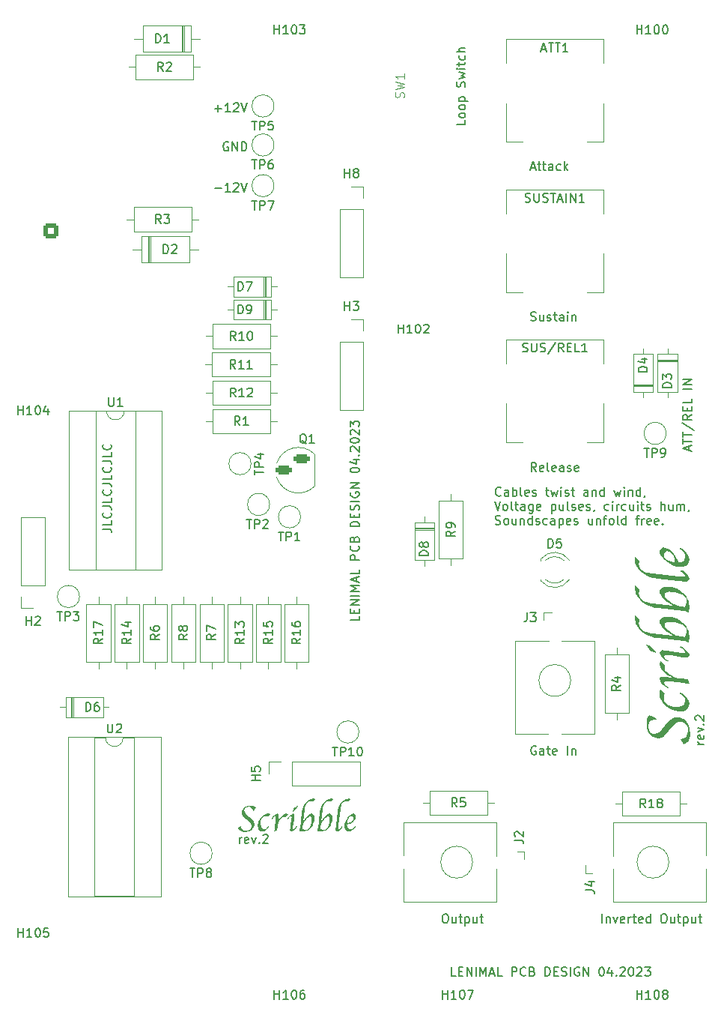
<source format=gto>
G04 #@! TF.GenerationSoftware,KiCad,Pcbnew,8.0.2-1*
G04 #@! TF.CreationDate,2024-05-10T10:14:59+02:00*
G04 #@! TF.ProjectId,scribble,73637269-6262-46c6-952e-6b696361645f,rev?*
G04 #@! TF.SameCoordinates,Original*
G04 #@! TF.FileFunction,Legend,Top*
G04 #@! TF.FilePolarity,Positive*
%FSLAX46Y46*%
G04 Gerber Fmt 4.6, Leading zero omitted, Abs format (unit mm)*
G04 Created by KiCad (PCBNEW 8.0.2-1) date 2024-05-10 10:14:59*
%MOMM*%
%LPD*%
G01*
G04 APERTURE LIST*
G04 Aperture macros list*
%AMRoundRect*
0 Rectangle with rounded corners*
0 $1 Rounding radius*
0 $2 $3 $4 $5 $6 $7 $8 $9 X,Y pos of 4 corners*
0 Add a 4 corners polygon primitive as box body*
4,1,4,$2,$3,$4,$5,$6,$7,$8,$9,$2,$3,0*
0 Add four circle primitives for the rounded corners*
1,1,$1+$1,$2,$3*
1,1,$1+$1,$4,$5*
1,1,$1+$1,$6,$7*
1,1,$1+$1,$8,$9*
0 Add four rect primitives between the rounded corners*
20,1,$1+$1,$2,$3,$4,$5,0*
20,1,$1+$1,$4,$5,$6,$7,0*
20,1,$1+$1,$6,$7,$8,$9,0*
20,1,$1+$1,$8,$9,$2,$3,0*%
G04 Aperture macros list end*
%ADD10C,0.150000*%
%ADD11C,0.100000*%
%ADD12C,0.120000*%
%ADD13O,1.700000X1.700000*%
%ADD14R,1.700000X1.700000*%
%ADD15C,1.600000*%
%ADD16O,1.600000X1.600000*%
%ADD17R,1.800000X1.100000*%
%ADD18RoundRect,0.275000X0.625000X-0.275000X0.625000X0.275000X-0.625000X0.275000X-0.625000X-0.275000X0*%
%ADD19O,4.000000X4.000000*%
%ADD20R,1.800000X1.800000*%
%ADD21C,1.800000*%
%ADD22R,1.600000X1.600000*%
%ADD23R,2.200000X2.200000*%
%ADD24O,2.200000X2.200000*%
%ADD25C,2.000000*%
%ADD26C,3.200000*%
%ADD27R,2.400000X1.600000*%
%ADD28O,2.400000X1.600000*%
%ADD29R,1.930000X1.830000*%
%ADD30C,2.130000*%
%ADD31R,1.830000X1.930000*%
%ADD32C,2.850000*%
%ADD33R,1.200000X1.200000*%
%ADD34C,1.200000*%
%ADD35RoundRect,0.250000X-0.600000X-0.600000X0.600000X-0.600000X0.600000X0.600000X-0.600000X0.600000X0*%
%ADD36C,1.700000*%
G04 APERTURE END LIST*
D10*
X108860588Y-131917438D02*
X108765350Y-131869819D01*
X108765350Y-131869819D02*
X108622493Y-131869819D01*
X108622493Y-131869819D02*
X108479636Y-131917438D01*
X108479636Y-131917438D02*
X108384398Y-132012676D01*
X108384398Y-132012676D02*
X108336779Y-132107914D01*
X108336779Y-132107914D02*
X108289160Y-132298390D01*
X108289160Y-132298390D02*
X108289160Y-132441247D01*
X108289160Y-132441247D02*
X108336779Y-132631723D01*
X108336779Y-132631723D02*
X108384398Y-132726961D01*
X108384398Y-132726961D02*
X108479636Y-132822200D01*
X108479636Y-132822200D02*
X108622493Y-132869819D01*
X108622493Y-132869819D02*
X108717731Y-132869819D01*
X108717731Y-132869819D02*
X108860588Y-132822200D01*
X108860588Y-132822200D02*
X108908207Y-132774580D01*
X108908207Y-132774580D02*
X108908207Y-132441247D01*
X108908207Y-132441247D02*
X108717731Y-132441247D01*
X109765350Y-132869819D02*
X109765350Y-132346009D01*
X109765350Y-132346009D02*
X109717731Y-132250771D01*
X109717731Y-132250771D02*
X109622493Y-132203152D01*
X109622493Y-132203152D02*
X109432017Y-132203152D01*
X109432017Y-132203152D02*
X109336779Y-132250771D01*
X109765350Y-132822200D02*
X109670112Y-132869819D01*
X109670112Y-132869819D02*
X109432017Y-132869819D01*
X109432017Y-132869819D02*
X109336779Y-132822200D01*
X109336779Y-132822200D02*
X109289160Y-132726961D01*
X109289160Y-132726961D02*
X109289160Y-132631723D01*
X109289160Y-132631723D02*
X109336779Y-132536485D01*
X109336779Y-132536485D02*
X109432017Y-132488866D01*
X109432017Y-132488866D02*
X109670112Y-132488866D01*
X109670112Y-132488866D02*
X109765350Y-132441247D01*
X110098684Y-132203152D02*
X110479636Y-132203152D01*
X110241541Y-131869819D02*
X110241541Y-132726961D01*
X110241541Y-132726961D02*
X110289160Y-132822200D01*
X110289160Y-132822200D02*
X110384398Y-132869819D01*
X110384398Y-132869819D02*
X110479636Y-132869819D01*
X111193922Y-132822200D02*
X111098684Y-132869819D01*
X111098684Y-132869819D02*
X110908208Y-132869819D01*
X110908208Y-132869819D02*
X110812970Y-132822200D01*
X110812970Y-132822200D02*
X110765351Y-132726961D01*
X110765351Y-132726961D02*
X110765351Y-132346009D01*
X110765351Y-132346009D02*
X110812970Y-132250771D01*
X110812970Y-132250771D02*
X110908208Y-132203152D01*
X110908208Y-132203152D02*
X111098684Y-132203152D01*
X111098684Y-132203152D02*
X111193922Y-132250771D01*
X111193922Y-132250771D02*
X111241541Y-132346009D01*
X111241541Y-132346009D02*
X111241541Y-132441247D01*
X111241541Y-132441247D02*
X110765351Y-132536485D01*
X112432018Y-132869819D02*
X112432018Y-131869819D01*
X112908208Y-132203152D02*
X112908208Y-132869819D01*
X112908208Y-132298390D02*
X112955827Y-132250771D01*
X112955827Y-132250771D02*
X113051065Y-132203152D01*
X113051065Y-132203152D02*
X113193922Y-132203152D01*
X113193922Y-132203152D02*
X113289160Y-132250771D01*
X113289160Y-132250771D02*
X113336779Y-132346009D01*
X113336779Y-132346009D02*
X113336779Y-132869819D01*
X104908207Y-103554692D02*
X104860588Y-103602312D01*
X104860588Y-103602312D02*
X104717731Y-103649931D01*
X104717731Y-103649931D02*
X104622493Y-103649931D01*
X104622493Y-103649931D02*
X104479636Y-103602312D01*
X104479636Y-103602312D02*
X104384398Y-103507073D01*
X104384398Y-103507073D02*
X104336779Y-103411835D01*
X104336779Y-103411835D02*
X104289160Y-103221359D01*
X104289160Y-103221359D02*
X104289160Y-103078502D01*
X104289160Y-103078502D02*
X104336779Y-102888026D01*
X104336779Y-102888026D02*
X104384398Y-102792788D01*
X104384398Y-102792788D02*
X104479636Y-102697550D01*
X104479636Y-102697550D02*
X104622493Y-102649931D01*
X104622493Y-102649931D02*
X104717731Y-102649931D01*
X104717731Y-102649931D02*
X104860588Y-102697550D01*
X104860588Y-102697550D02*
X104908207Y-102745169D01*
X105765350Y-103649931D02*
X105765350Y-103126121D01*
X105765350Y-103126121D02*
X105717731Y-103030883D01*
X105717731Y-103030883D02*
X105622493Y-102983264D01*
X105622493Y-102983264D02*
X105432017Y-102983264D01*
X105432017Y-102983264D02*
X105336779Y-103030883D01*
X105765350Y-103602312D02*
X105670112Y-103649931D01*
X105670112Y-103649931D02*
X105432017Y-103649931D01*
X105432017Y-103649931D02*
X105336779Y-103602312D01*
X105336779Y-103602312D02*
X105289160Y-103507073D01*
X105289160Y-103507073D02*
X105289160Y-103411835D01*
X105289160Y-103411835D02*
X105336779Y-103316597D01*
X105336779Y-103316597D02*
X105432017Y-103268978D01*
X105432017Y-103268978D02*
X105670112Y-103268978D01*
X105670112Y-103268978D02*
X105765350Y-103221359D01*
X106241541Y-103649931D02*
X106241541Y-102649931D01*
X106241541Y-103030883D02*
X106336779Y-102983264D01*
X106336779Y-102983264D02*
X106527255Y-102983264D01*
X106527255Y-102983264D02*
X106622493Y-103030883D01*
X106622493Y-103030883D02*
X106670112Y-103078502D01*
X106670112Y-103078502D02*
X106717731Y-103173740D01*
X106717731Y-103173740D02*
X106717731Y-103459454D01*
X106717731Y-103459454D02*
X106670112Y-103554692D01*
X106670112Y-103554692D02*
X106622493Y-103602312D01*
X106622493Y-103602312D02*
X106527255Y-103649931D01*
X106527255Y-103649931D02*
X106336779Y-103649931D01*
X106336779Y-103649931D02*
X106241541Y-103602312D01*
X107289160Y-103649931D02*
X107193922Y-103602312D01*
X107193922Y-103602312D02*
X107146303Y-103507073D01*
X107146303Y-103507073D02*
X107146303Y-102649931D01*
X108051065Y-103602312D02*
X107955827Y-103649931D01*
X107955827Y-103649931D02*
X107765351Y-103649931D01*
X107765351Y-103649931D02*
X107670113Y-103602312D01*
X107670113Y-103602312D02*
X107622494Y-103507073D01*
X107622494Y-103507073D02*
X107622494Y-103126121D01*
X107622494Y-103126121D02*
X107670113Y-103030883D01*
X107670113Y-103030883D02*
X107765351Y-102983264D01*
X107765351Y-102983264D02*
X107955827Y-102983264D01*
X107955827Y-102983264D02*
X108051065Y-103030883D01*
X108051065Y-103030883D02*
X108098684Y-103126121D01*
X108098684Y-103126121D02*
X108098684Y-103221359D01*
X108098684Y-103221359D02*
X107622494Y-103316597D01*
X108479637Y-103602312D02*
X108574875Y-103649931D01*
X108574875Y-103649931D02*
X108765351Y-103649931D01*
X108765351Y-103649931D02*
X108860589Y-103602312D01*
X108860589Y-103602312D02*
X108908208Y-103507073D01*
X108908208Y-103507073D02*
X108908208Y-103459454D01*
X108908208Y-103459454D02*
X108860589Y-103364216D01*
X108860589Y-103364216D02*
X108765351Y-103316597D01*
X108765351Y-103316597D02*
X108622494Y-103316597D01*
X108622494Y-103316597D02*
X108527256Y-103268978D01*
X108527256Y-103268978D02*
X108479637Y-103173740D01*
X108479637Y-103173740D02*
X108479637Y-103126121D01*
X108479637Y-103126121D02*
X108527256Y-103030883D01*
X108527256Y-103030883D02*
X108622494Y-102983264D01*
X108622494Y-102983264D02*
X108765351Y-102983264D01*
X108765351Y-102983264D02*
X108860589Y-103030883D01*
X109955828Y-102983264D02*
X110336780Y-102983264D01*
X110098685Y-102649931D02*
X110098685Y-103507073D01*
X110098685Y-103507073D02*
X110146304Y-103602312D01*
X110146304Y-103602312D02*
X110241542Y-103649931D01*
X110241542Y-103649931D02*
X110336780Y-103649931D01*
X110574876Y-102983264D02*
X110765352Y-103649931D01*
X110765352Y-103649931D02*
X110955828Y-103173740D01*
X110955828Y-103173740D02*
X111146304Y-103649931D01*
X111146304Y-103649931D02*
X111336780Y-102983264D01*
X111717733Y-103649931D02*
X111717733Y-102983264D01*
X111717733Y-102649931D02*
X111670114Y-102697550D01*
X111670114Y-102697550D02*
X111717733Y-102745169D01*
X111717733Y-102745169D02*
X111765352Y-102697550D01*
X111765352Y-102697550D02*
X111717733Y-102649931D01*
X111717733Y-102649931D02*
X111717733Y-102745169D01*
X112146304Y-103602312D02*
X112241542Y-103649931D01*
X112241542Y-103649931D02*
X112432018Y-103649931D01*
X112432018Y-103649931D02*
X112527256Y-103602312D01*
X112527256Y-103602312D02*
X112574875Y-103507073D01*
X112574875Y-103507073D02*
X112574875Y-103459454D01*
X112574875Y-103459454D02*
X112527256Y-103364216D01*
X112527256Y-103364216D02*
X112432018Y-103316597D01*
X112432018Y-103316597D02*
X112289161Y-103316597D01*
X112289161Y-103316597D02*
X112193923Y-103268978D01*
X112193923Y-103268978D02*
X112146304Y-103173740D01*
X112146304Y-103173740D02*
X112146304Y-103126121D01*
X112146304Y-103126121D02*
X112193923Y-103030883D01*
X112193923Y-103030883D02*
X112289161Y-102983264D01*
X112289161Y-102983264D02*
X112432018Y-102983264D01*
X112432018Y-102983264D02*
X112527256Y-103030883D01*
X112860590Y-102983264D02*
X113241542Y-102983264D01*
X113003447Y-102649931D02*
X113003447Y-103507073D01*
X113003447Y-103507073D02*
X113051066Y-103602312D01*
X113051066Y-103602312D02*
X113146304Y-103649931D01*
X113146304Y-103649931D02*
X113241542Y-103649931D01*
X114765352Y-103649931D02*
X114765352Y-103126121D01*
X114765352Y-103126121D02*
X114717733Y-103030883D01*
X114717733Y-103030883D02*
X114622495Y-102983264D01*
X114622495Y-102983264D02*
X114432019Y-102983264D01*
X114432019Y-102983264D02*
X114336781Y-103030883D01*
X114765352Y-103602312D02*
X114670114Y-103649931D01*
X114670114Y-103649931D02*
X114432019Y-103649931D01*
X114432019Y-103649931D02*
X114336781Y-103602312D01*
X114336781Y-103602312D02*
X114289162Y-103507073D01*
X114289162Y-103507073D02*
X114289162Y-103411835D01*
X114289162Y-103411835D02*
X114336781Y-103316597D01*
X114336781Y-103316597D02*
X114432019Y-103268978D01*
X114432019Y-103268978D02*
X114670114Y-103268978D01*
X114670114Y-103268978D02*
X114765352Y-103221359D01*
X115241543Y-102983264D02*
X115241543Y-103649931D01*
X115241543Y-103078502D02*
X115289162Y-103030883D01*
X115289162Y-103030883D02*
X115384400Y-102983264D01*
X115384400Y-102983264D02*
X115527257Y-102983264D01*
X115527257Y-102983264D02*
X115622495Y-103030883D01*
X115622495Y-103030883D02*
X115670114Y-103126121D01*
X115670114Y-103126121D02*
X115670114Y-103649931D01*
X116574876Y-103649931D02*
X116574876Y-102649931D01*
X116574876Y-103602312D02*
X116479638Y-103649931D01*
X116479638Y-103649931D02*
X116289162Y-103649931D01*
X116289162Y-103649931D02*
X116193924Y-103602312D01*
X116193924Y-103602312D02*
X116146305Y-103554692D01*
X116146305Y-103554692D02*
X116098686Y-103459454D01*
X116098686Y-103459454D02*
X116098686Y-103173740D01*
X116098686Y-103173740D02*
X116146305Y-103078502D01*
X116146305Y-103078502D02*
X116193924Y-103030883D01*
X116193924Y-103030883D02*
X116289162Y-102983264D01*
X116289162Y-102983264D02*
X116479638Y-102983264D01*
X116479638Y-102983264D02*
X116574876Y-103030883D01*
X117717734Y-102983264D02*
X117908210Y-103649931D01*
X117908210Y-103649931D02*
X118098686Y-103173740D01*
X118098686Y-103173740D02*
X118289162Y-103649931D01*
X118289162Y-103649931D02*
X118479638Y-102983264D01*
X118860591Y-103649931D02*
X118860591Y-102983264D01*
X118860591Y-102649931D02*
X118812972Y-102697550D01*
X118812972Y-102697550D02*
X118860591Y-102745169D01*
X118860591Y-102745169D02*
X118908210Y-102697550D01*
X118908210Y-102697550D02*
X118860591Y-102649931D01*
X118860591Y-102649931D02*
X118860591Y-102745169D01*
X119336781Y-102983264D02*
X119336781Y-103649931D01*
X119336781Y-103078502D02*
X119384400Y-103030883D01*
X119384400Y-103030883D02*
X119479638Y-102983264D01*
X119479638Y-102983264D02*
X119622495Y-102983264D01*
X119622495Y-102983264D02*
X119717733Y-103030883D01*
X119717733Y-103030883D02*
X119765352Y-103126121D01*
X119765352Y-103126121D02*
X119765352Y-103649931D01*
X120670114Y-103649931D02*
X120670114Y-102649931D01*
X120670114Y-103602312D02*
X120574876Y-103649931D01*
X120574876Y-103649931D02*
X120384400Y-103649931D01*
X120384400Y-103649931D02*
X120289162Y-103602312D01*
X120289162Y-103602312D02*
X120241543Y-103554692D01*
X120241543Y-103554692D02*
X120193924Y-103459454D01*
X120193924Y-103459454D02*
X120193924Y-103173740D01*
X120193924Y-103173740D02*
X120241543Y-103078502D01*
X120241543Y-103078502D02*
X120289162Y-103030883D01*
X120289162Y-103030883D02*
X120384400Y-102983264D01*
X120384400Y-102983264D02*
X120574876Y-102983264D01*
X120574876Y-102983264D02*
X120670114Y-103030883D01*
X121193924Y-103602312D02*
X121193924Y-103649931D01*
X121193924Y-103649931D02*
X121146305Y-103745169D01*
X121146305Y-103745169D02*
X121098686Y-103792788D01*
X104193922Y-104259875D02*
X104527255Y-105259875D01*
X104527255Y-105259875D02*
X104860588Y-104259875D01*
X105336779Y-105259875D02*
X105241541Y-105212256D01*
X105241541Y-105212256D02*
X105193922Y-105164636D01*
X105193922Y-105164636D02*
X105146303Y-105069398D01*
X105146303Y-105069398D02*
X105146303Y-104783684D01*
X105146303Y-104783684D02*
X105193922Y-104688446D01*
X105193922Y-104688446D02*
X105241541Y-104640827D01*
X105241541Y-104640827D02*
X105336779Y-104593208D01*
X105336779Y-104593208D02*
X105479636Y-104593208D01*
X105479636Y-104593208D02*
X105574874Y-104640827D01*
X105574874Y-104640827D02*
X105622493Y-104688446D01*
X105622493Y-104688446D02*
X105670112Y-104783684D01*
X105670112Y-104783684D02*
X105670112Y-105069398D01*
X105670112Y-105069398D02*
X105622493Y-105164636D01*
X105622493Y-105164636D02*
X105574874Y-105212256D01*
X105574874Y-105212256D02*
X105479636Y-105259875D01*
X105479636Y-105259875D02*
X105336779Y-105259875D01*
X106241541Y-105259875D02*
X106146303Y-105212256D01*
X106146303Y-105212256D02*
X106098684Y-105117017D01*
X106098684Y-105117017D02*
X106098684Y-104259875D01*
X106479637Y-104593208D02*
X106860589Y-104593208D01*
X106622494Y-104259875D02*
X106622494Y-105117017D01*
X106622494Y-105117017D02*
X106670113Y-105212256D01*
X106670113Y-105212256D02*
X106765351Y-105259875D01*
X106765351Y-105259875D02*
X106860589Y-105259875D01*
X107622494Y-105259875D02*
X107622494Y-104736065D01*
X107622494Y-104736065D02*
X107574875Y-104640827D01*
X107574875Y-104640827D02*
X107479637Y-104593208D01*
X107479637Y-104593208D02*
X107289161Y-104593208D01*
X107289161Y-104593208D02*
X107193923Y-104640827D01*
X107622494Y-105212256D02*
X107527256Y-105259875D01*
X107527256Y-105259875D02*
X107289161Y-105259875D01*
X107289161Y-105259875D02*
X107193923Y-105212256D01*
X107193923Y-105212256D02*
X107146304Y-105117017D01*
X107146304Y-105117017D02*
X107146304Y-105021779D01*
X107146304Y-105021779D02*
X107193923Y-104926541D01*
X107193923Y-104926541D02*
X107289161Y-104878922D01*
X107289161Y-104878922D02*
X107527256Y-104878922D01*
X107527256Y-104878922D02*
X107622494Y-104831303D01*
X108527256Y-104593208D02*
X108527256Y-105402732D01*
X108527256Y-105402732D02*
X108479637Y-105497970D01*
X108479637Y-105497970D02*
X108432018Y-105545589D01*
X108432018Y-105545589D02*
X108336780Y-105593208D01*
X108336780Y-105593208D02*
X108193923Y-105593208D01*
X108193923Y-105593208D02*
X108098685Y-105545589D01*
X108527256Y-105212256D02*
X108432018Y-105259875D01*
X108432018Y-105259875D02*
X108241542Y-105259875D01*
X108241542Y-105259875D02*
X108146304Y-105212256D01*
X108146304Y-105212256D02*
X108098685Y-105164636D01*
X108098685Y-105164636D02*
X108051066Y-105069398D01*
X108051066Y-105069398D02*
X108051066Y-104783684D01*
X108051066Y-104783684D02*
X108098685Y-104688446D01*
X108098685Y-104688446D02*
X108146304Y-104640827D01*
X108146304Y-104640827D02*
X108241542Y-104593208D01*
X108241542Y-104593208D02*
X108432018Y-104593208D01*
X108432018Y-104593208D02*
X108527256Y-104640827D01*
X109384399Y-105212256D02*
X109289161Y-105259875D01*
X109289161Y-105259875D02*
X109098685Y-105259875D01*
X109098685Y-105259875D02*
X109003447Y-105212256D01*
X109003447Y-105212256D02*
X108955828Y-105117017D01*
X108955828Y-105117017D02*
X108955828Y-104736065D01*
X108955828Y-104736065D02*
X109003447Y-104640827D01*
X109003447Y-104640827D02*
X109098685Y-104593208D01*
X109098685Y-104593208D02*
X109289161Y-104593208D01*
X109289161Y-104593208D02*
X109384399Y-104640827D01*
X109384399Y-104640827D02*
X109432018Y-104736065D01*
X109432018Y-104736065D02*
X109432018Y-104831303D01*
X109432018Y-104831303D02*
X108955828Y-104926541D01*
X110622495Y-104593208D02*
X110622495Y-105593208D01*
X110622495Y-104640827D02*
X110717733Y-104593208D01*
X110717733Y-104593208D02*
X110908209Y-104593208D01*
X110908209Y-104593208D02*
X111003447Y-104640827D01*
X111003447Y-104640827D02*
X111051066Y-104688446D01*
X111051066Y-104688446D02*
X111098685Y-104783684D01*
X111098685Y-104783684D02*
X111098685Y-105069398D01*
X111098685Y-105069398D02*
X111051066Y-105164636D01*
X111051066Y-105164636D02*
X111003447Y-105212256D01*
X111003447Y-105212256D02*
X110908209Y-105259875D01*
X110908209Y-105259875D02*
X110717733Y-105259875D01*
X110717733Y-105259875D02*
X110622495Y-105212256D01*
X111955828Y-104593208D02*
X111955828Y-105259875D01*
X111527257Y-104593208D02*
X111527257Y-105117017D01*
X111527257Y-105117017D02*
X111574876Y-105212256D01*
X111574876Y-105212256D02*
X111670114Y-105259875D01*
X111670114Y-105259875D02*
X111812971Y-105259875D01*
X111812971Y-105259875D02*
X111908209Y-105212256D01*
X111908209Y-105212256D02*
X111955828Y-105164636D01*
X112574876Y-105259875D02*
X112479638Y-105212256D01*
X112479638Y-105212256D02*
X112432019Y-105117017D01*
X112432019Y-105117017D02*
X112432019Y-104259875D01*
X112908210Y-105212256D02*
X113003448Y-105259875D01*
X113003448Y-105259875D02*
X113193924Y-105259875D01*
X113193924Y-105259875D02*
X113289162Y-105212256D01*
X113289162Y-105212256D02*
X113336781Y-105117017D01*
X113336781Y-105117017D02*
X113336781Y-105069398D01*
X113336781Y-105069398D02*
X113289162Y-104974160D01*
X113289162Y-104974160D02*
X113193924Y-104926541D01*
X113193924Y-104926541D02*
X113051067Y-104926541D01*
X113051067Y-104926541D02*
X112955829Y-104878922D01*
X112955829Y-104878922D02*
X112908210Y-104783684D01*
X112908210Y-104783684D02*
X112908210Y-104736065D01*
X112908210Y-104736065D02*
X112955829Y-104640827D01*
X112955829Y-104640827D02*
X113051067Y-104593208D01*
X113051067Y-104593208D02*
X113193924Y-104593208D01*
X113193924Y-104593208D02*
X113289162Y-104640827D01*
X114146305Y-105212256D02*
X114051067Y-105259875D01*
X114051067Y-105259875D02*
X113860591Y-105259875D01*
X113860591Y-105259875D02*
X113765353Y-105212256D01*
X113765353Y-105212256D02*
X113717734Y-105117017D01*
X113717734Y-105117017D02*
X113717734Y-104736065D01*
X113717734Y-104736065D02*
X113765353Y-104640827D01*
X113765353Y-104640827D02*
X113860591Y-104593208D01*
X113860591Y-104593208D02*
X114051067Y-104593208D01*
X114051067Y-104593208D02*
X114146305Y-104640827D01*
X114146305Y-104640827D02*
X114193924Y-104736065D01*
X114193924Y-104736065D02*
X114193924Y-104831303D01*
X114193924Y-104831303D02*
X113717734Y-104926541D01*
X114574877Y-105212256D02*
X114670115Y-105259875D01*
X114670115Y-105259875D02*
X114860591Y-105259875D01*
X114860591Y-105259875D02*
X114955829Y-105212256D01*
X114955829Y-105212256D02*
X115003448Y-105117017D01*
X115003448Y-105117017D02*
X115003448Y-105069398D01*
X115003448Y-105069398D02*
X114955829Y-104974160D01*
X114955829Y-104974160D02*
X114860591Y-104926541D01*
X114860591Y-104926541D02*
X114717734Y-104926541D01*
X114717734Y-104926541D02*
X114622496Y-104878922D01*
X114622496Y-104878922D02*
X114574877Y-104783684D01*
X114574877Y-104783684D02*
X114574877Y-104736065D01*
X114574877Y-104736065D02*
X114622496Y-104640827D01*
X114622496Y-104640827D02*
X114717734Y-104593208D01*
X114717734Y-104593208D02*
X114860591Y-104593208D01*
X114860591Y-104593208D02*
X114955829Y-104640827D01*
X115479639Y-105212256D02*
X115479639Y-105259875D01*
X115479639Y-105259875D02*
X115432020Y-105355113D01*
X115432020Y-105355113D02*
X115384401Y-105402732D01*
X117098686Y-105212256D02*
X117003448Y-105259875D01*
X117003448Y-105259875D02*
X116812972Y-105259875D01*
X116812972Y-105259875D02*
X116717734Y-105212256D01*
X116717734Y-105212256D02*
X116670115Y-105164636D01*
X116670115Y-105164636D02*
X116622496Y-105069398D01*
X116622496Y-105069398D02*
X116622496Y-104783684D01*
X116622496Y-104783684D02*
X116670115Y-104688446D01*
X116670115Y-104688446D02*
X116717734Y-104640827D01*
X116717734Y-104640827D02*
X116812972Y-104593208D01*
X116812972Y-104593208D02*
X117003448Y-104593208D01*
X117003448Y-104593208D02*
X117098686Y-104640827D01*
X117527258Y-105259875D02*
X117527258Y-104593208D01*
X117527258Y-104259875D02*
X117479639Y-104307494D01*
X117479639Y-104307494D02*
X117527258Y-104355113D01*
X117527258Y-104355113D02*
X117574877Y-104307494D01*
X117574877Y-104307494D02*
X117527258Y-104259875D01*
X117527258Y-104259875D02*
X117527258Y-104355113D01*
X118003448Y-105259875D02*
X118003448Y-104593208D01*
X118003448Y-104783684D02*
X118051067Y-104688446D01*
X118051067Y-104688446D02*
X118098686Y-104640827D01*
X118098686Y-104640827D02*
X118193924Y-104593208D01*
X118193924Y-104593208D02*
X118289162Y-104593208D01*
X119051067Y-105212256D02*
X118955829Y-105259875D01*
X118955829Y-105259875D02*
X118765353Y-105259875D01*
X118765353Y-105259875D02*
X118670115Y-105212256D01*
X118670115Y-105212256D02*
X118622496Y-105164636D01*
X118622496Y-105164636D02*
X118574877Y-105069398D01*
X118574877Y-105069398D02*
X118574877Y-104783684D01*
X118574877Y-104783684D02*
X118622496Y-104688446D01*
X118622496Y-104688446D02*
X118670115Y-104640827D01*
X118670115Y-104640827D02*
X118765353Y-104593208D01*
X118765353Y-104593208D02*
X118955829Y-104593208D01*
X118955829Y-104593208D02*
X119051067Y-104640827D01*
X119908210Y-104593208D02*
X119908210Y-105259875D01*
X119479639Y-104593208D02*
X119479639Y-105117017D01*
X119479639Y-105117017D02*
X119527258Y-105212256D01*
X119527258Y-105212256D02*
X119622496Y-105259875D01*
X119622496Y-105259875D02*
X119765353Y-105259875D01*
X119765353Y-105259875D02*
X119860591Y-105212256D01*
X119860591Y-105212256D02*
X119908210Y-105164636D01*
X120384401Y-105259875D02*
X120384401Y-104593208D01*
X120384401Y-104259875D02*
X120336782Y-104307494D01*
X120336782Y-104307494D02*
X120384401Y-104355113D01*
X120384401Y-104355113D02*
X120432020Y-104307494D01*
X120432020Y-104307494D02*
X120384401Y-104259875D01*
X120384401Y-104259875D02*
X120384401Y-104355113D01*
X120717734Y-104593208D02*
X121098686Y-104593208D01*
X120860591Y-104259875D02*
X120860591Y-105117017D01*
X120860591Y-105117017D02*
X120908210Y-105212256D01*
X120908210Y-105212256D02*
X121003448Y-105259875D01*
X121003448Y-105259875D02*
X121098686Y-105259875D01*
X121384401Y-105212256D02*
X121479639Y-105259875D01*
X121479639Y-105259875D02*
X121670115Y-105259875D01*
X121670115Y-105259875D02*
X121765353Y-105212256D01*
X121765353Y-105212256D02*
X121812972Y-105117017D01*
X121812972Y-105117017D02*
X121812972Y-105069398D01*
X121812972Y-105069398D02*
X121765353Y-104974160D01*
X121765353Y-104974160D02*
X121670115Y-104926541D01*
X121670115Y-104926541D02*
X121527258Y-104926541D01*
X121527258Y-104926541D02*
X121432020Y-104878922D01*
X121432020Y-104878922D02*
X121384401Y-104783684D01*
X121384401Y-104783684D02*
X121384401Y-104736065D01*
X121384401Y-104736065D02*
X121432020Y-104640827D01*
X121432020Y-104640827D02*
X121527258Y-104593208D01*
X121527258Y-104593208D02*
X121670115Y-104593208D01*
X121670115Y-104593208D02*
X121765353Y-104640827D01*
X123003449Y-105259875D02*
X123003449Y-104259875D01*
X123432020Y-105259875D02*
X123432020Y-104736065D01*
X123432020Y-104736065D02*
X123384401Y-104640827D01*
X123384401Y-104640827D02*
X123289163Y-104593208D01*
X123289163Y-104593208D02*
X123146306Y-104593208D01*
X123146306Y-104593208D02*
X123051068Y-104640827D01*
X123051068Y-104640827D02*
X123003449Y-104688446D01*
X124336782Y-104593208D02*
X124336782Y-105259875D01*
X123908211Y-104593208D02*
X123908211Y-105117017D01*
X123908211Y-105117017D02*
X123955830Y-105212256D01*
X123955830Y-105212256D02*
X124051068Y-105259875D01*
X124051068Y-105259875D02*
X124193925Y-105259875D01*
X124193925Y-105259875D02*
X124289163Y-105212256D01*
X124289163Y-105212256D02*
X124336782Y-105164636D01*
X124812973Y-105259875D02*
X124812973Y-104593208D01*
X124812973Y-104688446D02*
X124860592Y-104640827D01*
X124860592Y-104640827D02*
X124955830Y-104593208D01*
X124955830Y-104593208D02*
X125098687Y-104593208D01*
X125098687Y-104593208D02*
X125193925Y-104640827D01*
X125193925Y-104640827D02*
X125241544Y-104736065D01*
X125241544Y-104736065D02*
X125241544Y-105259875D01*
X125241544Y-104736065D02*
X125289163Y-104640827D01*
X125289163Y-104640827D02*
X125384401Y-104593208D01*
X125384401Y-104593208D02*
X125527258Y-104593208D01*
X125527258Y-104593208D02*
X125622497Y-104640827D01*
X125622497Y-104640827D02*
X125670116Y-104736065D01*
X125670116Y-104736065D02*
X125670116Y-105259875D01*
X126193925Y-105212256D02*
X126193925Y-105259875D01*
X126193925Y-105259875D02*
X126146306Y-105355113D01*
X126146306Y-105355113D02*
X126098687Y-105402732D01*
X104289160Y-106822200D02*
X104432017Y-106869819D01*
X104432017Y-106869819D02*
X104670112Y-106869819D01*
X104670112Y-106869819D02*
X104765350Y-106822200D01*
X104765350Y-106822200D02*
X104812969Y-106774580D01*
X104812969Y-106774580D02*
X104860588Y-106679342D01*
X104860588Y-106679342D02*
X104860588Y-106584104D01*
X104860588Y-106584104D02*
X104812969Y-106488866D01*
X104812969Y-106488866D02*
X104765350Y-106441247D01*
X104765350Y-106441247D02*
X104670112Y-106393628D01*
X104670112Y-106393628D02*
X104479636Y-106346009D01*
X104479636Y-106346009D02*
X104384398Y-106298390D01*
X104384398Y-106298390D02*
X104336779Y-106250771D01*
X104336779Y-106250771D02*
X104289160Y-106155533D01*
X104289160Y-106155533D02*
X104289160Y-106060295D01*
X104289160Y-106060295D02*
X104336779Y-105965057D01*
X104336779Y-105965057D02*
X104384398Y-105917438D01*
X104384398Y-105917438D02*
X104479636Y-105869819D01*
X104479636Y-105869819D02*
X104717731Y-105869819D01*
X104717731Y-105869819D02*
X104860588Y-105917438D01*
X105432017Y-106869819D02*
X105336779Y-106822200D01*
X105336779Y-106822200D02*
X105289160Y-106774580D01*
X105289160Y-106774580D02*
X105241541Y-106679342D01*
X105241541Y-106679342D02*
X105241541Y-106393628D01*
X105241541Y-106393628D02*
X105289160Y-106298390D01*
X105289160Y-106298390D02*
X105336779Y-106250771D01*
X105336779Y-106250771D02*
X105432017Y-106203152D01*
X105432017Y-106203152D02*
X105574874Y-106203152D01*
X105574874Y-106203152D02*
X105670112Y-106250771D01*
X105670112Y-106250771D02*
X105717731Y-106298390D01*
X105717731Y-106298390D02*
X105765350Y-106393628D01*
X105765350Y-106393628D02*
X105765350Y-106679342D01*
X105765350Y-106679342D02*
X105717731Y-106774580D01*
X105717731Y-106774580D02*
X105670112Y-106822200D01*
X105670112Y-106822200D02*
X105574874Y-106869819D01*
X105574874Y-106869819D02*
X105432017Y-106869819D01*
X106622493Y-106203152D02*
X106622493Y-106869819D01*
X106193922Y-106203152D02*
X106193922Y-106726961D01*
X106193922Y-106726961D02*
X106241541Y-106822200D01*
X106241541Y-106822200D02*
X106336779Y-106869819D01*
X106336779Y-106869819D02*
X106479636Y-106869819D01*
X106479636Y-106869819D02*
X106574874Y-106822200D01*
X106574874Y-106822200D02*
X106622493Y-106774580D01*
X107098684Y-106203152D02*
X107098684Y-106869819D01*
X107098684Y-106298390D02*
X107146303Y-106250771D01*
X107146303Y-106250771D02*
X107241541Y-106203152D01*
X107241541Y-106203152D02*
X107384398Y-106203152D01*
X107384398Y-106203152D02*
X107479636Y-106250771D01*
X107479636Y-106250771D02*
X107527255Y-106346009D01*
X107527255Y-106346009D02*
X107527255Y-106869819D01*
X108432017Y-106869819D02*
X108432017Y-105869819D01*
X108432017Y-106822200D02*
X108336779Y-106869819D01*
X108336779Y-106869819D02*
X108146303Y-106869819D01*
X108146303Y-106869819D02*
X108051065Y-106822200D01*
X108051065Y-106822200D02*
X108003446Y-106774580D01*
X108003446Y-106774580D02*
X107955827Y-106679342D01*
X107955827Y-106679342D02*
X107955827Y-106393628D01*
X107955827Y-106393628D02*
X108003446Y-106298390D01*
X108003446Y-106298390D02*
X108051065Y-106250771D01*
X108051065Y-106250771D02*
X108146303Y-106203152D01*
X108146303Y-106203152D02*
X108336779Y-106203152D01*
X108336779Y-106203152D02*
X108432017Y-106250771D01*
X108860589Y-106822200D02*
X108955827Y-106869819D01*
X108955827Y-106869819D02*
X109146303Y-106869819D01*
X109146303Y-106869819D02*
X109241541Y-106822200D01*
X109241541Y-106822200D02*
X109289160Y-106726961D01*
X109289160Y-106726961D02*
X109289160Y-106679342D01*
X109289160Y-106679342D02*
X109241541Y-106584104D01*
X109241541Y-106584104D02*
X109146303Y-106536485D01*
X109146303Y-106536485D02*
X109003446Y-106536485D01*
X109003446Y-106536485D02*
X108908208Y-106488866D01*
X108908208Y-106488866D02*
X108860589Y-106393628D01*
X108860589Y-106393628D02*
X108860589Y-106346009D01*
X108860589Y-106346009D02*
X108908208Y-106250771D01*
X108908208Y-106250771D02*
X109003446Y-106203152D01*
X109003446Y-106203152D02*
X109146303Y-106203152D01*
X109146303Y-106203152D02*
X109241541Y-106250771D01*
X110146303Y-106822200D02*
X110051065Y-106869819D01*
X110051065Y-106869819D02*
X109860589Y-106869819D01*
X109860589Y-106869819D02*
X109765351Y-106822200D01*
X109765351Y-106822200D02*
X109717732Y-106774580D01*
X109717732Y-106774580D02*
X109670113Y-106679342D01*
X109670113Y-106679342D02*
X109670113Y-106393628D01*
X109670113Y-106393628D02*
X109717732Y-106298390D01*
X109717732Y-106298390D02*
X109765351Y-106250771D01*
X109765351Y-106250771D02*
X109860589Y-106203152D01*
X109860589Y-106203152D02*
X110051065Y-106203152D01*
X110051065Y-106203152D02*
X110146303Y-106250771D01*
X111003446Y-106869819D02*
X111003446Y-106346009D01*
X111003446Y-106346009D02*
X110955827Y-106250771D01*
X110955827Y-106250771D02*
X110860589Y-106203152D01*
X110860589Y-106203152D02*
X110670113Y-106203152D01*
X110670113Y-106203152D02*
X110574875Y-106250771D01*
X111003446Y-106822200D02*
X110908208Y-106869819D01*
X110908208Y-106869819D02*
X110670113Y-106869819D01*
X110670113Y-106869819D02*
X110574875Y-106822200D01*
X110574875Y-106822200D02*
X110527256Y-106726961D01*
X110527256Y-106726961D02*
X110527256Y-106631723D01*
X110527256Y-106631723D02*
X110574875Y-106536485D01*
X110574875Y-106536485D02*
X110670113Y-106488866D01*
X110670113Y-106488866D02*
X110908208Y-106488866D01*
X110908208Y-106488866D02*
X111003446Y-106441247D01*
X111479637Y-106203152D02*
X111479637Y-107203152D01*
X111479637Y-106250771D02*
X111574875Y-106203152D01*
X111574875Y-106203152D02*
X111765351Y-106203152D01*
X111765351Y-106203152D02*
X111860589Y-106250771D01*
X111860589Y-106250771D02*
X111908208Y-106298390D01*
X111908208Y-106298390D02*
X111955827Y-106393628D01*
X111955827Y-106393628D02*
X111955827Y-106679342D01*
X111955827Y-106679342D02*
X111908208Y-106774580D01*
X111908208Y-106774580D02*
X111860589Y-106822200D01*
X111860589Y-106822200D02*
X111765351Y-106869819D01*
X111765351Y-106869819D02*
X111574875Y-106869819D01*
X111574875Y-106869819D02*
X111479637Y-106822200D01*
X112765351Y-106822200D02*
X112670113Y-106869819D01*
X112670113Y-106869819D02*
X112479637Y-106869819D01*
X112479637Y-106869819D02*
X112384399Y-106822200D01*
X112384399Y-106822200D02*
X112336780Y-106726961D01*
X112336780Y-106726961D02*
X112336780Y-106346009D01*
X112336780Y-106346009D02*
X112384399Y-106250771D01*
X112384399Y-106250771D02*
X112479637Y-106203152D01*
X112479637Y-106203152D02*
X112670113Y-106203152D01*
X112670113Y-106203152D02*
X112765351Y-106250771D01*
X112765351Y-106250771D02*
X112812970Y-106346009D01*
X112812970Y-106346009D02*
X112812970Y-106441247D01*
X112812970Y-106441247D02*
X112336780Y-106536485D01*
X113193923Y-106822200D02*
X113289161Y-106869819D01*
X113289161Y-106869819D02*
X113479637Y-106869819D01*
X113479637Y-106869819D02*
X113574875Y-106822200D01*
X113574875Y-106822200D02*
X113622494Y-106726961D01*
X113622494Y-106726961D02*
X113622494Y-106679342D01*
X113622494Y-106679342D02*
X113574875Y-106584104D01*
X113574875Y-106584104D02*
X113479637Y-106536485D01*
X113479637Y-106536485D02*
X113336780Y-106536485D01*
X113336780Y-106536485D02*
X113241542Y-106488866D01*
X113241542Y-106488866D02*
X113193923Y-106393628D01*
X113193923Y-106393628D02*
X113193923Y-106346009D01*
X113193923Y-106346009D02*
X113241542Y-106250771D01*
X113241542Y-106250771D02*
X113336780Y-106203152D01*
X113336780Y-106203152D02*
X113479637Y-106203152D01*
X113479637Y-106203152D02*
X113574875Y-106250771D01*
X115241542Y-106203152D02*
X115241542Y-106869819D01*
X114812971Y-106203152D02*
X114812971Y-106726961D01*
X114812971Y-106726961D02*
X114860590Y-106822200D01*
X114860590Y-106822200D02*
X114955828Y-106869819D01*
X114955828Y-106869819D02*
X115098685Y-106869819D01*
X115098685Y-106869819D02*
X115193923Y-106822200D01*
X115193923Y-106822200D02*
X115241542Y-106774580D01*
X115717733Y-106203152D02*
X115717733Y-106869819D01*
X115717733Y-106298390D02*
X115765352Y-106250771D01*
X115765352Y-106250771D02*
X115860590Y-106203152D01*
X115860590Y-106203152D02*
X116003447Y-106203152D01*
X116003447Y-106203152D02*
X116098685Y-106250771D01*
X116098685Y-106250771D02*
X116146304Y-106346009D01*
X116146304Y-106346009D02*
X116146304Y-106869819D01*
X116479638Y-106203152D02*
X116860590Y-106203152D01*
X116622495Y-106869819D02*
X116622495Y-106012676D01*
X116622495Y-106012676D02*
X116670114Y-105917438D01*
X116670114Y-105917438D02*
X116765352Y-105869819D01*
X116765352Y-105869819D02*
X116860590Y-105869819D01*
X117336781Y-106869819D02*
X117241543Y-106822200D01*
X117241543Y-106822200D02*
X117193924Y-106774580D01*
X117193924Y-106774580D02*
X117146305Y-106679342D01*
X117146305Y-106679342D02*
X117146305Y-106393628D01*
X117146305Y-106393628D02*
X117193924Y-106298390D01*
X117193924Y-106298390D02*
X117241543Y-106250771D01*
X117241543Y-106250771D02*
X117336781Y-106203152D01*
X117336781Y-106203152D02*
X117479638Y-106203152D01*
X117479638Y-106203152D02*
X117574876Y-106250771D01*
X117574876Y-106250771D02*
X117622495Y-106298390D01*
X117622495Y-106298390D02*
X117670114Y-106393628D01*
X117670114Y-106393628D02*
X117670114Y-106679342D01*
X117670114Y-106679342D02*
X117622495Y-106774580D01*
X117622495Y-106774580D02*
X117574876Y-106822200D01*
X117574876Y-106822200D02*
X117479638Y-106869819D01*
X117479638Y-106869819D02*
X117336781Y-106869819D01*
X118241543Y-106869819D02*
X118146305Y-106822200D01*
X118146305Y-106822200D02*
X118098686Y-106726961D01*
X118098686Y-106726961D02*
X118098686Y-105869819D01*
X119051067Y-106869819D02*
X119051067Y-105869819D01*
X119051067Y-106822200D02*
X118955829Y-106869819D01*
X118955829Y-106869819D02*
X118765353Y-106869819D01*
X118765353Y-106869819D02*
X118670115Y-106822200D01*
X118670115Y-106822200D02*
X118622496Y-106774580D01*
X118622496Y-106774580D02*
X118574877Y-106679342D01*
X118574877Y-106679342D02*
X118574877Y-106393628D01*
X118574877Y-106393628D02*
X118622496Y-106298390D01*
X118622496Y-106298390D02*
X118670115Y-106250771D01*
X118670115Y-106250771D02*
X118765353Y-106203152D01*
X118765353Y-106203152D02*
X118955829Y-106203152D01*
X118955829Y-106203152D02*
X119051067Y-106250771D01*
X120146306Y-106203152D02*
X120527258Y-106203152D01*
X120289163Y-106869819D02*
X120289163Y-106012676D01*
X120289163Y-106012676D02*
X120336782Y-105917438D01*
X120336782Y-105917438D02*
X120432020Y-105869819D01*
X120432020Y-105869819D02*
X120527258Y-105869819D01*
X120860592Y-106869819D02*
X120860592Y-106203152D01*
X120860592Y-106393628D02*
X120908211Y-106298390D01*
X120908211Y-106298390D02*
X120955830Y-106250771D01*
X120955830Y-106250771D02*
X121051068Y-106203152D01*
X121051068Y-106203152D02*
X121146306Y-106203152D01*
X121860592Y-106822200D02*
X121765354Y-106869819D01*
X121765354Y-106869819D02*
X121574878Y-106869819D01*
X121574878Y-106869819D02*
X121479640Y-106822200D01*
X121479640Y-106822200D02*
X121432021Y-106726961D01*
X121432021Y-106726961D02*
X121432021Y-106346009D01*
X121432021Y-106346009D02*
X121479640Y-106250771D01*
X121479640Y-106250771D02*
X121574878Y-106203152D01*
X121574878Y-106203152D02*
X121765354Y-106203152D01*
X121765354Y-106203152D02*
X121860592Y-106250771D01*
X121860592Y-106250771D02*
X121908211Y-106346009D01*
X121908211Y-106346009D02*
X121908211Y-106441247D01*
X121908211Y-106441247D02*
X121432021Y-106536485D01*
X122717735Y-106822200D02*
X122622497Y-106869819D01*
X122622497Y-106869819D02*
X122432021Y-106869819D01*
X122432021Y-106869819D02*
X122336783Y-106822200D01*
X122336783Y-106822200D02*
X122289164Y-106726961D01*
X122289164Y-106726961D02*
X122289164Y-106346009D01*
X122289164Y-106346009D02*
X122336783Y-106250771D01*
X122336783Y-106250771D02*
X122432021Y-106203152D01*
X122432021Y-106203152D02*
X122622497Y-106203152D01*
X122622497Y-106203152D02*
X122717735Y-106250771D01*
X122717735Y-106250771D02*
X122765354Y-106346009D01*
X122765354Y-106346009D02*
X122765354Y-106441247D01*
X122765354Y-106441247D02*
X122289164Y-106536485D01*
X123193926Y-106774580D02*
X123241545Y-106822200D01*
X123241545Y-106822200D02*
X123193926Y-106869819D01*
X123193926Y-106869819D02*
X123146307Y-106822200D01*
X123146307Y-106822200D02*
X123193926Y-106774580D01*
X123193926Y-106774580D02*
X123193926Y-106869819D01*
X75336779Y-142869819D02*
X75336779Y-142203152D01*
X75336779Y-142393628D02*
X75384398Y-142298390D01*
X75384398Y-142298390D02*
X75432017Y-142250771D01*
X75432017Y-142250771D02*
X75527255Y-142203152D01*
X75527255Y-142203152D02*
X75622493Y-142203152D01*
X76336779Y-142822200D02*
X76241541Y-142869819D01*
X76241541Y-142869819D02*
X76051065Y-142869819D01*
X76051065Y-142869819D02*
X75955827Y-142822200D01*
X75955827Y-142822200D02*
X75908208Y-142726961D01*
X75908208Y-142726961D02*
X75908208Y-142346009D01*
X75908208Y-142346009D02*
X75955827Y-142250771D01*
X75955827Y-142250771D02*
X76051065Y-142203152D01*
X76051065Y-142203152D02*
X76241541Y-142203152D01*
X76241541Y-142203152D02*
X76336779Y-142250771D01*
X76336779Y-142250771D02*
X76384398Y-142346009D01*
X76384398Y-142346009D02*
X76384398Y-142441247D01*
X76384398Y-142441247D02*
X75908208Y-142536485D01*
X76717732Y-142203152D02*
X76955827Y-142869819D01*
X76955827Y-142869819D02*
X77193922Y-142203152D01*
X77574875Y-142774580D02*
X77622494Y-142822200D01*
X77622494Y-142822200D02*
X77574875Y-142869819D01*
X77574875Y-142869819D02*
X77527256Y-142822200D01*
X77527256Y-142822200D02*
X77574875Y-142774580D01*
X77574875Y-142774580D02*
X77574875Y-142869819D01*
X78003446Y-141965057D02*
X78051065Y-141917438D01*
X78051065Y-141917438D02*
X78146303Y-141869819D01*
X78146303Y-141869819D02*
X78384398Y-141869819D01*
X78384398Y-141869819D02*
X78479636Y-141917438D01*
X78479636Y-141917438D02*
X78527255Y-141965057D01*
X78527255Y-141965057D02*
X78574874Y-142060295D01*
X78574874Y-142060295D02*
X78574874Y-142155533D01*
X78574874Y-142155533D02*
X78527255Y-142298390D01*
X78527255Y-142298390D02*
X77955827Y-142869819D01*
X77955827Y-142869819D02*
X78574874Y-142869819D01*
G36*
X75177320Y-141138290D02*
G01*
X75527564Y-140927264D01*
X75564243Y-141075870D01*
X75636784Y-141220951D01*
X75740442Y-141329761D01*
X75875218Y-141402301D01*
X76041112Y-141438571D01*
X76135729Y-141443105D01*
X76286468Y-141429366D01*
X76431288Y-141382517D01*
X76554117Y-141302421D01*
X76653241Y-141185677D01*
X76706616Y-141046470D01*
X76716782Y-140941186D01*
X76694251Y-140790473D01*
X76626657Y-140640218D01*
X76530546Y-140509120D01*
X76420706Y-140397030D01*
X76356280Y-140341081D01*
X76106420Y-140137383D01*
X75984523Y-140033118D01*
X75868569Y-139926322D01*
X75758660Y-139811376D01*
X75704884Y-139743175D01*
X75635762Y-139609217D01*
X75605348Y-139461234D01*
X75603768Y-139416378D01*
X75620621Y-139253071D01*
X75671179Y-139104602D01*
X75755443Y-138970970D01*
X75873412Y-138852177D01*
X75998469Y-138765383D01*
X76137060Y-138699907D01*
X76289185Y-138655748D01*
X76454843Y-138632908D01*
X76555582Y-138629427D01*
X76717469Y-138639182D01*
X76874869Y-138668445D01*
X77027780Y-138717217D01*
X77176203Y-138785498D01*
X77056769Y-139058073D01*
X77003279Y-139178974D01*
X76900132Y-139285848D01*
X76896301Y-139285952D01*
X76840614Y-139264703D01*
X76873404Y-139119553D01*
X76875052Y-139088848D01*
X76823905Y-138943022D01*
X76729972Y-138861702D01*
X76589703Y-138799091D01*
X76435593Y-138772347D01*
X76370202Y-138770111D01*
X76205106Y-138784408D01*
X76055666Y-138837227D01*
X75941807Y-138945247D01*
X75888673Y-139104100D01*
X75884403Y-139176775D01*
X75914802Y-139329172D01*
X75992114Y-139458143D01*
X76094289Y-139567819D01*
X76203294Y-139669554D01*
X76322640Y-139773749D01*
X76442742Y-139874333D01*
X76642777Y-140041395D01*
X76752543Y-140139938D01*
X76859705Y-140260220D01*
X76950866Y-140403349D01*
X77005563Y-140549493D01*
X77023796Y-140698653D01*
X77008649Y-140858927D01*
X76963208Y-141007000D01*
X76887474Y-141142871D01*
X76781446Y-141266540D01*
X76707257Y-141331730D01*
X76583266Y-141417391D01*
X76448146Y-141485328D01*
X76301898Y-141535543D01*
X76144521Y-141568035D01*
X75976017Y-141582804D01*
X75917376Y-141583789D01*
X75747066Y-141572912D01*
X75597007Y-141540283D01*
X75443667Y-141472414D01*
X75319486Y-141373221D01*
X75224466Y-141242704D01*
X75177320Y-141138290D01*
G37*
G36*
X78861479Y-139576845D02*
G01*
X78626273Y-139869937D01*
X78484822Y-139823354D01*
X78339493Y-139802392D01*
X78311200Y-139801793D01*
X78153763Y-139823760D01*
X78018509Y-139889663D01*
X77905437Y-139999501D01*
X77885484Y-140026741D01*
X77810394Y-140166431D01*
X77764278Y-140312690D01*
X77739855Y-140457722D01*
X77730298Y-140618673D01*
X77730146Y-140642965D01*
X77739014Y-140789829D01*
X77773938Y-140946189D01*
X77842254Y-141087732D01*
X77945183Y-141196372D01*
X78081184Y-141251430D01*
X78136078Y-141255526D01*
X78281341Y-141229148D01*
X78410118Y-141150013D01*
X78509274Y-141037494D01*
X78584218Y-140908900D01*
X78618213Y-140833475D01*
X78663642Y-140929462D01*
X78619624Y-141078995D01*
X78525858Y-141203073D01*
X78413338Y-141308002D01*
X78396929Y-141321472D01*
X78266320Y-141415719D01*
X78125954Y-141489560D01*
X77978149Y-141531635D01*
X77907466Y-141536894D01*
X77757818Y-141512783D01*
X77629808Y-141440449D01*
X77556489Y-141365436D01*
X77478479Y-141235610D01*
X77432850Y-141081887D01*
X77419469Y-140921402D01*
X77428324Y-140757755D01*
X77454889Y-140598830D01*
X77499164Y-140444628D01*
X77561149Y-140295148D01*
X77640844Y-140150391D01*
X77738249Y-140010357D01*
X77782170Y-139955666D01*
X77897464Y-139830279D01*
X78016657Y-139726144D01*
X78139751Y-139643262D01*
X78292610Y-139571855D01*
X78451086Y-139531051D01*
X78587438Y-139520425D01*
X78736182Y-139534530D01*
X78861479Y-139576845D01*
G37*
G36*
X79705582Y-140390907D02*
G01*
X79791189Y-140235342D01*
X79876551Y-140095079D01*
X79961669Y-139970117D01*
X80074778Y-139827304D01*
X80187452Y-139711693D01*
X80327683Y-139605433D01*
X80467234Y-139541677D01*
X80606106Y-139520425D01*
X80757740Y-139543145D01*
X80836915Y-139573182D01*
X80546022Y-139886057D01*
X80402567Y-139849271D01*
X80377494Y-139848688D01*
X80227125Y-139890160D01*
X80099973Y-139985788D01*
X79998513Y-140098553D01*
X79924668Y-140199665D01*
X79842296Y-140332011D01*
X79773783Y-140466366D01*
X79719129Y-140602731D01*
X79672882Y-140764363D01*
X79645498Y-140928729D01*
X79589811Y-141433579D01*
X79284996Y-141536894D01*
X79291591Y-141475345D01*
X79305512Y-141341988D01*
X79322365Y-141197641D01*
X79429344Y-140231172D01*
X79441800Y-140124193D01*
X79455295Y-139973490D01*
X79456454Y-139927090D01*
X79386113Y-139801793D01*
X79242277Y-139864624D01*
X79140053Y-139986441D01*
X79058583Y-140130055D01*
X79008757Y-140050921D01*
X79069024Y-139907672D01*
X79173576Y-139785812D01*
X79238101Y-139724124D01*
X79356745Y-139625656D01*
X79491676Y-139544495D01*
X79592009Y-139520425D01*
X79728652Y-139585773D01*
X79766960Y-139737722D01*
X79767131Y-139751967D01*
X79756873Y-139902909D01*
X79742219Y-140047990D01*
X79723900Y-140221646D01*
X79705582Y-140390907D01*
G37*
G36*
X81777739Y-140880369D02*
G01*
X81833426Y-140944849D01*
X81770139Y-141084136D01*
X81675646Y-141211766D01*
X81653907Y-141238674D01*
X81550123Y-141354875D01*
X81435634Y-141452728D01*
X81298706Y-141522624D01*
X81206943Y-141536894D01*
X81077857Y-141459900D01*
X81056734Y-141339790D01*
X81070258Y-141185649D01*
X81091355Y-141020366D01*
X81114496Y-140854066D01*
X81118283Y-140827613D01*
X81198883Y-140275136D01*
X81219399Y-140135184D01*
X81236252Y-140023077D01*
X81246510Y-139903642D01*
X81188625Y-139801793D01*
X81043307Y-139864624D01*
X80933498Y-139986441D01*
X80853651Y-140109859D01*
X80842044Y-140130055D01*
X80803210Y-140061179D01*
X80861095Y-139916282D01*
X80956064Y-139804326D01*
X81034752Y-139729253D01*
X81157930Y-139628306D01*
X81288173Y-139549792D01*
X81404780Y-139520425D01*
X81533869Y-139594820D01*
X81559385Y-139731451D01*
X81544573Y-139883091D01*
X81542533Y-139898513D01*
X81524214Y-140034801D01*
X81503993Y-140180946D01*
X81501500Y-140198932D01*
X81417236Y-140779986D01*
X81396720Y-140910411D01*
X81377260Y-141063061D01*
X81369609Y-141168332D01*
X81420900Y-141255526D01*
X81563568Y-141193611D01*
X81664180Y-141078206D01*
X81743476Y-140947414D01*
X81777739Y-140880369D01*
G37*
G36*
X81363747Y-139285952D02*
G01*
X81536671Y-138849979D01*
X81672913Y-138782301D01*
X81804266Y-138691162D01*
X81916224Y-138582533D01*
X81936741Y-138643349D01*
X81900928Y-138789574D01*
X81810839Y-138925410D01*
X81689973Y-139047701D01*
X81558475Y-139153743D01*
X81433133Y-139241281D01*
X81363747Y-139285952D01*
G37*
G36*
X83892210Y-137844996D02*
G01*
X83940020Y-137854933D01*
X83637404Y-138148757D01*
X83489196Y-138117742D01*
X83416852Y-138113586D01*
X83237191Y-138137146D01*
X83082430Y-138207825D01*
X82952571Y-138325623D01*
X82866613Y-138453788D01*
X82796592Y-138612109D01*
X82742507Y-138800586D01*
X82712402Y-138961734D01*
X82697313Y-139078590D01*
X82550767Y-140401898D01*
X82635947Y-140260544D01*
X82724424Y-140129391D01*
X82816198Y-140008440D01*
X82927435Y-139880222D01*
X83043161Y-139765889D01*
X83158365Y-139670245D01*
X83282471Y-139589702D01*
X83426269Y-139532171D01*
X83519434Y-139520425D01*
X83662885Y-139560707D01*
X83759389Y-139681554D01*
X83801989Y-139831244D01*
X83815900Y-139998341D01*
X83816189Y-140029672D01*
X83810053Y-140182720D01*
X83791643Y-140330090D01*
X83751371Y-140506317D01*
X83691923Y-140673671D01*
X83613298Y-140832152D01*
X83515496Y-140981761D01*
X83423447Y-141095059D01*
X83296761Y-141222345D01*
X83162169Y-141328058D01*
X83019670Y-141412196D01*
X82869264Y-141474761D01*
X82710951Y-141515752D01*
X82544731Y-141535168D01*
X82476029Y-141536894D01*
X82352930Y-141530300D01*
X82185868Y-141514180D01*
X82107466Y-141509783D01*
X82142028Y-141365768D01*
X82161234Y-141243803D01*
X82459909Y-141243803D01*
X82603787Y-141308100D01*
X82747459Y-141342721D01*
X82843126Y-141349316D01*
X82994582Y-141323176D01*
X83129113Y-141244756D01*
X83234489Y-141131160D01*
X83304745Y-141018855D01*
X83373837Y-140864672D01*
X83419553Y-140717221D01*
X83452800Y-140555655D01*
X83470983Y-140410232D01*
X83480507Y-140255007D01*
X83482065Y-140157166D01*
X83468850Y-140008048D01*
X83395761Y-139873089D01*
X83315003Y-139848688D01*
X83167003Y-139888049D01*
X83044238Y-139969231D01*
X82926646Y-140078568D01*
X82880495Y-140128590D01*
X82781770Y-140250420D01*
X82696712Y-140378691D01*
X82625321Y-140513401D01*
X82567597Y-140654552D01*
X82523540Y-140802142D01*
X82493151Y-140956172D01*
X82484822Y-141019588D01*
X82459909Y-141243803D01*
X82161234Y-141243803D01*
X82164827Y-141220988D01*
X82171214Y-141162470D01*
X82369050Y-139387801D01*
X82392166Y-139229234D01*
X82425608Y-139076666D01*
X82469377Y-138930098D01*
X82523473Y-138789528D01*
X82587896Y-138654958D01*
X82662646Y-138526387D01*
X82747722Y-138403816D01*
X82843126Y-138287243D01*
X82945170Y-138180597D01*
X83076878Y-138067285D01*
X83213202Y-137976191D01*
X83354142Y-137907315D01*
X83499696Y-137860658D01*
X83649866Y-137836218D01*
X83742184Y-137832219D01*
X83892210Y-137844996D01*
G37*
G36*
X85926264Y-137844996D02*
G01*
X85974075Y-137854933D01*
X85671458Y-138148757D01*
X85523250Y-138117742D01*
X85450907Y-138113586D01*
X85271245Y-138137146D01*
X85116485Y-138207825D01*
X84986626Y-138325623D01*
X84900668Y-138453788D01*
X84830646Y-138612109D01*
X84776562Y-138800586D01*
X84746457Y-138961734D01*
X84731367Y-139078590D01*
X84584822Y-140401898D01*
X84670001Y-140260544D01*
X84758478Y-140129391D01*
X84850252Y-140008440D01*
X84961490Y-139880222D01*
X85077215Y-139765889D01*
X85192420Y-139670245D01*
X85316525Y-139589702D01*
X85460323Y-139532171D01*
X85553489Y-139520425D01*
X85696940Y-139560707D01*
X85793443Y-139681554D01*
X85836044Y-139831244D01*
X85849954Y-139998341D01*
X85850244Y-140029672D01*
X85844107Y-140182720D01*
X85825697Y-140330090D01*
X85785426Y-140506317D01*
X85725978Y-140673671D01*
X85647352Y-140832152D01*
X85549550Y-140981761D01*
X85457501Y-141095059D01*
X85330816Y-141222345D01*
X85196223Y-141328058D01*
X85053724Y-141412196D01*
X84903318Y-141474761D01*
X84745005Y-141515752D01*
X84578785Y-141535168D01*
X84510083Y-141536894D01*
X84386985Y-141530300D01*
X84219923Y-141514180D01*
X84141521Y-141509783D01*
X84176082Y-141365768D01*
X84195289Y-141243803D01*
X84493963Y-141243803D01*
X84637841Y-141308100D01*
X84781513Y-141342721D01*
X84877180Y-141349316D01*
X85028636Y-141323176D01*
X85163168Y-141244756D01*
X85268543Y-141131160D01*
X85338799Y-141018855D01*
X85407892Y-140864672D01*
X85453607Y-140717221D01*
X85486855Y-140555655D01*
X85505037Y-140410232D01*
X85514561Y-140255007D01*
X85516120Y-140157166D01*
X85502905Y-140008048D01*
X85429815Y-139873089D01*
X85349057Y-139848688D01*
X85201058Y-139888049D01*
X85078292Y-139969231D01*
X84960701Y-140078568D01*
X84914549Y-140128590D01*
X84815824Y-140250420D01*
X84730766Y-140378691D01*
X84659375Y-140513401D01*
X84601651Y-140654552D01*
X84557595Y-140802142D01*
X84527205Y-140956172D01*
X84518876Y-141019588D01*
X84493963Y-141243803D01*
X84195289Y-141243803D01*
X84198882Y-141220988D01*
X84205268Y-141162470D01*
X84403105Y-139387801D01*
X84426220Y-139229234D01*
X84459662Y-139076666D01*
X84503431Y-138930098D01*
X84557527Y-138789528D01*
X84621950Y-138654958D01*
X84696700Y-138526387D01*
X84781777Y-138403816D01*
X84877180Y-138287243D01*
X84979224Y-138180597D01*
X85110933Y-138067285D01*
X85247257Y-137976191D01*
X85388196Y-137907315D01*
X85533751Y-137860658D01*
X85683921Y-137836218D01*
X85776238Y-137832219D01*
X85926264Y-137844996D01*
G37*
G36*
X86925889Y-140880369D02*
G01*
X86985973Y-140954375D01*
X86943478Y-141096707D01*
X86850465Y-141227431D01*
X86763956Y-141319274D01*
X86645106Y-141424471D01*
X86515115Y-141506291D01*
X86392463Y-141536894D01*
X86258678Y-141467204D01*
X86221674Y-141319866D01*
X86221004Y-141289965D01*
X86225584Y-141137740D01*
X86239323Y-140982951D01*
X86262037Y-140799036D01*
X86421039Y-139365087D01*
X86444258Y-139204699D01*
X86476910Y-139051067D01*
X86518996Y-138904189D01*
X86570516Y-138764066D01*
X86631470Y-138630698D01*
X86720928Y-138473487D01*
X86825128Y-138326830D01*
X86870935Y-138271123D01*
X86991402Y-138144681D01*
X87117415Y-138039670D01*
X87248973Y-137956089D01*
X87386077Y-137893940D01*
X87528727Y-137853221D01*
X87676922Y-137833933D01*
X87737752Y-137832219D01*
X87884659Y-137841916D01*
X87939986Y-137852735D01*
X87646894Y-138146559D01*
X87498319Y-138116806D01*
X87420481Y-138113586D01*
X87258837Y-138130743D01*
X87108055Y-138190048D01*
X86987613Y-138291714D01*
X86957397Y-138330474D01*
X86878790Y-138475941D01*
X86828070Y-138622100D01*
X86791851Y-138770374D01*
X86762330Y-138939875D01*
X86746371Y-139064668D01*
X86555129Y-140785115D01*
X86539601Y-140937906D01*
X86532414Y-141070879D01*
X86552584Y-141220184D01*
X86596161Y-141255526D01*
X86731777Y-141184418D01*
X86775680Y-141139023D01*
X86864890Y-141015741D01*
X86925889Y-140880369D01*
G37*
G36*
X88404742Y-139552374D02*
G01*
X88497271Y-139672512D01*
X88512979Y-139790802D01*
X88494615Y-139941927D01*
X88439523Y-140091221D01*
X88361189Y-140220350D01*
X88254735Y-140348076D01*
X88219155Y-140384312D01*
X88104686Y-140486416D01*
X87981098Y-140576207D01*
X87848392Y-140653684D01*
X87706566Y-140718849D01*
X87555621Y-140771699D01*
X87503279Y-140786580D01*
X87529537Y-140945949D01*
X87587650Y-141090204D01*
X87690301Y-141200114D01*
X87831603Y-141251405D01*
X87894556Y-141255526D01*
X88040155Y-141235331D01*
X88173692Y-141174743D01*
X88295167Y-141073764D01*
X88389689Y-140955062D01*
X88461688Y-140833475D01*
X88512979Y-140915540D01*
X88444844Y-141052683D01*
X88381088Y-141131695D01*
X88271165Y-141248427D01*
X88139823Y-141362390D01*
X88009100Y-141447861D01*
X87857370Y-141511569D01*
X87706483Y-141536498D01*
X87684996Y-141536894D01*
X87537683Y-141513504D01*
X87401582Y-141435375D01*
X87338415Y-141370565D01*
X87261239Y-141245391D01*
X87216098Y-141098571D01*
X87202861Y-140946315D01*
X87211537Y-140799748D01*
X87237565Y-140652680D01*
X87273162Y-140531591D01*
X87512072Y-140531591D01*
X87621249Y-140552107D01*
X87774778Y-140537080D01*
X87915714Y-140492000D01*
X88044056Y-140416867D01*
X88068213Y-140398234D01*
X88177511Y-140286299D01*
X88245002Y-140150166D01*
X88260188Y-140038464D01*
X88225670Y-139894243D01*
X88098143Y-139810113D01*
X88014724Y-139801793D01*
X87866020Y-139841483D01*
X87748829Y-139938684D01*
X87693789Y-140009155D01*
X87614648Y-140149275D01*
X87560797Y-140293370D01*
X87523406Y-140454505D01*
X87512072Y-140531591D01*
X87273162Y-140531591D01*
X87280946Y-140505111D01*
X87341678Y-140357041D01*
X87419763Y-140208470D01*
X87515200Y-140059399D01*
X87558234Y-139999630D01*
X87669109Y-139861578D01*
X87779627Y-139746924D01*
X87911775Y-139640226D01*
X88043409Y-139567222D01*
X88196330Y-139524637D01*
X88261653Y-139520425D01*
X88404742Y-139552374D01*
G37*
X108289160Y-83822200D02*
X108432017Y-83869819D01*
X108432017Y-83869819D02*
X108670112Y-83869819D01*
X108670112Y-83869819D02*
X108765350Y-83822200D01*
X108765350Y-83822200D02*
X108812969Y-83774580D01*
X108812969Y-83774580D02*
X108860588Y-83679342D01*
X108860588Y-83679342D02*
X108860588Y-83584104D01*
X108860588Y-83584104D02*
X108812969Y-83488866D01*
X108812969Y-83488866D02*
X108765350Y-83441247D01*
X108765350Y-83441247D02*
X108670112Y-83393628D01*
X108670112Y-83393628D02*
X108479636Y-83346009D01*
X108479636Y-83346009D02*
X108384398Y-83298390D01*
X108384398Y-83298390D02*
X108336779Y-83250771D01*
X108336779Y-83250771D02*
X108289160Y-83155533D01*
X108289160Y-83155533D02*
X108289160Y-83060295D01*
X108289160Y-83060295D02*
X108336779Y-82965057D01*
X108336779Y-82965057D02*
X108384398Y-82917438D01*
X108384398Y-82917438D02*
X108479636Y-82869819D01*
X108479636Y-82869819D02*
X108717731Y-82869819D01*
X108717731Y-82869819D02*
X108860588Y-82917438D01*
X109717731Y-83203152D02*
X109717731Y-83869819D01*
X109289160Y-83203152D02*
X109289160Y-83726961D01*
X109289160Y-83726961D02*
X109336779Y-83822200D01*
X109336779Y-83822200D02*
X109432017Y-83869819D01*
X109432017Y-83869819D02*
X109574874Y-83869819D01*
X109574874Y-83869819D02*
X109670112Y-83822200D01*
X109670112Y-83822200D02*
X109717731Y-83774580D01*
X110146303Y-83822200D02*
X110241541Y-83869819D01*
X110241541Y-83869819D02*
X110432017Y-83869819D01*
X110432017Y-83869819D02*
X110527255Y-83822200D01*
X110527255Y-83822200D02*
X110574874Y-83726961D01*
X110574874Y-83726961D02*
X110574874Y-83679342D01*
X110574874Y-83679342D02*
X110527255Y-83584104D01*
X110527255Y-83584104D02*
X110432017Y-83536485D01*
X110432017Y-83536485D02*
X110289160Y-83536485D01*
X110289160Y-83536485D02*
X110193922Y-83488866D01*
X110193922Y-83488866D02*
X110146303Y-83393628D01*
X110146303Y-83393628D02*
X110146303Y-83346009D01*
X110146303Y-83346009D02*
X110193922Y-83250771D01*
X110193922Y-83250771D02*
X110289160Y-83203152D01*
X110289160Y-83203152D02*
X110432017Y-83203152D01*
X110432017Y-83203152D02*
X110527255Y-83250771D01*
X110860589Y-83203152D02*
X111241541Y-83203152D01*
X111003446Y-82869819D02*
X111003446Y-83726961D01*
X111003446Y-83726961D02*
X111051065Y-83822200D01*
X111051065Y-83822200D02*
X111146303Y-83869819D01*
X111146303Y-83869819D02*
X111241541Y-83869819D01*
X112003446Y-83869819D02*
X112003446Y-83346009D01*
X112003446Y-83346009D02*
X111955827Y-83250771D01*
X111955827Y-83250771D02*
X111860589Y-83203152D01*
X111860589Y-83203152D02*
X111670113Y-83203152D01*
X111670113Y-83203152D02*
X111574875Y-83250771D01*
X112003446Y-83822200D02*
X111908208Y-83869819D01*
X111908208Y-83869819D02*
X111670113Y-83869819D01*
X111670113Y-83869819D02*
X111574875Y-83822200D01*
X111574875Y-83822200D02*
X111527256Y-83726961D01*
X111527256Y-83726961D02*
X111527256Y-83631723D01*
X111527256Y-83631723D02*
X111574875Y-83536485D01*
X111574875Y-83536485D02*
X111670113Y-83488866D01*
X111670113Y-83488866D02*
X111908208Y-83488866D01*
X111908208Y-83488866D02*
X112003446Y-83441247D01*
X112479637Y-83869819D02*
X112479637Y-83203152D01*
X112479637Y-82869819D02*
X112432018Y-82917438D01*
X112432018Y-82917438D02*
X112479637Y-82965057D01*
X112479637Y-82965057D02*
X112527256Y-82917438D01*
X112527256Y-82917438D02*
X112479637Y-82869819D01*
X112479637Y-82869819D02*
X112479637Y-82965057D01*
X112955827Y-83203152D02*
X112955827Y-83869819D01*
X112955827Y-83298390D02*
X113003446Y-83250771D01*
X113003446Y-83250771D02*
X113098684Y-83203152D01*
X113098684Y-83203152D02*
X113241541Y-83203152D01*
X113241541Y-83203152D02*
X113336779Y-83250771D01*
X113336779Y-83250771D02*
X113384398Y-83346009D01*
X113384398Y-83346009D02*
X113384398Y-83869819D01*
X116336779Y-151869819D02*
X116336779Y-150869819D01*
X116812969Y-151203152D02*
X116812969Y-151869819D01*
X116812969Y-151298390D02*
X116860588Y-151250771D01*
X116860588Y-151250771D02*
X116955826Y-151203152D01*
X116955826Y-151203152D02*
X117098683Y-151203152D01*
X117098683Y-151203152D02*
X117193921Y-151250771D01*
X117193921Y-151250771D02*
X117241540Y-151346009D01*
X117241540Y-151346009D02*
X117241540Y-151869819D01*
X117622493Y-151203152D02*
X117860588Y-151869819D01*
X117860588Y-151869819D02*
X118098683Y-151203152D01*
X118860588Y-151822200D02*
X118765350Y-151869819D01*
X118765350Y-151869819D02*
X118574874Y-151869819D01*
X118574874Y-151869819D02*
X118479636Y-151822200D01*
X118479636Y-151822200D02*
X118432017Y-151726961D01*
X118432017Y-151726961D02*
X118432017Y-151346009D01*
X118432017Y-151346009D02*
X118479636Y-151250771D01*
X118479636Y-151250771D02*
X118574874Y-151203152D01*
X118574874Y-151203152D02*
X118765350Y-151203152D01*
X118765350Y-151203152D02*
X118860588Y-151250771D01*
X118860588Y-151250771D02*
X118908207Y-151346009D01*
X118908207Y-151346009D02*
X118908207Y-151441247D01*
X118908207Y-151441247D02*
X118432017Y-151536485D01*
X119336779Y-151869819D02*
X119336779Y-151203152D01*
X119336779Y-151393628D02*
X119384398Y-151298390D01*
X119384398Y-151298390D02*
X119432017Y-151250771D01*
X119432017Y-151250771D02*
X119527255Y-151203152D01*
X119527255Y-151203152D02*
X119622493Y-151203152D01*
X119812970Y-151203152D02*
X120193922Y-151203152D01*
X119955827Y-150869819D02*
X119955827Y-151726961D01*
X119955827Y-151726961D02*
X120003446Y-151822200D01*
X120003446Y-151822200D02*
X120098684Y-151869819D01*
X120098684Y-151869819D02*
X120193922Y-151869819D01*
X120908208Y-151822200D02*
X120812970Y-151869819D01*
X120812970Y-151869819D02*
X120622494Y-151869819D01*
X120622494Y-151869819D02*
X120527256Y-151822200D01*
X120527256Y-151822200D02*
X120479637Y-151726961D01*
X120479637Y-151726961D02*
X120479637Y-151346009D01*
X120479637Y-151346009D02*
X120527256Y-151250771D01*
X120527256Y-151250771D02*
X120622494Y-151203152D01*
X120622494Y-151203152D02*
X120812970Y-151203152D01*
X120812970Y-151203152D02*
X120908208Y-151250771D01*
X120908208Y-151250771D02*
X120955827Y-151346009D01*
X120955827Y-151346009D02*
X120955827Y-151441247D01*
X120955827Y-151441247D02*
X120479637Y-151536485D01*
X121812970Y-151869819D02*
X121812970Y-150869819D01*
X121812970Y-151822200D02*
X121717732Y-151869819D01*
X121717732Y-151869819D02*
X121527256Y-151869819D01*
X121527256Y-151869819D02*
X121432018Y-151822200D01*
X121432018Y-151822200D02*
X121384399Y-151774580D01*
X121384399Y-151774580D02*
X121336780Y-151679342D01*
X121336780Y-151679342D02*
X121336780Y-151393628D01*
X121336780Y-151393628D02*
X121384399Y-151298390D01*
X121384399Y-151298390D02*
X121432018Y-151250771D01*
X121432018Y-151250771D02*
X121527256Y-151203152D01*
X121527256Y-151203152D02*
X121717732Y-151203152D01*
X121717732Y-151203152D02*
X121812970Y-151250771D01*
X123241542Y-150869819D02*
X123432018Y-150869819D01*
X123432018Y-150869819D02*
X123527256Y-150917438D01*
X123527256Y-150917438D02*
X123622494Y-151012676D01*
X123622494Y-151012676D02*
X123670113Y-151203152D01*
X123670113Y-151203152D02*
X123670113Y-151536485D01*
X123670113Y-151536485D02*
X123622494Y-151726961D01*
X123622494Y-151726961D02*
X123527256Y-151822200D01*
X123527256Y-151822200D02*
X123432018Y-151869819D01*
X123432018Y-151869819D02*
X123241542Y-151869819D01*
X123241542Y-151869819D02*
X123146304Y-151822200D01*
X123146304Y-151822200D02*
X123051066Y-151726961D01*
X123051066Y-151726961D02*
X123003447Y-151536485D01*
X123003447Y-151536485D02*
X123003447Y-151203152D01*
X123003447Y-151203152D02*
X123051066Y-151012676D01*
X123051066Y-151012676D02*
X123146304Y-150917438D01*
X123146304Y-150917438D02*
X123241542Y-150869819D01*
X124527256Y-151203152D02*
X124527256Y-151869819D01*
X124098685Y-151203152D02*
X124098685Y-151726961D01*
X124098685Y-151726961D02*
X124146304Y-151822200D01*
X124146304Y-151822200D02*
X124241542Y-151869819D01*
X124241542Y-151869819D02*
X124384399Y-151869819D01*
X124384399Y-151869819D02*
X124479637Y-151822200D01*
X124479637Y-151822200D02*
X124527256Y-151774580D01*
X124860590Y-151203152D02*
X125241542Y-151203152D01*
X125003447Y-150869819D02*
X125003447Y-151726961D01*
X125003447Y-151726961D02*
X125051066Y-151822200D01*
X125051066Y-151822200D02*
X125146304Y-151869819D01*
X125146304Y-151869819D02*
X125241542Y-151869819D01*
X125574876Y-151203152D02*
X125574876Y-152203152D01*
X125574876Y-151250771D02*
X125670114Y-151203152D01*
X125670114Y-151203152D02*
X125860590Y-151203152D01*
X125860590Y-151203152D02*
X125955828Y-151250771D01*
X125955828Y-151250771D02*
X126003447Y-151298390D01*
X126003447Y-151298390D02*
X126051066Y-151393628D01*
X126051066Y-151393628D02*
X126051066Y-151679342D01*
X126051066Y-151679342D02*
X126003447Y-151774580D01*
X126003447Y-151774580D02*
X125955828Y-151822200D01*
X125955828Y-151822200D02*
X125860590Y-151869819D01*
X125860590Y-151869819D02*
X125670114Y-151869819D01*
X125670114Y-151869819D02*
X125574876Y-151822200D01*
X126908209Y-151203152D02*
X126908209Y-151869819D01*
X126479638Y-151203152D02*
X126479638Y-151726961D01*
X126479638Y-151726961D02*
X126527257Y-151822200D01*
X126527257Y-151822200D02*
X126622495Y-151869819D01*
X126622495Y-151869819D02*
X126765352Y-151869819D01*
X126765352Y-151869819D02*
X126860590Y-151822200D01*
X126860590Y-151822200D02*
X126908209Y-151774580D01*
X127241543Y-151203152D02*
X127622495Y-151203152D01*
X127384400Y-150869819D02*
X127384400Y-151726961D01*
X127384400Y-151726961D02*
X127432019Y-151822200D01*
X127432019Y-151822200D02*
X127527257Y-151869819D01*
X127527257Y-151869819D02*
X127622495Y-151869819D01*
X74060588Y-63717438D02*
X73965350Y-63669819D01*
X73965350Y-63669819D02*
X73822493Y-63669819D01*
X73822493Y-63669819D02*
X73679636Y-63717438D01*
X73679636Y-63717438D02*
X73584398Y-63812676D01*
X73584398Y-63812676D02*
X73536779Y-63907914D01*
X73536779Y-63907914D02*
X73489160Y-64098390D01*
X73489160Y-64098390D02*
X73489160Y-64241247D01*
X73489160Y-64241247D02*
X73536779Y-64431723D01*
X73536779Y-64431723D02*
X73584398Y-64526961D01*
X73584398Y-64526961D02*
X73679636Y-64622200D01*
X73679636Y-64622200D02*
X73822493Y-64669819D01*
X73822493Y-64669819D02*
X73917731Y-64669819D01*
X73917731Y-64669819D02*
X74060588Y-64622200D01*
X74060588Y-64622200D02*
X74108207Y-64574580D01*
X74108207Y-64574580D02*
X74108207Y-64241247D01*
X74108207Y-64241247D02*
X73917731Y-64241247D01*
X74536779Y-64669819D02*
X74536779Y-63669819D01*
X74536779Y-63669819D02*
X75108207Y-64669819D01*
X75108207Y-64669819D02*
X75108207Y-63669819D01*
X75584398Y-64669819D02*
X75584398Y-63669819D01*
X75584398Y-63669819D02*
X75822493Y-63669819D01*
X75822493Y-63669819D02*
X75965350Y-63717438D01*
X75965350Y-63717438D02*
X76060588Y-63812676D01*
X76060588Y-63812676D02*
X76108207Y-63907914D01*
X76108207Y-63907914D02*
X76155826Y-64098390D01*
X76155826Y-64098390D02*
X76155826Y-64241247D01*
X76155826Y-64241247D02*
X76108207Y-64431723D01*
X76108207Y-64431723D02*
X76060588Y-64526961D01*
X76060588Y-64526961D02*
X75965350Y-64622200D01*
X75965350Y-64622200D02*
X75822493Y-64669819D01*
X75822493Y-64669819D02*
X75584398Y-64669819D01*
X59869819Y-107377506D02*
X60584104Y-107377506D01*
X60584104Y-107377506D02*
X60726961Y-107425125D01*
X60726961Y-107425125D02*
X60822200Y-107520363D01*
X60822200Y-107520363D02*
X60869819Y-107663220D01*
X60869819Y-107663220D02*
X60869819Y-107758458D01*
X60869819Y-106425125D02*
X60869819Y-106901315D01*
X60869819Y-106901315D02*
X59869819Y-106901315D01*
X60774580Y-105520363D02*
X60822200Y-105567982D01*
X60822200Y-105567982D02*
X60869819Y-105710839D01*
X60869819Y-105710839D02*
X60869819Y-105806077D01*
X60869819Y-105806077D02*
X60822200Y-105948934D01*
X60822200Y-105948934D02*
X60726961Y-106044172D01*
X60726961Y-106044172D02*
X60631723Y-106091791D01*
X60631723Y-106091791D02*
X60441247Y-106139410D01*
X60441247Y-106139410D02*
X60298390Y-106139410D01*
X60298390Y-106139410D02*
X60107914Y-106091791D01*
X60107914Y-106091791D02*
X60012676Y-106044172D01*
X60012676Y-106044172D02*
X59917438Y-105948934D01*
X59917438Y-105948934D02*
X59869819Y-105806077D01*
X59869819Y-105806077D02*
X59869819Y-105710839D01*
X59869819Y-105710839D02*
X59917438Y-105567982D01*
X59917438Y-105567982D02*
X59965057Y-105520363D01*
X59869819Y-104806077D02*
X60584104Y-104806077D01*
X60584104Y-104806077D02*
X60726961Y-104853696D01*
X60726961Y-104853696D02*
X60822200Y-104948934D01*
X60822200Y-104948934D02*
X60869819Y-105091791D01*
X60869819Y-105091791D02*
X60869819Y-105187029D01*
X60869819Y-103853696D02*
X60869819Y-104329886D01*
X60869819Y-104329886D02*
X59869819Y-104329886D01*
X60774580Y-102948934D02*
X60822200Y-102996553D01*
X60822200Y-102996553D02*
X60869819Y-103139410D01*
X60869819Y-103139410D02*
X60869819Y-103234648D01*
X60869819Y-103234648D02*
X60822200Y-103377505D01*
X60822200Y-103377505D02*
X60726961Y-103472743D01*
X60726961Y-103472743D02*
X60631723Y-103520362D01*
X60631723Y-103520362D02*
X60441247Y-103567981D01*
X60441247Y-103567981D02*
X60298390Y-103567981D01*
X60298390Y-103567981D02*
X60107914Y-103520362D01*
X60107914Y-103520362D02*
X60012676Y-103472743D01*
X60012676Y-103472743D02*
X59917438Y-103377505D01*
X59917438Y-103377505D02*
X59869819Y-103234648D01*
X59869819Y-103234648D02*
X59869819Y-103139410D01*
X59869819Y-103139410D02*
X59917438Y-102996553D01*
X59917438Y-102996553D02*
X59965057Y-102948934D01*
X59869819Y-102234648D02*
X60584104Y-102234648D01*
X60584104Y-102234648D02*
X60726961Y-102282267D01*
X60726961Y-102282267D02*
X60822200Y-102377505D01*
X60822200Y-102377505D02*
X60869819Y-102520362D01*
X60869819Y-102520362D02*
X60869819Y-102615600D01*
X60869819Y-101282267D02*
X60869819Y-101758457D01*
X60869819Y-101758457D02*
X59869819Y-101758457D01*
X60774580Y-100377505D02*
X60822200Y-100425124D01*
X60822200Y-100425124D02*
X60869819Y-100567981D01*
X60869819Y-100567981D02*
X60869819Y-100663219D01*
X60869819Y-100663219D02*
X60822200Y-100806076D01*
X60822200Y-100806076D02*
X60726961Y-100901314D01*
X60726961Y-100901314D02*
X60631723Y-100948933D01*
X60631723Y-100948933D02*
X60441247Y-100996552D01*
X60441247Y-100996552D02*
X60298390Y-100996552D01*
X60298390Y-100996552D02*
X60107914Y-100948933D01*
X60107914Y-100948933D02*
X60012676Y-100901314D01*
X60012676Y-100901314D02*
X59917438Y-100806076D01*
X59917438Y-100806076D02*
X59869819Y-100663219D01*
X59869819Y-100663219D02*
X59869819Y-100567981D01*
X59869819Y-100567981D02*
X59917438Y-100425124D01*
X59917438Y-100425124D02*
X59965057Y-100377505D01*
X59869819Y-99663219D02*
X60584104Y-99663219D01*
X60584104Y-99663219D02*
X60726961Y-99710838D01*
X60726961Y-99710838D02*
X60822200Y-99806076D01*
X60822200Y-99806076D02*
X60869819Y-99948933D01*
X60869819Y-99948933D02*
X60869819Y-100044171D01*
X60869819Y-98710838D02*
X60869819Y-99187028D01*
X60869819Y-99187028D02*
X59869819Y-99187028D01*
X60774580Y-97806076D02*
X60822200Y-97853695D01*
X60822200Y-97853695D02*
X60869819Y-97996552D01*
X60869819Y-97996552D02*
X60869819Y-98091790D01*
X60869819Y-98091790D02*
X60822200Y-98234647D01*
X60822200Y-98234647D02*
X60726961Y-98329885D01*
X60726961Y-98329885D02*
X60631723Y-98377504D01*
X60631723Y-98377504D02*
X60441247Y-98425123D01*
X60441247Y-98425123D02*
X60298390Y-98425123D01*
X60298390Y-98425123D02*
X60107914Y-98377504D01*
X60107914Y-98377504D02*
X60012676Y-98329885D01*
X60012676Y-98329885D02*
X59917438Y-98234647D01*
X59917438Y-98234647D02*
X59869819Y-98091790D01*
X59869819Y-98091790D02*
X59869819Y-97996552D01*
X59869819Y-97996552D02*
X59917438Y-97853695D01*
X59917438Y-97853695D02*
X59965057Y-97806076D01*
X72536779Y-59888866D02*
X73298684Y-59888866D01*
X72917731Y-60269819D02*
X72917731Y-59507914D01*
X74298683Y-60269819D02*
X73727255Y-60269819D01*
X74012969Y-60269819D02*
X74012969Y-59269819D01*
X74012969Y-59269819D02*
X73917731Y-59412676D01*
X73917731Y-59412676D02*
X73822493Y-59507914D01*
X73822493Y-59507914D02*
X73727255Y-59555533D01*
X74679636Y-59365057D02*
X74727255Y-59317438D01*
X74727255Y-59317438D02*
X74822493Y-59269819D01*
X74822493Y-59269819D02*
X75060588Y-59269819D01*
X75060588Y-59269819D02*
X75155826Y-59317438D01*
X75155826Y-59317438D02*
X75203445Y-59365057D01*
X75203445Y-59365057D02*
X75251064Y-59460295D01*
X75251064Y-59460295D02*
X75251064Y-59555533D01*
X75251064Y-59555533D02*
X75203445Y-59698390D01*
X75203445Y-59698390D02*
X74632017Y-60269819D01*
X74632017Y-60269819D02*
X75251064Y-60269819D01*
X75536779Y-59269819D02*
X75870112Y-60269819D01*
X75870112Y-60269819D02*
X76203445Y-59269819D01*
X98527255Y-150869819D02*
X98717731Y-150869819D01*
X98717731Y-150869819D02*
X98812969Y-150917438D01*
X98812969Y-150917438D02*
X98908207Y-151012676D01*
X98908207Y-151012676D02*
X98955826Y-151203152D01*
X98955826Y-151203152D02*
X98955826Y-151536485D01*
X98955826Y-151536485D02*
X98908207Y-151726961D01*
X98908207Y-151726961D02*
X98812969Y-151822200D01*
X98812969Y-151822200D02*
X98717731Y-151869819D01*
X98717731Y-151869819D02*
X98527255Y-151869819D01*
X98527255Y-151869819D02*
X98432017Y-151822200D01*
X98432017Y-151822200D02*
X98336779Y-151726961D01*
X98336779Y-151726961D02*
X98289160Y-151536485D01*
X98289160Y-151536485D02*
X98289160Y-151203152D01*
X98289160Y-151203152D02*
X98336779Y-151012676D01*
X98336779Y-151012676D02*
X98432017Y-150917438D01*
X98432017Y-150917438D02*
X98527255Y-150869819D01*
X99812969Y-151203152D02*
X99812969Y-151869819D01*
X99384398Y-151203152D02*
X99384398Y-151726961D01*
X99384398Y-151726961D02*
X99432017Y-151822200D01*
X99432017Y-151822200D02*
X99527255Y-151869819D01*
X99527255Y-151869819D02*
X99670112Y-151869819D01*
X99670112Y-151869819D02*
X99765350Y-151822200D01*
X99765350Y-151822200D02*
X99812969Y-151774580D01*
X100146303Y-151203152D02*
X100527255Y-151203152D01*
X100289160Y-150869819D02*
X100289160Y-151726961D01*
X100289160Y-151726961D02*
X100336779Y-151822200D01*
X100336779Y-151822200D02*
X100432017Y-151869819D01*
X100432017Y-151869819D02*
X100527255Y-151869819D01*
X100860589Y-151203152D02*
X100860589Y-152203152D01*
X100860589Y-151250771D02*
X100955827Y-151203152D01*
X100955827Y-151203152D02*
X101146303Y-151203152D01*
X101146303Y-151203152D02*
X101241541Y-151250771D01*
X101241541Y-151250771D02*
X101289160Y-151298390D01*
X101289160Y-151298390D02*
X101336779Y-151393628D01*
X101336779Y-151393628D02*
X101336779Y-151679342D01*
X101336779Y-151679342D02*
X101289160Y-151774580D01*
X101289160Y-151774580D02*
X101241541Y-151822200D01*
X101241541Y-151822200D02*
X101146303Y-151869819D01*
X101146303Y-151869819D02*
X100955827Y-151869819D01*
X100955827Y-151869819D02*
X100860589Y-151822200D01*
X102193922Y-151203152D02*
X102193922Y-151869819D01*
X101765351Y-151203152D02*
X101765351Y-151726961D01*
X101765351Y-151726961D02*
X101812970Y-151822200D01*
X101812970Y-151822200D02*
X101908208Y-151869819D01*
X101908208Y-151869819D02*
X102051065Y-151869819D01*
X102051065Y-151869819D02*
X102146303Y-151822200D01*
X102146303Y-151822200D02*
X102193922Y-151774580D01*
X102527256Y-151203152D02*
X102908208Y-151203152D01*
X102670113Y-150869819D02*
X102670113Y-151726961D01*
X102670113Y-151726961D02*
X102717732Y-151822200D01*
X102717732Y-151822200D02*
X102812970Y-151869819D01*
X102812970Y-151869819D02*
X102908208Y-151869819D01*
X72536779Y-68888866D02*
X73298684Y-68888866D01*
X74298683Y-69269819D02*
X73727255Y-69269819D01*
X74012969Y-69269819D02*
X74012969Y-68269819D01*
X74012969Y-68269819D02*
X73917731Y-68412676D01*
X73917731Y-68412676D02*
X73822493Y-68507914D01*
X73822493Y-68507914D02*
X73727255Y-68555533D01*
X74679636Y-68365057D02*
X74727255Y-68317438D01*
X74727255Y-68317438D02*
X74822493Y-68269819D01*
X74822493Y-68269819D02*
X75060588Y-68269819D01*
X75060588Y-68269819D02*
X75155826Y-68317438D01*
X75155826Y-68317438D02*
X75203445Y-68365057D01*
X75203445Y-68365057D02*
X75251064Y-68460295D01*
X75251064Y-68460295D02*
X75251064Y-68555533D01*
X75251064Y-68555533D02*
X75203445Y-68698390D01*
X75203445Y-68698390D02*
X74632017Y-69269819D01*
X74632017Y-69269819D02*
X75251064Y-69269819D01*
X75536779Y-68269819D02*
X75870112Y-69269819D01*
X75870112Y-69269819D02*
X76203445Y-68269819D01*
X108289160Y-66584104D02*
X108765350Y-66584104D01*
X108193922Y-66869819D02*
X108527255Y-65869819D01*
X108527255Y-65869819D02*
X108860588Y-66869819D01*
X109051065Y-66203152D02*
X109432017Y-66203152D01*
X109193922Y-65869819D02*
X109193922Y-66726961D01*
X109193922Y-66726961D02*
X109241541Y-66822200D01*
X109241541Y-66822200D02*
X109336779Y-66869819D01*
X109336779Y-66869819D02*
X109432017Y-66869819D01*
X109622494Y-66203152D02*
X110003446Y-66203152D01*
X109765351Y-65869819D02*
X109765351Y-66726961D01*
X109765351Y-66726961D02*
X109812970Y-66822200D01*
X109812970Y-66822200D02*
X109908208Y-66869819D01*
X109908208Y-66869819D02*
X110003446Y-66869819D01*
X110765351Y-66869819D02*
X110765351Y-66346009D01*
X110765351Y-66346009D02*
X110717732Y-66250771D01*
X110717732Y-66250771D02*
X110622494Y-66203152D01*
X110622494Y-66203152D02*
X110432018Y-66203152D01*
X110432018Y-66203152D02*
X110336780Y-66250771D01*
X110765351Y-66822200D02*
X110670113Y-66869819D01*
X110670113Y-66869819D02*
X110432018Y-66869819D01*
X110432018Y-66869819D02*
X110336780Y-66822200D01*
X110336780Y-66822200D02*
X110289161Y-66726961D01*
X110289161Y-66726961D02*
X110289161Y-66631723D01*
X110289161Y-66631723D02*
X110336780Y-66536485D01*
X110336780Y-66536485D02*
X110432018Y-66488866D01*
X110432018Y-66488866D02*
X110670113Y-66488866D01*
X110670113Y-66488866D02*
X110765351Y-66441247D01*
X111670113Y-66822200D02*
X111574875Y-66869819D01*
X111574875Y-66869819D02*
X111384399Y-66869819D01*
X111384399Y-66869819D02*
X111289161Y-66822200D01*
X111289161Y-66822200D02*
X111241542Y-66774580D01*
X111241542Y-66774580D02*
X111193923Y-66679342D01*
X111193923Y-66679342D02*
X111193923Y-66393628D01*
X111193923Y-66393628D02*
X111241542Y-66298390D01*
X111241542Y-66298390D02*
X111289161Y-66250771D01*
X111289161Y-66250771D02*
X111384399Y-66203152D01*
X111384399Y-66203152D02*
X111574875Y-66203152D01*
X111574875Y-66203152D02*
X111670113Y-66250771D01*
X112098685Y-66869819D02*
X112098685Y-65869819D01*
X112193923Y-66488866D02*
X112479637Y-66869819D01*
X112479637Y-66203152D02*
X112098685Y-66584104D01*
G36*
X125563817Y-131704466D02*
G01*
X125212107Y-131120725D01*
X125459784Y-131059593D01*
X125701585Y-130938693D01*
X125882935Y-130765929D01*
X126003835Y-130541302D01*
X126064286Y-130264811D01*
X126071842Y-130107117D01*
X126048944Y-129855886D01*
X125970863Y-129614518D01*
X125837369Y-129409804D01*
X125642795Y-129244597D01*
X125410783Y-129155639D01*
X125235310Y-129138695D01*
X124984122Y-129176247D01*
X124733696Y-129288904D01*
X124515200Y-129449088D01*
X124328383Y-129632156D01*
X124235136Y-129739532D01*
X123895638Y-130155966D01*
X123721863Y-130359126D01*
X123543871Y-130552384D01*
X123352293Y-130735566D01*
X123238625Y-130825191D01*
X123015362Y-130940396D01*
X122768724Y-130991086D01*
X122693963Y-130993719D01*
X122421785Y-130965631D01*
X122174337Y-130881367D01*
X121951618Y-130740928D01*
X121753628Y-130544312D01*
X121608972Y-130335884D01*
X121499845Y-130104899D01*
X121426247Y-129851358D01*
X121388180Y-129575260D01*
X121382379Y-129407362D01*
X121398637Y-129137550D01*
X121447409Y-128875218D01*
X121528696Y-128620365D01*
X121642498Y-128372993D01*
X122096789Y-128572051D01*
X122298290Y-128661200D01*
X122476413Y-128833112D01*
X122476587Y-128839497D01*
X122441172Y-128932309D01*
X122199255Y-128877659D01*
X122148080Y-128874912D01*
X121905037Y-128960156D01*
X121769504Y-129116713D01*
X121665152Y-129350494D01*
X121620579Y-129607344D01*
X121616852Y-129716329D01*
X121640680Y-129991488D01*
X121728711Y-130240555D01*
X121908745Y-130430321D01*
X122173501Y-130518878D01*
X122294626Y-130525994D01*
X122548620Y-130475329D01*
X122763572Y-130346475D01*
X122946366Y-130176184D01*
X123115924Y-129994509D01*
X123289582Y-129795598D01*
X123457222Y-129595429D01*
X123735659Y-129262037D01*
X123899897Y-129079094D01*
X124100367Y-128900491D01*
X124338915Y-128748555D01*
X124582489Y-128657393D01*
X124831088Y-128627006D01*
X125098212Y-128652251D01*
X125345000Y-128727985D01*
X125571452Y-128854209D01*
X125777567Y-129030922D01*
X125886217Y-129154570D01*
X126028985Y-129361223D01*
X126142214Y-129586422D01*
X126225906Y-129830169D01*
X126280059Y-130092463D01*
X126304674Y-130373304D01*
X126306315Y-130471039D01*
X126288188Y-130754888D01*
X126233805Y-131004987D01*
X126120690Y-131260554D01*
X125955368Y-131467521D01*
X125737840Y-131625888D01*
X125563817Y-131704466D01*
G37*
G36*
X122961409Y-125564200D02*
G01*
X123449895Y-125956210D01*
X123372257Y-126191962D01*
X123337320Y-126434177D01*
X123336322Y-126481332D01*
X123372934Y-126743726D01*
X123482772Y-126969150D01*
X123665835Y-127157604D01*
X123711235Y-127190858D01*
X123944051Y-127316008D01*
X124187817Y-127392869D01*
X124429538Y-127433574D01*
X124697789Y-127449502D01*
X124738276Y-127449755D01*
X124983049Y-127434975D01*
X125243649Y-127376769D01*
X125479553Y-127262909D01*
X125660621Y-127091361D01*
X125752383Y-126864692D01*
X125759211Y-126773203D01*
X125715247Y-126531097D01*
X125583356Y-126316468D01*
X125395823Y-126151209D01*
X125181500Y-126026301D01*
X125055792Y-125969644D01*
X125215771Y-125893928D01*
X125464993Y-125967292D01*
X125671788Y-126123569D01*
X125846670Y-126311102D01*
X125869120Y-126338450D01*
X126026199Y-126556132D01*
X126149267Y-126790075D01*
X126219392Y-127036417D01*
X126228157Y-127154221D01*
X126187972Y-127403635D01*
X126067415Y-127616985D01*
X125942393Y-127739183D01*
X125726016Y-127869201D01*
X125469812Y-127945249D01*
X125202337Y-127967550D01*
X124929591Y-127952792D01*
X124664717Y-127908517D01*
X124407713Y-127834725D01*
X124158581Y-127731417D01*
X123917319Y-127598592D01*
X123683929Y-127436250D01*
X123592777Y-127363049D01*
X123383799Y-127170893D01*
X123210241Y-126972237D01*
X123072103Y-126767081D01*
X122953092Y-126512315D01*
X122885086Y-126248189D01*
X122867376Y-126020935D01*
X122890884Y-125773028D01*
X122961409Y-125564200D01*
G37*
G36*
X124318178Y-124157362D02*
G01*
X124058904Y-124014684D01*
X123825132Y-123872413D01*
X123616862Y-123730551D01*
X123378840Y-123542035D01*
X123186155Y-123354245D01*
X123009056Y-123120527D01*
X122902796Y-122887942D01*
X122867376Y-122656489D01*
X122905243Y-122403766D01*
X122955303Y-122271807D01*
X123476762Y-122756629D01*
X123415453Y-122995720D01*
X123414480Y-123037508D01*
X123483601Y-123288124D01*
X123642980Y-123500043D01*
X123830922Y-123669143D01*
X123999441Y-123792219D01*
X124220018Y-123929505D01*
X124443944Y-124043693D01*
X124671219Y-124134784D01*
X124940605Y-124211862D01*
X125214549Y-124257501D01*
X126055966Y-124350314D01*
X126228157Y-124858339D01*
X126125575Y-124847348D01*
X125903314Y-124824145D01*
X125662735Y-124796057D01*
X124051953Y-124617759D01*
X123873656Y-124596999D01*
X123622483Y-124574507D01*
X123545150Y-124572575D01*
X123336322Y-124689811D01*
X123441041Y-124929536D01*
X123644068Y-125099910D01*
X123883426Y-125235694D01*
X123751535Y-125318736D01*
X123512787Y-125218292D01*
X123309687Y-125044038D01*
X123206873Y-124936496D01*
X123042761Y-124738756D01*
X122907492Y-124513872D01*
X122867376Y-124346650D01*
X122976288Y-124118911D01*
X123229537Y-124055065D01*
X123253279Y-124054780D01*
X123504849Y-124071877D01*
X123746650Y-124096301D01*
X124036078Y-124126831D01*
X124318178Y-124157362D01*
G37*
G36*
X125133949Y-120703768D02*
G01*
X125241416Y-120610956D01*
X125473560Y-120716434D01*
X125686277Y-120873922D01*
X125731123Y-120910153D01*
X125924792Y-121083127D01*
X126087881Y-121273941D01*
X126204373Y-121502156D01*
X126228157Y-121655094D01*
X126099834Y-121870237D01*
X125899651Y-121905443D01*
X125642748Y-121882903D01*
X125367278Y-121847740D01*
X125090111Y-121809172D01*
X125046022Y-121802861D01*
X124125226Y-121668527D01*
X123891974Y-121634333D01*
X123705129Y-121606245D01*
X123506071Y-121589148D01*
X123336322Y-121685624D01*
X123441041Y-121927820D01*
X123644068Y-122110836D01*
X123849766Y-122243913D01*
X123883426Y-122263258D01*
X123768632Y-122327983D01*
X123527137Y-122231507D01*
X123340544Y-122073226D01*
X123215422Y-121942079D01*
X123047177Y-121736783D01*
X122916320Y-121519711D01*
X122867376Y-121325366D01*
X122991367Y-121110216D01*
X123219085Y-121067690D01*
X123471819Y-121092376D01*
X123497522Y-121095778D01*
X123724668Y-121126308D01*
X123968243Y-121160011D01*
X123998220Y-121164166D01*
X124966643Y-121304605D01*
X125184019Y-121338799D01*
X125438435Y-121371232D01*
X125613886Y-121383984D01*
X125759211Y-121298499D01*
X125656018Y-121060719D01*
X125463677Y-120893032D01*
X125245690Y-120760873D01*
X125133949Y-120703768D01*
G37*
G36*
X122476587Y-121393754D02*
G01*
X121749965Y-121105547D01*
X121637169Y-120878478D01*
X121485270Y-120659556D01*
X121304221Y-120472958D01*
X121405582Y-120438764D01*
X121649291Y-120498451D01*
X121875684Y-120648601D01*
X122079503Y-120850044D01*
X122256239Y-121069207D01*
X122402136Y-121278111D01*
X122476587Y-121393754D01*
G37*
G36*
X120581263Y-117604326D02*
G01*
X120529571Y-117851339D01*
X120522644Y-117971912D01*
X120561910Y-118271348D01*
X120679709Y-118529281D01*
X120876039Y-118745713D01*
X121089647Y-118888977D01*
X121353515Y-119005679D01*
X121667644Y-119095820D01*
X121936224Y-119145995D01*
X122130983Y-119171144D01*
X124336496Y-119415387D01*
X124100907Y-119273421D01*
X123882319Y-119125959D01*
X123680733Y-118973002D01*
X123467037Y-118787606D01*
X123276482Y-118594731D01*
X123117075Y-118402724D01*
X122982836Y-118195880D01*
X122961144Y-118141660D01*
X123414480Y-118141660D01*
X123480082Y-118388327D01*
X123615386Y-118592936D01*
X123797614Y-118788922D01*
X123880983Y-118865840D01*
X124084034Y-119030382D01*
X124297818Y-119172146D01*
X124522336Y-119291131D01*
X124757586Y-119387337D01*
X125003570Y-119460765D01*
X125260288Y-119511414D01*
X125365980Y-119525296D01*
X125739672Y-119566817D01*
X125846833Y-119327021D01*
X125904535Y-119087567D01*
X125915526Y-118928122D01*
X125871960Y-118675696D01*
X125741260Y-118451477D01*
X125551934Y-118275851D01*
X125364759Y-118158757D01*
X125107786Y-118043603D01*
X124862036Y-117967411D01*
X124592758Y-117911998D01*
X124350388Y-117881694D01*
X124091679Y-117865821D01*
X123928611Y-117863224D01*
X123680081Y-117885248D01*
X123455148Y-118007064D01*
X123414480Y-118141660D01*
X122961144Y-118141660D01*
X122886952Y-117956217D01*
X122867376Y-117800942D01*
X122934513Y-117561857D01*
X123135924Y-117401018D01*
X123385408Y-117330017D01*
X123663902Y-117306833D01*
X123716120Y-117306350D01*
X123971201Y-117316577D01*
X124216817Y-117347260D01*
X124510529Y-117414380D01*
X124789452Y-117513460D01*
X125053588Y-117644502D01*
X125302935Y-117807506D01*
X125491765Y-117960921D01*
X125703909Y-118172063D01*
X125880097Y-118396384D01*
X126020328Y-118633882D01*
X126124602Y-118884559D01*
X126192920Y-119148414D01*
X126225281Y-119425448D01*
X126228157Y-119539951D01*
X126217166Y-119745115D01*
X126190300Y-120023551D01*
X126182972Y-120154221D01*
X125942946Y-120096619D01*
X125701647Y-120058620D01*
X125604117Y-120047976D01*
X122646336Y-119718248D01*
X122382057Y-119679722D01*
X122127778Y-119623985D01*
X121883497Y-119551037D01*
X121649214Y-119460877D01*
X121424931Y-119353506D01*
X121210646Y-119228923D01*
X121006360Y-119087128D01*
X120812072Y-118928122D01*
X120634328Y-118758049D01*
X120445475Y-118538535D01*
X120293652Y-118311328D01*
X120178859Y-118076429D01*
X120101096Y-117833838D01*
X120060363Y-117583555D01*
X120053698Y-117429692D01*
X120074993Y-117179649D01*
X120091556Y-117099965D01*
X120581263Y-117604326D01*
G37*
G36*
X120581263Y-114214235D02*
G01*
X120529571Y-114461249D01*
X120522644Y-114581821D01*
X120561910Y-114881257D01*
X120679709Y-115139191D01*
X120876039Y-115355622D01*
X121089647Y-115498886D01*
X121353515Y-115615588D01*
X121667644Y-115705729D01*
X121936224Y-115755904D01*
X122130983Y-115781053D01*
X124336496Y-116025296D01*
X124100907Y-115883330D01*
X123882319Y-115735868D01*
X123680733Y-115582911D01*
X123467037Y-115397516D01*
X123276482Y-115204640D01*
X123117075Y-115012633D01*
X122982836Y-114805790D01*
X122961144Y-114751570D01*
X123414480Y-114751570D01*
X123480082Y-114998236D01*
X123615386Y-115202845D01*
X123797614Y-115398831D01*
X123880983Y-115475750D01*
X124084034Y-115640292D01*
X124297818Y-115782055D01*
X124522336Y-115901040D01*
X124757586Y-115997246D01*
X125003570Y-116070674D01*
X125260288Y-116121324D01*
X125365980Y-116135205D01*
X125739672Y-116176727D01*
X125846833Y-115936930D01*
X125904535Y-115697476D01*
X125915526Y-115538032D01*
X125871960Y-115285605D01*
X125741260Y-115061386D01*
X125551934Y-114885760D01*
X125364759Y-114768667D01*
X125107786Y-114653512D01*
X124862036Y-114577320D01*
X124592758Y-114521907D01*
X124350388Y-114491604D01*
X124091679Y-114475730D01*
X123928611Y-114473133D01*
X123680081Y-114495158D01*
X123455148Y-114616974D01*
X123414480Y-114751570D01*
X122961144Y-114751570D01*
X122886952Y-114566126D01*
X122867376Y-114410851D01*
X122934513Y-114171766D01*
X123135924Y-114010927D01*
X123385408Y-113939926D01*
X123663902Y-113916742D01*
X123716120Y-113916259D01*
X123971201Y-113926487D01*
X124216817Y-113957170D01*
X124510529Y-114024289D01*
X124789452Y-114123369D01*
X125053588Y-114254411D01*
X125302935Y-114417415D01*
X125491765Y-114570830D01*
X125703909Y-114781972D01*
X125880097Y-115006293D01*
X126020328Y-115243792D01*
X126124602Y-115494469D01*
X126192920Y-115758324D01*
X126225281Y-116035357D01*
X126228157Y-116149860D01*
X126217166Y-116355024D01*
X126190300Y-116633461D01*
X126182972Y-116764131D01*
X125942946Y-116706528D01*
X125701647Y-116668529D01*
X125604117Y-116657885D01*
X122646336Y-116328157D01*
X122382057Y-116289632D01*
X122127778Y-116233895D01*
X121883497Y-116160946D01*
X121649214Y-116070786D01*
X121424931Y-115963415D01*
X121210646Y-115838832D01*
X121006360Y-115697038D01*
X120812072Y-115538032D01*
X120634328Y-115367958D01*
X120445475Y-115148444D01*
X120293652Y-114921237D01*
X120178859Y-114686338D01*
X120101096Y-114443747D01*
X120060363Y-114193464D01*
X120053698Y-114039602D01*
X120074993Y-113789558D01*
X120091556Y-113709874D01*
X120581263Y-114214235D01*
G37*
G36*
X125133949Y-112123517D02*
G01*
X125257292Y-112023377D01*
X125494513Y-112094203D01*
X125712385Y-112249224D01*
X125865457Y-112393405D01*
X126040785Y-112591489D01*
X126177152Y-112808141D01*
X126228157Y-113012561D01*
X126112007Y-113235535D01*
X125866444Y-113297208D01*
X125816608Y-113298325D01*
X125562901Y-113290692D01*
X125304919Y-113267794D01*
X124998394Y-113229937D01*
X122608478Y-112964933D01*
X122341166Y-112926236D01*
X122085112Y-112871816D01*
X121840315Y-112801672D01*
X121606777Y-112715806D01*
X121384497Y-112614216D01*
X121122479Y-112465118D01*
X120878051Y-112291453D01*
X120785205Y-112215108D01*
X120574468Y-112014329D01*
X120399450Y-111804307D01*
X120260149Y-111585043D01*
X120156566Y-111356537D01*
X120088702Y-111118788D01*
X120056555Y-110871796D01*
X120053698Y-110770411D01*
X120069860Y-110525567D01*
X120087892Y-110433356D01*
X120577599Y-110921842D01*
X120528011Y-111169467D01*
X120522644Y-111299197D01*
X120551238Y-111568604D01*
X120650080Y-111819907D01*
X120819523Y-112020644D01*
X120884124Y-112071004D01*
X121126568Y-112202015D01*
X121370167Y-112286549D01*
X121617291Y-112346913D01*
X121899792Y-112396115D01*
X122107780Y-112422714D01*
X124975191Y-112741451D01*
X125229843Y-112767330D01*
X125451465Y-112779309D01*
X125700306Y-112745692D01*
X125759211Y-112673063D01*
X125640697Y-112447037D01*
X125565038Y-112373866D01*
X125359569Y-112225183D01*
X125133949Y-112123517D01*
G37*
G36*
X125421139Y-109591925D02*
G01*
X125552826Y-109698185D01*
X125747379Y-109881391D01*
X125937316Y-110100294D01*
X126079769Y-110318166D01*
X126185949Y-110571048D01*
X126227498Y-110822527D01*
X126228157Y-110858339D01*
X126189174Y-111103860D01*
X126058958Y-111330695D01*
X125950942Y-111435973D01*
X125742318Y-111564600D01*
X125497618Y-111639835D01*
X125243859Y-111661898D01*
X124999580Y-111647437D01*
X124754466Y-111604057D01*
X124508518Y-111531756D01*
X124261735Y-111430535D01*
X124014117Y-111300393D01*
X123765665Y-111141331D01*
X123666050Y-111069609D01*
X123435963Y-110884817D01*
X123244874Y-110700621D01*
X123067044Y-110480373D01*
X122971885Y-110308792D01*
X123336322Y-110308792D01*
X123402473Y-110556632D01*
X123564474Y-110751950D01*
X123681926Y-110843684D01*
X123915459Y-110975585D01*
X124155617Y-111065337D01*
X124424176Y-111127655D01*
X124552651Y-111146545D01*
X124586845Y-110964584D01*
X124561801Y-110708702D01*
X124486668Y-110473809D01*
X124361445Y-110259906D01*
X124330390Y-110219644D01*
X124143832Y-110037480D01*
X123916944Y-109924995D01*
X123730774Y-109899685D01*
X123490405Y-109957216D01*
X123350189Y-110169760D01*
X123336322Y-110308792D01*
X122971885Y-110308792D01*
X122945371Y-110260984D01*
X122874395Y-110006115D01*
X122867376Y-109897243D01*
X122920624Y-109658762D01*
X123120854Y-109504546D01*
X123318004Y-109478367D01*
X123569879Y-109508973D01*
X123818702Y-109600793D01*
X124033917Y-109731350D01*
X124246794Y-109908773D01*
X124307187Y-109968073D01*
X124477361Y-110158855D01*
X124627012Y-110364835D01*
X124756141Y-110586013D01*
X124864748Y-110822389D01*
X124952833Y-111073964D01*
X124977634Y-111161200D01*
X125243248Y-111117436D01*
X125483674Y-111020581D01*
X125666857Y-110849497D01*
X125752342Y-110613993D01*
X125759211Y-110509071D01*
X125725551Y-110266408D01*
X125624572Y-110043846D01*
X125456273Y-109841387D01*
X125258437Y-109683850D01*
X125055792Y-109563852D01*
X125192568Y-109478367D01*
X125421139Y-109591925D01*
G37*
X100869819Y-61187030D02*
X100869819Y-61663220D01*
X100869819Y-61663220D02*
X99869819Y-61663220D01*
X100869819Y-60710839D02*
X100822200Y-60806077D01*
X100822200Y-60806077D02*
X100774580Y-60853696D01*
X100774580Y-60853696D02*
X100679342Y-60901315D01*
X100679342Y-60901315D02*
X100393628Y-60901315D01*
X100393628Y-60901315D02*
X100298390Y-60853696D01*
X100298390Y-60853696D02*
X100250771Y-60806077D01*
X100250771Y-60806077D02*
X100203152Y-60710839D01*
X100203152Y-60710839D02*
X100203152Y-60567982D01*
X100203152Y-60567982D02*
X100250771Y-60472744D01*
X100250771Y-60472744D02*
X100298390Y-60425125D01*
X100298390Y-60425125D02*
X100393628Y-60377506D01*
X100393628Y-60377506D02*
X100679342Y-60377506D01*
X100679342Y-60377506D02*
X100774580Y-60425125D01*
X100774580Y-60425125D02*
X100822200Y-60472744D01*
X100822200Y-60472744D02*
X100869819Y-60567982D01*
X100869819Y-60567982D02*
X100869819Y-60710839D01*
X100869819Y-59806077D02*
X100822200Y-59901315D01*
X100822200Y-59901315D02*
X100774580Y-59948934D01*
X100774580Y-59948934D02*
X100679342Y-59996553D01*
X100679342Y-59996553D02*
X100393628Y-59996553D01*
X100393628Y-59996553D02*
X100298390Y-59948934D01*
X100298390Y-59948934D02*
X100250771Y-59901315D01*
X100250771Y-59901315D02*
X100203152Y-59806077D01*
X100203152Y-59806077D02*
X100203152Y-59663220D01*
X100203152Y-59663220D02*
X100250771Y-59567982D01*
X100250771Y-59567982D02*
X100298390Y-59520363D01*
X100298390Y-59520363D02*
X100393628Y-59472744D01*
X100393628Y-59472744D02*
X100679342Y-59472744D01*
X100679342Y-59472744D02*
X100774580Y-59520363D01*
X100774580Y-59520363D02*
X100822200Y-59567982D01*
X100822200Y-59567982D02*
X100869819Y-59663220D01*
X100869819Y-59663220D02*
X100869819Y-59806077D01*
X100203152Y-59044172D02*
X101203152Y-59044172D01*
X100250771Y-59044172D02*
X100203152Y-58948934D01*
X100203152Y-58948934D02*
X100203152Y-58758458D01*
X100203152Y-58758458D02*
X100250771Y-58663220D01*
X100250771Y-58663220D02*
X100298390Y-58615601D01*
X100298390Y-58615601D02*
X100393628Y-58567982D01*
X100393628Y-58567982D02*
X100679342Y-58567982D01*
X100679342Y-58567982D02*
X100774580Y-58615601D01*
X100774580Y-58615601D02*
X100822200Y-58663220D01*
X100822200Y-58663220D02*
X100869819Y-58758458D01*
X100869819Y-58758458D02*
X100869819Y-58948934D01*
X100869819Y-58948934D02*
X100822200Y-59044172D01*
X100822200Y-57425124D02*
X100869819Y-57282267D01*
X100869819Y-57282267D02*
X100869819Y-57044172D01*
X100869819Y-57044172D02*
X100822200Y-56948934D01*
X100822200Y-56948934D02*
X100774580Y-56901315D01*
X100774580Y-56901315D02*
X100679342Y-56853696D01*
X100679342Y-56853696D02*
X100584104Y-56853696D01*
X100584104Y-56853696D02*
X100488866Y-56901315D01*
X100488866Y-56901315D02*
X100441247Y-56948934D01*
X100441247Y-56948934D02*
X100393628Y-57044172D01*
X100393628Y-57044172D02*
X100346009Y-57234648D01*
X100346009Y-57234648D02*
X100298390Y-57329886D01*
X100298390Y-57329886D02*
X100250771Y-57377505D01*
X100250771Y-57377505D02*
X100155533Y-57425124D01*
X100155533Y-57425124D02*
X100060295Y-57425124D01*
X100060295Y-57425124D02*
X99965057Y-57377505D01*
X99965057Y-57377505D02*
X99917438Y-57329886D01*
X99917438Y-57329886D02*
X99869819Y-57234648D01*
X99869819Y-57234648D02*
X99869819Y-56996553D01*
X99869819Y-56996553D02*
X99917438Y-56853696D01*
X100203152Y-56520362D02*
X100869819Y-56329886D01*
X100869819Y-56329886D02*
X100393628Y-56139410D01*
X100393628Y-56139410D02*
X100869819Y-55948934D01*
X100869819Y-55948934D02*
X100203152Y-55758458D01*
X100869819Y-55377505D02*
X100203152Y-55377505D01*
X99869819Y-55377505D02*
X99917438Y-55425124D01*
X99917438Y-55425124D02*
X99965057Y-55377505D01*
X99965057Y-55377505D02*
X99917438Y-55329886D01*
X99917438Y-55329886D02*
X99869819Y-55377505D01*
X99869819Y-55377505D02*
X99965057Y-55377505D01*
X100203152Y-55044172D02*
X100203152Y-54663220D01*
X99869819Y-54901315D02*
X100726961Y-54901315D01*
X100726961Y-54901315D02*
X100822200Y-54853696D01*
X100822200Y-54853696D02*
X100869819Y-54758458D01*
X100869819Y-54758458D02*
X100869819Y-54663220D01*
X100822200Y-53901315D02*
X100869819Y-53996553D01*
X100869819Y-53996553D02*
X100869819Y-54187029D01*
X100869819Y-54187029D02*
X100822200Y-54282267D01*
X100822200Y-54282267D02*
X100774580Y-54329886D01*
X100774580Y-54329886D02*
X100679342Y-54377505D01*
X100679342Y-54377505D02*
X100393628Y-54377505D01*
X100393628Y-54377505D02*
X100298390Y-54329886D01*
X100298390Y-54329886D02*
X100250771Y-54282267D01*
X100250771Y-54282267D02*
X100203152Y-54187029D01*
X100203152Y-54187029D02*
X100203152Y-53996553D01*
X100203152Y-53996553D02*
X100250771Y-53901315D01*
X100869819Y-53472743D02*
X99869819Y-53472743D01*
X100869819Y-53044172D02*
X100346009Y-53044172D01*
X100346009Y-53044172D02*
X100250771Y-53091791D01*
X100250771Y-53091791D02*
X100203152Y-53187029D01*
X100203152Y-53187029D02*
X100203152Y-53329886D01*
X100203152Y-53329886D02*
X100250771Y-53425124D01*
X100250771Y-53425124D02*
X100298390Y-53472743D01*
X108908207Y-100869819D02*
X108574874Y-100393628D01*
X108336779Y-100869819D02*
X108336779Y-99869819D01*
X108336779Y-99869819D02*
X108717731Y-99869819D01*
X108717731Y-99869819D02*
X108812969Y-99917438D01*
X108812969Y-99917438D02*
X108860588Y-99965057D01*
X108860588Y-99965057D02*
X108908207Y-100060295D01*
X108908207Y-100060295D02*
X108908207Y-100203152D01*
X108908207Y-100203152D02*
X108860588Y-100298390D01*
X108860588Y-100298390D02*
X108812969Y-100346009D01*
X108812969Y-100346009D02*
X108717731Y-100393628D01*
X108717731Y-100393628D02*
X108336779Y-100393628D01*
X109717731Y-100822200D02*
X109622493Y-100869819D01*
X109622493Y-100869819D02*
X109432017Y-100869819D01*
X109432017Y-100869819D02*
X109336779Y-100822200D01*
X109336779Y-100822200D02*
X109289160Y-100726961D01*
X109289160Y-100726961D02*
X109289160Y-100346009D01*
X109289160Y-100346009D02*
X109336779Y-100250771D01*
X109336779Y-100250771D02*
X109432017Y-100203152D01*
X109432017Y-100203152D02*
X109622493Y-100203152D01*
X109622493Y-100203152D02*
X109717731Y-100250771D01*
X109717731Y-100250771D02*
X109765350Y-100346009D01*
X109765350Y-100346009D02*
X109765350Y-100441247D01*
X109765350Y-100441247D02*
X109289160Y-100536485D01*
X110336779Y-100869819D02*
X110241541Y-100822200D01*
X110241541Y-100822200D02*
X110193922Y-100726961D01*
X110193922Y-100726961D02*
X110193922Y-99869819D01*
X111098684Y-100822200D02*
X111003446Y-100869819D01*
X111003446Y-100869819D02*
X110812970Y-100869819D01*
X110812970Y-100869819D02*
X110717732Y-100822200D01*
X110717732Y-100822200D02*
X110670113Y-100726961D01*
X110670113Y-100726961D02*
X110670113Y-100346009D01*
X110670113Y-100346009D02*
X110717732Y-100250771D01*
X110717732Y-100250771D02*
X110812970Y-100203152D01*
X110812970Y-100203152D02*
X111003446Y-100203152D01*
X111003446Y-100203152D02*
X111098684Y-100250771D01*
X111098684Y-100250771D02*
X111146303Y-100346009D01*
X111146303Y-100346009D02*
X111146303Y-100441247D01*
X111146303Y-100441247D02*
X110670113Y-100536485D01*
X112003446Y-100869819D02*
X112003446Y-100346009D01*
X112003446Y-100346009D02*
X111955827Y-100250771D01*
X111955827Y-100250771D02*
X111860589Y-100203152D01*
X111860589Y-100203152D02*
X111670113Y-100203152D01*
X111670113Y-100203152D02*
X111574875Y-100250771D01*
X112003446Y-100822200D02*
X111908208Y-100869819D01*
X111908208Y-100869819D02*
X111670113Y-100869819D01*
X111670113Y-100869819D02*
X111574875Y-100822200D01*
X111574875Y-100822200D02*
X111527256Y-100726961D01*
X111527256Y-100726961D02*
X111527256Y-100631723D01*
X111527256Y-100631723D02*
X111574875Y-100536485D01*
X111574875Y-100536485D02*
X111670113Y-100488866D01*
X111670113Y-100488866D02*
X111908208Y-100488866D01*
X111908208Y-100488866D02*
X112003446Y-100441247D01*
X112432018Y-100822200D02*
X112527256Y-100869819D01*
X112527256Y-100869819D02*
X112717732Y-100869819D01*
X112717732Y-100869819D02*
X112812970Y-100822200D01*
X112812970Y-100822200D02*
X112860589Y-100726961D01*
X112860589Y-100726961D02*
X112860589Y-100679342D01*
X112860589Y-100679342D02*
X112812970Y-100584104D01*
X112812970Y-100584104D02*
X112717732Y-100536485D01*
X112717732Y-100536485D02*
X112574875Y-100536485D01*
X112574875Y-100536485D02*
X112479637Y-100488866D01*
X112479637Y-100488866D02*
X112432018Y-100393628D01*
X112432018Y-100393628D02*
X112432018Y-100346009D01*
X112432018Y-100346009D02*
X112479637Y-100250771D01*
X112479637Y-100250771D02*
X112574875Y-100203152D01*
X112574875Y-100203152D02*
X112717732Y-100203152D01*
X112717732Y-100203152D02*
X112812970Y-100250771D01*
X113670113Y-100822200D02*
X113574875Y-100869819D01*
X113574875Y-100869819D02*
X113384399Y-100869819D01*
X113384399Y-100869819D02*
X113289161Y-100822200D01*
X113289161Y-100822200D02*
X113241542Y-100726961D01*
X113241542Y-100726961D02*
X113241542Y-100346009D01*
X113241542Y-100346009D02*
X113289161Y-100250771D01*
X113289161Y-100250771D02*
X113384399Y-100203152D01*
X113384399Y-100203152D02*
X113574875Y-100203152D01*
X113574875Y-100203152D02*
X113670113Y-100250771D01*
X113670113Y-100250771D02*
X113717732Y-100346009D01*
X113717732Y-100346009D02*
X113717732Y-100441247D01*
X113717732Y-100441247D02*
X113241542Y-100536485D01*
X126184104Y-98510839D02*
X126184104Y-98034649D01*
X126469819Y-98606077D02*
X125469819Y-98272744D01*
X125469819Y-98272744D02*
X126469819Y-97939411D01*
X125469819Y-97748934D02*
X125469819Y-97177506D01*
X126469819Y-97463220D02*
X125469819Y-97463220D01*
X125469819Y-96987029D02*
X125469819Y-96415601D01*
X126469819Y-96701315D02*
X125469819Y-96701315D01*
X125422200Y-95367982D02*
X126707914Y-96225124D01*
X126469819Y-94463220D02*
X125993628Y-94796553D01*
X126469819Y-95034648D02*
X125469819Y-95034648D01*
X125469819Y-95034648D02*
X125469819Y-94653696D01*
X125469819Y-94653696D02*
X125517438Y-94558458D01*
X125517438Y-94558458D02*
X125565057Y-94510839D01*
X125565057Y-94510839D02*
X125660295Y-94463220D01*
X125660295Y-94463220D02*
X125803152Y-94463220D01*
X125803152Y-94463220D02*
X125898390Y-94510839D01*
X125898390Y-94510839D02*
X125946009Y-94558458D01*
X125946009Y-94558458D02*
X125993628Y-94653696D01*
X125993628Y-94653696D02*
X125993628Y-95034648D01*
X125946009Y-94034648D02*
X125946009Y-93701315D01*
X126469819Y-93558458D02*
X126469819Y-94034648D01*
X126469819Y-94034648D02*
X125469819Y-94034648D01*
X125469819Y-94034648D02*
X125469819Y-93558458D01*
X126469819Y-92653696D02*
X126469819Y-93129886D01*
X126469819Y-93129886D02*
X125469819Y-93129886D01*
X126469819Y-91558457D02*
X125469819Y-91558457D01*
X126469819Y-91082267D02*
X125469819Y-91082267D01*
X125469819Y-91082267D02*
X126469819Y-90510839D01*
X126469819Y-90510839D02*
X125469819Y-90510839D01*
X88869819Y-117187030D02*
X88869819Y-117663220D01*
X88869819Y-117663220D02*
X87869819Y-117663220D01*
X88346009Y-116853696D02*
X88346009Y-116520363D01*
X88869819Y-116377506D02*
X88869819Y-116853696D01*
X88869819Y-116853696D02*
X87869819Y-116853696D01*
X87869819Y-116853696D02*
X87869819Y-116377506D01*
X88869819Y-115948934D02*
X87869819Y-115948934D01*
X87869819Y-115948934D02*
X88869819Y-115377506D01*
X88869819Y-115377506D02*
X87869819Y-115377506D01*
X88869819Y-114901315D02*
X87869819Y-114901315D01*
X88869819Y-114425125D02*
X87869819Y-114425125D01*
X87869819Y-114425125D02*
X88584104Y-114091792D01*
X88584104Y-114091792D02*
X87869819Y-113758459D01*
X87869819Y-113758459D02*
X88869819Y-113758459D01*
X88584104Y-113329887D02*
X88584104Y-112853697D01*
X88869819Y-113425125D02*
X87869819Y-113091792D01*
X87869819Y-113091792D02*
X88869819Y-112758459D01*
X88869819Y-111948935D02*
X88869819Y-112425125D01*
X88869819Y-112425125D02*
X87869819Y-112425125D01*
X88869819Y-110853696D02*
X87869819Y-110853696D01*
X87869819Y-110853696D02*
X87869819Y-110472744D01*
X87869819Y-110472744D02*
X87917438Y-110377506D01*
X87917438Y-110377506D02*
X87965057Y-110329887D01*
X87965057Y-110329887D02*
X88060295Y-110282268D01*
X88060295Y-110282268D02*
X88203152Y-110282268D01*
X88203152Y-110282268D02*
X88298390Y-110329887D01*
X88298390Y-110329887D02*
X88346009Y-110377506D01*
X88346009Y-110377506D02*
X88393628Y-110472744D01*
X88393628Y-110472744D02*
X88393628Y-110853696D01*
X88774580Y-109282268D02*
X88822200Y-109329887D01*
X88822200Y-109329887D02*
X88869819Y-109472744D01*
X88869819Y-109472744D02*
X88869819Y-109567982D01*
X88869819Y-109567982D02*
X88822200Y-109710839D01*
X88822200Y-109710839D02*
X88726961Y-109806077D01*
X88726961Y-109806077D02*
X88631723Y-109853696D01*
X88631723Y-109853696D02*
X88441247Y-109901315D01*
X88441247Y-109901315D02*
X88298390Y-109901315D01*
X88298390Y-109901315D02*
X88107914Y-109853696D01*
X88107914Y-109853696D02*
X88012676Y-109806077D01*
X88012676Y-109806077D02*
X87917438Y-109710839D01*
X87917438Y-109710839D02*
X87869819Y-109567982D01*
X87869819Y-109567982D02*
X87869819Y-109472744D01*
X87869819Y-109472744D02*
X87917438Y-109329887D01*
X87917438Y-109329887D02*
X87965057Y-109282268D01*
X88346009Y-108520363D02*
X88393628Y-108377506D01*
X88393628Y-108377506D02*
X88441247Y-108329887D01*
X88441247Y-108329887D02*
X88536485Y-108282268D01*
X88536485Y-108282268D02*
X88679342Y-108282268D01*
X88679342Y-108282268D02*
X88774580Y-108329887D01*
X88774580Y-108329887D02*
X88822200Y-108377506D01*
X88822200Y-108377506D02*
X88869819Y-108472744D01*
X88869819Y-108472744D02*
X88869819Y-108853696D01*
X88869819Y-108853696D02*
X87869819Y-108853696D01*
X87869819Y-108853696D02*
X87869819Y-108520363D01*
X87869819Y-108520363D02*
X87917438Y-108425125D01*
X87917438Y-108425125D02*
X87965057Y-108377506D01*
X87965057Y-108377506D02*
X88060295Y-108329887D01*
X88060295Y-108329887D02*
X88155533Y-108329887D01*
X88155533Y-108329887D02*
X88250771Y-108377506D01*
X88250771Y-108377506D02*
X88298390Y-108425125D01*
X88298390Y-108425125D02*
X88346009Y-108520363D01*
X88346009Y-108520363D02*
X88346009Y-108853696D01*
X88869819Y-107091791D02*
X87869819Y-107091791D01*
X87869819Y-107091791D02*
X87869819Y-106853696D01*
X87869819Y-106853696D02*
X87917438Y-106710839D01*
X87917438Y-106710839D02*
X88012676Y-106615601D01*
X88012676Y-106615601D02*
X88107914Y-106567982D01*
X88107914Y-106567982D02*
X88298390Y-106520363D01*
X88298390Y-106520363D02*
X88441247Y-106520363D01*
X88441247Y-106520363D02*
X88631723Y-106567982D01*
X88631723Y-106567982D02*
X88726961Y-106615601D01*
X88726961Y-106615601D02*
X88822200Y-106710839D01*
X88822200Y-106710839D02*
X88869819Y-106853696D01*
X88869819Y-106853696D02*
X88869819Y-107091791D01*
X88346009Y-106091791D02*
X88346009Y-105758458D01*
X88869819Y-105615601D02*
X88869819Y-106091791D01*
X88869819Y-106091791D02*
X87869819Y-106091791D01*
X87869819Y-106091791D02*
X87869819Y-105615601D01*
X88822200Y-105234648D02*
X88869819Y-105091791D01*
X88869819Y-105091791D02*
X88869819Y-104853696D01*
X88869819Y-104853696D02*
X88822200Y-104758458D01*
X88822200Y-104758458D02*
X88774580Y-104710839D01*
X88774580Y-104710839D02*
X88679342Y-104663220D01*
X88679342Y-104663220D02*
X88584104Y-104663220D01*
X88584104Y-104663220D02*
X88488866Y-104710839D01*
X88488866Y-104710839D02*
X88441247Y-104758458D01*
X88441247Y-104758458D02*
X88393628Y-104853696D01*
X88393628Y-104853696D02*
X88346009Y-105044172D01*
X88346009Y-105044172D02*
X88298390Y-105139410D01*
X88298390Y-105139410D02*
X88250771Y-105187029D01*
X88250771Y-105187029D02*
X88155533Y-105234648D01*
X88155533Y-105234648D02*
X88060295Y-105234648D01*
X88060295Y-105234648D02*
X87965057Y-105187029D01*
X87965057Y-105187029D02*
X87917438Y-105139410D01*
X87917438Y-105139410D02*
X87869819Y-105044172D01*
X87869819Y-105044172D02*
X87869819Y-104806077D01*
X87869819Y-104806077D02*
X87917438Y-104663220D01*
X88869819Y-104234648D02*
X87869819Y-104234648D01*
X87917438Y-103234649D02*
X87869819Y-103329887D01*
X87869819Y-103329887D02*
X87869819Y-103472744D01*
X87869819Y-103472744D02*
X87917438Y-103615601D01*
X87917438Y-103615601D02*
X88012676Y-103710839D01*
X88012676Y-103710839D02*
X88107914Y-103758458D01*
X88107914Y-103758458D02*
X88298390Y-103806077D01*
X88298390Y-103806077D02*
X88441247Y-103806077D01*
X88441247Y-103806077D02*
X88631723Y-103758458D01*
X88631723Y-103758458D02*
X88726961Y-103710839D01*
X88726961Y-103710839D02*
X88822200Y-103615601D01*
X88822200Y-103615601D02*
X88869819Y-103472744D01*
X88869819Y-103472744D02*
X88869819Y-103377506D01*
X88869819Y-103377506D02*
X88822200Y-103234649D01*
X88822200Y-103234649D02*
X88774580Y-103187030D01*
X88774580Y-103187030D02*
X88441247Y-103187030D01*
X88441247Y-103187030D02*
X88441247Y-103377506D01*
X88869819Y-102758458D02*
X87869819Y-102758458D01*
X87869819Y-102758458D02*
X88869819Y-102187030D01*
X88869819Y-102187030D02*
X87869819Y-102187030D01*
X87869819Y-100758458D02*
X87869819Y-100663220D01*
X87869819Y-100663220D02*
X87917438Y-100567982D01*
X87917438Y-100567982D02*
X87965057Y-100520363D01*
X87965057Y-100520363D02*
X88060295Y-100472744D01*
X88060295Y-100472744D02*
X88250771Y-100425125D01*
X88250771Y-100425125D02*
X88488866Y-100425125D01*
X88488866Y-100425125D02*
X88679342Y-100472744D01*
X88679342Y-100472744D02*
X88774580Y-100520363D01*
X88774580Y-100520363D02*
X88822200Y-100567982D01*
X88822200Y-100567982D02*
X88869819Y-100663220D01*
X88869819Y-100663220D02*
X88869819Y-100758458D01*
X88869819Y-100758458D02*
X88822200Y-100853696D01*
X88822200Y-100853696D02*
X88774580Y-100901315D01*
X88774580Y-100901315D02*
X88679342Y-100948934D01*
X88679342Y-100948934D02*
X88488866Y-100996553D01*
X88488866Y-100996553D02*
X88250771Y-100996553D01*
X88250771Y-100996553D02*
X88060295Y-100948934D01*
X88060295Y-100948934D02*
X87965057Y-100901315D01*
X87965057Y-100901315D02*
X87917438Y-100853696D01*
X87917438Y-100853696D02*
X87869819Y-100758458D01*
X88203152Y-99567982D02*
X88869819Y-99567982D01*
X87822200Y-99806077D02*
X88536485Y-100044172D01*
X88536485Y-100044172D02*
X88536485Y-99425125D01*
X88774580Y-99044172D02*
X88822200Y-98996553D01*
X88822200Y-98996553D02*
X88869819Y-99044172D01*
X88869819Y-99044172D02*
X88822200Y-99091791D01*
X88822200Y-99091791D02*
X88774580Y-99044172D01*
X88774580Y-99044172D02*
X88869819Y-99044172D01*
X87965057Y-98615601D02*
X87917438Y-98567982D01*
X87917438Y-98567982D02*
X87869819Y-98472744D01*
X87869819Y-98472744D02*
X87869819Y-98234649D01*
X87869819Y-98234649D02*
X87917438Y-98139411D01*
X87917438Y-98139411D02*
X87965057Y-98091792D01*
X87965057Y-98091792D02*
X88060295Y-98044173D01*
X88060295Y-98044173D02*
X88155533Y-98044173D01*
X88155533Y-98044173D02*
X88298390Y-98091792D01*
X88298390Y-98091792D02*
X88869819Y-98663220D01*
X88869819Y-98663220D02*
X88869819Y-98044173D01*
X87869819Y-97425125D02*
X87869819Y-97329887D01*
X87869819Y-97329887D02*
X87917438Y-97234649D01*
X87917438Y-97234649D02*
X87965057Y-97187030D01*
X87965057Y-97187030D02*
X88060295Y-97139411D01*
X88060295Y-97139411D02*
X88250771Y-97091792D01*
X88250771Y-97091792D02*
X88488866Y-97091792D01*
X88488866Y-97091792D02*
X88679342Y-97139411D01*
X88679342Y-97139411D02*
X88774580Y-97187030D01*
X88774580Y-97187030D02*
X88822200Y-97234649D01*
X88822200Y-97234649D02*
X88869819Y-97329887D01*
X88869819Y-97329887D02*
X88869819Y-97425125D01*
X88869819Y-97425125D02*
X88822200Y-97520363D01*
X88822200Y-97520363D02*
X88774580Y-97567982D01*
X88774580Y-97567982D02*
X88679342Y-97615601D01*
X88679342Y-97615601D02*
X88488866Y-97663220D01*
X88488866Y-97663220D02*
X88250771Y-97663220D01*
X88250771Y-97663220D02*
X88060295Y-97615601D01*
X88060295Y-97615601D02*
X87965057Y-97567982D01*
X87965057Y-97567982D02*
X87917438Y-97520363D01*
X87917438Y-97520363D02*
X87869819Y-97425125D01*
X87965057Y-96710839D02*
X87917438Y-96663220D01*
X87917438Y-96663220D02*
X87869819Y-96567982D01*
X87869819Y-96567982D02*
X87869819Y-96329887D01*
X87869819Y-96329887D02*
X87917438Y-96234649D01*
X87917438Y-96234649D02*
X87965057Y-96187030D01*
X87965057Y-96187030D02*
X88060295Y-96139411D01*
X88060295Y-96139411D02*
X88155533Y-96139411D01*
X88155533Y-96139411D02*
X88298390Y-96187030D01*
X88298390Y-96187030D02*
X88869819Y-96758458D01*
X88869819Y-96758458D02*
X88869819Y-96139411D01*
X87869819Y-95806077D02*
X87869819Y-95187030D01*
X87869819Y-95187030D02*
X88250771Y-95520363D01*
X88250771Y-95520363D02*
X88250771Y-95377506D01*
X88250771Y-95377506D02*
X88298390Y-95282268D01*
X88298390Y-95282268D02*
X88346009Y-95234649D01*
X88346009Y-95234649D02*
X88441247Y-95187030D01*
X88441247Y-95187030D02*
X88679342Y-95187030D01*
X88679342Y-95187030D02*
X88774580Y-95234649D01*
X88774580Y-95234649D02*
X88822200Y-95282268D01*
X88822200Y-95282268D02*
X88869819Y-95377506D01*
X88869819Y-95377506D02*
X88869819Y-95663220D01*
X88869819Y-95663220D02*
X88822200Y-95758458D01*
X88822200Y-95758458D02*
X88774580Y-95806077D01*
X99812969Y-157869819D02*
X99336779Y-157869819D01*
X99336779Y-157869819D02*
X99336779Y-156869819D01*
X100146303Y-157346009D02*
X100479636Y-157346009D01*
X100622493Y-157869819D02*
X100146303Y-157869819D01*
X100146303Y-157869819D02*
X100146303Y-156869819D01*
X100146303Y-156869819D02*
X100622493Y-156869819D01*
X101051065Y-157869819D02*
X101051065Y-156869819D01*
X101051065Y-156869819D02*
X101622493Y-157869819D01*
X101622493Y-157869819D02*
X101622493Y-156869819D01*
X102098684Y-157869819D02*
X102098684Y-156869819D01*
X102574874Y-157869819D02*
X102574874Y-156869819D01*
X102574874Y-156869819D02*
X102908207Y-157584104D01*
X102908207Y-157584104D02*
X103241540Y-156869819D01*
X103241540Y-156869819D02*
X103241540Y-157869819D01*
X103670112Y-157584104D02*
X104146302Y-157584104D01*
X103574874Y-157869819D02*
X103908207Y-156869819D01*
X103908207Y-156869819D02*
X104241540Y-157869819D01*
X105051064Y-157869819D02*
X104574874Y-157869819D01*
X104574874Y-157869819D02*
X104574874Y-156869819D01*
X106146303Y-157869819D02*
X106146303Y-156869819D01*
X106146303Y-156869819D02*
X106527255Y-156869819D01*
X106527255Y-156869819D02*
X106622493Y-156917438D01*
X106622493Y-156917438D02*
X106670112Y-156965057D01*
X106670112Y-156965057D02*
X106717731Y-157060295D01*
X106717731Y-157060295D02*
X106717731Y-157203152D01*
X106717731Y-157203152D02*
X106670112Y-157298390D01*
X106670112Y-157298390D02*
X106622493Y-157346009D01*
X106622493Y-157346009D02*
X106527255Y-157393628D01*
X106527255Y-157393628D02*
X106146303Y-157393628D01*
X107717731Y-157774580D02*
X107670112Y-157822200D01*
X107670112Y-157822200D02*
X107527255Y-157869819D01*
X107527255Y-157869819D02*
X107432017Y-157869819D01*
X107432017Y-157869819D02*
X107289160Y-157822200D01*
X107289160Y-157822200D02*
X107193922Y-157726961D01*
X107193922Y-157726961D02*
X107146303Y-157631723D01*
X107146303Y-157631723D02*
X107098684Y-157441247D01*
X107098684Y-157441247D02*
X107098684Y-157298390D01*
X107098684Y-157298390D02*
X107146303Y-157107914D01*
X107146303Y-157107914D02*
X107193922Y-157012676D01*
X107193922Y-157012676D02*
X107289160Y-156917438D01*
X107289160Y-156917438D02*
X107432017Y-156869819D01*
X107432017Y-156869819D02*
X107527255Y-156869819D01*
X107527255Y-156869819D02*
X107670112Y-156917438D01*
X107670112Y-156917438D02*
X107717731Y-156965057D01*
X108479636Y-157346009D02*
X108622493Y-157393628D01*
X108622493Y-157393628D02*
X108670112Y-157441247D01*
X108670112Y-157441247D02*
X108717731Y-157536485D01*
X108717731Y-157536485D02*
X108717731Y-157679342D01*
X108717731Y-157679342D02*
X108670112Y-157774580D01*
X108670112Y-157774580D02*
X108622493Y-157822200D01*
X108622493Y-157822200D02*
X108527255Y-157869819D01*
X108527255Y-157869819D02*
X108146303Y-157869819D01*
X108146303Y-157869819D02*
X108146303Y-156869819D01*
X108146303Y-156869819D02*
X108479636Y-156869819D01*
X108479636Y-156869819D02*
X108574874Y-156917438D01*
X108574874Y-156917438D02*
X108622493Y-156965057D01*
X108622493Y-156965057D02*
X108670112Y-157060295D01*
X108670112Y-157060295D02*
X108670112Y-157155533D01*
X108670112Y-157155533D02*
X108622493Y-157250771D01*
X108622493Y-157250771D02*
X108574874Y-157298390D01*
X108574874Y-157298390D02*
X108479636Y-157346009D01*
X108479636Y-157346009D02*
X108146303Y-157346009D01*
X109908208Y-157869819D02*
X109908208Y-156869819D01*
X109908208Y-156869819D02*
X110146303Y-156869819D01*
X110146303Y-156869819D02*
X110289160Y-156917438D01*
X110289160Y-156917438D02*
X110384398Y-157012676D01*
X110384398Y-157012676D02*
X110432017Y-157107914D01*
X110432017Y-157107914D02*
X110479636Y-157298390D01*
X110479636Y-157298390D02*
X110479636Y-157441247D01*
X110479636Y-157441247D02*
X110432017Y-157631723D01*
X110432017Y-157631723D02*
X110384398Y-157726961D01*
X110384398Y-157726961D02*
X110289160Y-157822200D01*
X110289160Y-157822200D02*
X110146303Y-157869819D01*
X110146303Y-157869819D02*
X109908208Y-157869819D01*
X110908208Y-157346009D02*
X111241541Y-157346009D01*
X111384398Y-157869819D02*
X110908208Y-157869819D01*
X110908208Y-157869819D02*
X110908208Y-156869819D01*
X110908208Y-156869819D02*
X111384398Y-156869819D01*
X111765351Y-157822200D02*
X111908208Y-157869819D01*
X111908208Y-157869819D02*
X112146303Y-157869819D01*
X112146303Y-157869819D02*
X112241541Y-157822200D01*
X112241541Y-157822200D02*
X112289160Y-157774580D01*
X112289160Y-157774580D02*
X112336779Y-157679342D01*
X112336779Y-157679342D02*
X112336779Y-157584104D01*
X112336779Y-157584104D02*
X112289160Y-157488866D01*
X112289160Y-157488866D02*
X112241541Y-157441247D01*
X112241541Y-157441247D02*
X112146303Y-157393628D01*
X112146303Y-157393628D02*
X111955827Y-157346009D01*
X111955827Y-157346009D02*
X111860589Y-157298390D01*
X111860589Y-157298390D02*
X111812970Y-157250771D01*
X111812970Y-157250771D02*
X111765351Y-157155533D01*
X111765351Y-157155533D02*
X111765351Y-157060295D01*
X111765351Y-157060295D02*
X111812970Y-156965057D01*
X111812970Y-156965057D02*
X111860589Y-156917438D01*
X111860589Y-156917438D02*
X111955827Y-156869819D01*
X111955827Y-156869819D02*
X112193922Y-156869819D01*
X112193922Y-156869819D02*
X112336779Y-156917438D01*
X112765351Y-157869819D02*
X112765351Y-156869819D01*
X113765350Y-156917438D02*
X113670112Y-156869819D01*
X113670112Y-156869819D02*
X113527255Y-156869819D01*
X113527255Y-156869819D02*
X113384398Y-156917438D01*
X113384398Y-156917438D02*
X113289160Y-157012676D01*
X113289160Y-157012676D02*
X113241541Y-157107914D01*
X113241541Y-157107914D02*
X113193922Y-157298390D01*
X113193922Y-157298390D02*
X113193922Y-157441247D01*
X113193922Y-157441247D02*
X113241541Y-157631723D01*
X113241541Y-157631723D02*
X113289160Y-157726961D01*
X113289160Y-157726961D02*
X113384398Y-157822200D01*
X113384398Y-157822200D02*
X113527255Y-157869819D01*
X113527255Y-157869819D02*
X113622493Y-157869819D01*
X113622493Y-157869819D02*
X113765350Y-157822200D01*
X113765350Y-157822200D02*
X113812969Y-157774580D01*
X113812969Y-157774580D02*
X113812969Y-157441247D01*
X113812969Y-157441247D02*
X113622493Y-157441247D01*
X114241541Y-157869819D02*
X114241541Y-156869819D01*
X114241541Y-156869819D02*
X114812969Y-157869819D01*
X114812969Y-157869819D02*
X114812969Y-156869819D01*
X116241541Y-156869819D02*
X116336779Y-156869819D01*
X116336779Y-156869819D02*
X116432017Y-156917438D01*
X116432017Y-156917438D02*
X116479636Y-156965057D01*
X116479636Y-156965057D02*
X116527255Y-157060295D01*
X116527255Y-157060295D02*
X116574874Y-157250771D01*
X116574874Y-157250771D02*
X116574874Y-157488866D01*
X116574874Y-157488866D02*
X116527255Y-157679342D01*
X116527255Y-157679342D02*
X116479636Y-157774580D01*
X116479636Y-157774580D02*
X116432017Y-157822200D01*
X116432017Y-157822200D02*
X116336779Y-157869819D01*
X116336779Y-157869819D02*
X116241541Y-157869819D01*
X116241541Y-157869819D02*
X116146303Y-157822200D01*
X116146303Y-157822200D02*
X116098684Y-157774580D01*
X116098684Y-157774580D02*
X116051065Y-157679342D01*
X116051065Y-157679342D02*
X116003446Y-157488866D01*
X116003446Y-157488866D02*
X116003446Y-157250771D01*
X116003446Y-157250771D02*
X116051065Y-157060295D01*
X116051065Y-157060295D02*
X116098684Y-156965057D01*
X116098684Y-156965057D02*
X116146303Y-156917438D01*
X116146303Y-156917438D02*
X116241541Y-156869819D01*
X117432017Y-157203152D02*
X117432017Y-157869819D01*
X117193922Y-156822200D02*
X116955827Y-157536485D01*
X116955827Y-157536485D02*
X117574874Y-157536485D01*
X117955827Y-157774580D02*
X118003446Y-157822200D01*
X118003446Y-157822200D02*
X117955827Y-157869819D01*
X117955827Y-157869819D02*
X117908208Y-157822200D01*
X117908208Y-157822200D02*
X117955827Y-157774580D01*
X117955827Y-157774580D02*
X117955827Y-157869819D01*
X118384398Y-156965057D02*
X118432017Y-156917438D01*
X118432017Y-156917438D02*
X118527255Y-156869819D01*
X118527255Y-156869819D02*
X118765350Y-156869819D01*
X118765350Y-156869819D02*
X118860588Y-156917438D01*
X118860588Y-156917438D02*
X118908207Y-156965057D01*
X118908207Y-156965057D02*
X118955826Y-157060295D01*
X118955826Y-157060295D02*
X118955826Y-157155533D01*
X118955826Y-157155533D02*
X118908207Y-157298390D01*
X118908207Y-157298390D02*
X118336779Y-157869819D01*
X118336779Y-157869819D02*
X118955826Y-157869819D01*
X119574874Y-156869819D02*
X119670112Y-156869819D01*
X119670112Y-156869819D02*
X119765350Y-156917438D01*
X119765350Y-156917438D02*
X119812969Y-156965057D01*
X119812969Y-156965057D02*
X119860588Y-157060295D01*
X119860588Y-157060295D02*
X119908207Y-157250771D01*
X119908207Y-157250771D02*
X119908207Y-157488866D01*
X119908207Y-157488866D02*
X119860588Y-157679342D01*
X119860588Y-157679342D02*
X119812969Y-157774580D01*
X119812969Y-157774580D02*
X119765350Y-157822200D01*
X119765350Y-157822200D02*
X119670112Y-157869819D01*
X119670112Y-157869819D02*
X119574874Y-157869819D01*
X119574874Y-157869819D02*
X119479636Y-157822200D01*
X119479636Y-157822200D02*
X119432017Y-157774580D01*
X119432017Y-157774580D02*
X119384398Y-157679342D01*
X119384398Y-157679342D02*
X119336779Y-157488866D01*
X119336779Y-157488866D02*
X119336779Y-157250771D01*
X119336779Y-157250771D02*
X119384398Y-157060295D01*
X119384398Y-157060295D02*
X119432017Y-156965057D01*
X119432017Y-156965057D02*
X119479636Y-156917438D01*
X119479636Y-156917438D02*
X119574874Y-156869819D01*
X120289160Y-156965057D02*
X120336779Y-156917438D01*
X120336779Y-156917438D02*
X120432017Y-156869819D01*
X120432017Y-156869819D02*
X120670112Y-156869819D01*
X120670112Y-156869819D02*
X120765350Y-156917438D01*
X120765350Y-156917438D02*
X120812969Y-156965057D01*
X120812969Y-156965057D02*
X120860588Y-157060295D01*
X120860588Y-157060295D02*
X120860588Y-157155533D01*
X120860588Y-157155533D02*
X120812969Y-157298390D01*
X120812969Y-157298390D02*
X120241541Y-157869819D01*
X120241541Y-157869819D02*
X120860588Y-157869819D01*
X121193922Y-156869819D02*
X121812969Y-156869819D01*
X121812969Y-156869819D02*
X121479636Y-157250771D01*
X121479636Y-157250771D02*
X121622493Y-157250771D01*
X121622493Y-157250771D02*
X121717731Y-157298390D01*
X121717731Y-157298390D02*
X121765350Y-157346009D01*
X121765350Y-157346009D02*
X121812969Y-157441247D01*
X121812969Y-157441247D02*
X121812969Y-157679342D01*
X121812969Y-157679342D02*
X121765350Y-157774580D01*
X121765350Y-157774580D02*
X121717731Y-157822200D01*
X121717731Y-157822200D02*
X121622493Y-157869819D01*
X121622493Y-157869819D02*
X121336779Y-157869819D01*
X121336779Y-157869819D02*
X121241541Y-157822200D01*
X121241541Y-157822200D02*
X121193922Y-157774580D01*
X127869819Y-131663220D02*
X127203152Y-131663220D01*
X127393628Y-131663220D02*
X127298390Y-131615601D01*
X127298390Y-131615601D02*
X127250771Y-131567982D01*
X127250771Y-131567982D02*
X127203152Y-131472744D01*
X127203152Y-131472744D02*
X127203152Y-131377506D01*
X127822200Y-130663220D02*
X127869819Y-130758458D01*
X127869819Y-130758458D02*
X127869819Y-130948934D01*
X127869819Y-130948934D02*
X127822200Y-131044172D01*
X127822200Y-131044172D02*
X127726961Y-131091791D01*
X127726961Y-131091791D02*
X127346009Y-131091791D01*
X127346009Y-131091791D02*
X127250771Y-131044172D01*
X127250771Y-131044172D02*
X127203152Y-130948934D01*
X127203152Y-130948934D02*
X127203152Y-130758458D01*
X127203152Y-130758458D02*
X127250771Y-130663220D01*
X127250771Y-130663220D02*
X127346009Y-130615601D01*
X127346009Y-130615601D02*
X127441247Y-130615601D01*
X127441247Y-130615601D02*
X127536485Y-131091791D01*
X127203152Y-130282267D02*
X127869819Y-130044172D01*
X127869819Y-130044172D02*
X127203152Y-129806077D01*
X127774580Y-129425124D02*
X127822200Y-129377505D01*
X127822200Y-129377505D02*
X127869819Y-129425124D01*
X127869819Y-129425124D02*
X127822200Y-129472743D01*
X127822200Y-129472743D02*
X127774580Y-129425124D01*
X127774580Y-129425124D02*
X127869819Y-129425124D01*
X126965057Y-128996553D02*
X126917438Y-128948934D01*
X126917438Y-128948934D02*
X126869819Y-128853696D01*
X126869819Y-128853696D02*
X126869819Y-128615601D01*
X126869819Y-128615601D02*
X126917438Y-128520363D01*
X126917438Y-128520363D02*
X126965057Y-128472744D01*
X126965057Y-128472744D02*
X127060295Y-128425125D01*
X127060295Y-128425125D02*
X127155533Y-128425125D01*
X127155533Y-128425125D02*
X127298390Y-128472744D01*
X127298390Y-128472744D02*
X127869819Y-129044172D01*
X127869819Y-129044172D02*
X127869819Y-128425125D01*
X79054819Y-119742857D02*
X78578628Y-120076190D01*
X79054819Y-120314285D02*
X78054819Y-120314285D01*
X78054819Y-120314285D02*
X78054819Y-119933333D01*
X78054819Y-119933333D02*
X78102438Y-119838095D01*
X78102438Y-119838095D02*
X78150057Y-119790476D01*
X78150057Y-119790476D02*
X78245295Y-119742857D01*
X78245295Y-119742857D02*
X78388152Y-119742857D01*
X78388152Y-119742857D02*
X78483390Y-119790476D01*
X78483390Y-119790476D02*
X78531009Y-119838095D01*
X78531009Y-119838095D02*
X78578628Y-119933333D01*
X78578628Y-119933333D02*
X78578628Y-120314285D01*
X79054819Y-118790476D02*
X79054819Y-119361904D01*
X79054819Y-119076190D02*
X78054819Y-119076190D01*
X78054819Y-119076190D02*
X78197676Y-119171428D01*
X78197676Y-119171428D02*
X78292914Y-119266666D01*
X78292914Y-119266666D02*
X78340533Y-119361904D01*
X78054819Y-117885714D02*
X78054819Y-118361904D01*
X78054819Y-118361904D02*
X78531009Y-118409523D01*
X78531009Y-118409523D02*
X78483390Y-118361904D01*
X78483390Y-118361904D02*
X78435771Y-118266666D01*
X78435771Y-118266666D02*
X78435771Y-118028571D01*
X78435771Y-118028571D02*
X78483390Y-117933333D01*
X78483390Y-117933333D02*
X78531009Y-117885714D01*
X78531009Y-117885714D02*
X78626247Y-117838095D01*
X78626247Y-117838095D02*
X78864342Y-117838095D01*
X78864342Y-117838095D02*
X78959580Y-117885714D01*
X78959580Y-117885714D02*
X79007200Y-117933333D01*
X79007200Y-117933333D02*
X79054819Y-118028571D01*
X79054819Y-118028571D02*
X79054819Y-118266666D01*
X79054819Y-118266666D02*
X79007200Y-118361904D01*
X79007200Y-118361904D02*
X78959580Y-118409523D01*
X82904761Y-97750057D02*
X82809523Y-97702438D01*
X82809523Y-97702438D02*
X82714285Y-97607200D01*
X82714285Y-97607200D02*
X82571428Y-97464342D01*
X82571428Y-97464342D02*
X82476190Y-97416723D01*
X82476190Y-97416723D02*
X82380952Y-97416723D01*
X82428571Y-97654819D02*
X82333333Y-97607200D01*
X82333333Y-97607200D02*
X82238095Y-97511961D01*
X82238095Y-97511961D02*
X82190476Y-97321485D01*
X82190476Y-97321485D02*
X82190476Y-96988152D01*
X82190476Y-96988152D02*
X82238095Y-96797676D01*
X82238095Y-96797676D02*
X82333333Y-96702438D01*
X82333333Y-96702438D02*
X82428571Y-96654819D01*
X82428571Y-96654819D02*
X82619047Y-96654819D01*
X82619047Y-96654819D02*
X82714285Y-96702438D01*
X82714285Y-96702438D02*
X82809523Y-96797676D01*
X82809523Y-96797676D02*
X82857142Y-96988152D01*
X82857142Y-96988152D02*
X82857142Y-97321485D01*
X82857142Y-97321485D02*
X82809523Y-97511961D01*
X82809523Y-97511961D02*
X82714285Y-97607200D01*
X82714285Y-97607200D02*
X82619047Y-97654819D01*
X82619047Y-97654819D02*
X82428571Y-97654819D01*
X83809523Y-97654819D02*
X83238095Y-97654819D01*
X83523809Y-97654819D02*
X83523809Y-96654819D01*
X83523809Y-96654819D02*
X83428571Y-96797676D01*
X83428571Y-96797676D02*
X83333333Y-96892914D01*
X83333333Y-96892914D02*
X83238095Y-96940533D01*
X107666667Y-70407200D02*
X107809524Y-70454819D01*
X107809524Y-70454819D02*
X108047619Y-70454819D01*
X108047619Y-70454819D02*
X108142857Y-70407200D01*
X108142857Y-70407200D02*
X108190476Y-70359580D01*
X108190476Y-70359580D02*
X108238095Y-70264342D01*
X108238095Y-70264342D02*
X108238095Y-70169104D01*
X108238095Y-70169104D02*
X108190476Y-70073866D01*
X108190476Y-70073866D02*
X108142857Y-70026247D01*
X108142857Y-70026247D02*
X108047619Y-69978628D01*
X108047619Y-69978628D02*
X107857143Y-69931009D01*
X107857143Y-69931009D02*
X107761905Y-69883390D01*
X107761905Y-69883390D02*
X107714286Y-69835771D01*
X107714286Y-69835771D02*
X107666667Y-69740533D01*
X107666667Y-69740533D02*
X107666667Y-69645295D01*
X107666667Y-69645295D02*
X107714286Y-69550057D01*
X107714286Y-69550057D02*
X107761905Y-69502438D01*
X107761905Y-69502438D02*
X107857143Y-69454819D01*
X107857143Y-69454819D02*
X108095238Y-69454819D01*
X108095238Y-69454819D02*
X108238095Y-69502438D01*
X108666667Y-69454819D02*
X108666667Y-70264342D01*
X108666667Y-70264342D02*
X108714286Y-70359580D01*
X108714286Y-70359580D02*
X108761905Y-70407200D01*
X108761905Y-70407200D02*
X108857143Y-70454819D01*
X108857143Y-70454819D02*
X109047619Y-70454819D01*
X109047619Y-70454819D02*
X109142857Y-70407200D01*
X109142857Y-70407200D02*
X109190476Y-70359580D01*
X109190476Y-70359580D02*
X109238095Y-70264342D01*
X109238095Y-70264342D02*
X109238095Y-69454819D01*
X109666667Y-70407200D02*
X109809524Y-70454819D01*
X109809524Y-70454819D02*
X110047619Y-70454819D01*
X110047619Y-70454819D02*
X110142857Y-70407200D01*
X110142857Y-70407200D02*
X110190476Y-70359580D01*
X110190476Y-70359580D02*
X110238095Y-70264342D01*
X110238095Y-70264342D02*
X110238095Y-70169104D01*
X110238095Y-70169104D02*
X110190476Y-70073866D01*
X110190476Y-70073866D02*
X110142857Y-70026247D01*
X110142857Y-70026247D02*
X110047619Y-69978628D01*
X110047619Y-69978628D02*
X109857143Y-69931009D01*
X109857143Y-69931009D02*
X109761905Y-69883390D01*
X109761905Y-69883390D02*
X109714286Y-69835771D01*
X109714286Y-69835771D02*
X109666667Y-69740533D01*
X109666667Y-69740533D02*
X109666667Y-69645295D01*
X109666667Y-69645295D02*
X109714286Y-69550057D01*
X109714286Y-69550057D02*
X109761905Y-69502438D01*
X109761905Y-69502438D02*
X109857143Y-69454819D01*
X109857143Y-69454819D02*
X110095238Y-69454819D01*
X110095238Y-69454819D02*
X110238095Y-69502438D01*
X110523810Y-69454819D02*
X111095238Y-69454819D01*
X110809524Y-70454819D02*
X110809524Y-69454819D01*
X111380953Y-70169104D02*
X111857143Y-70169104D01*
X111285715Y-70454819D02*
X111619048Y-69454819D01*
X111619048Y-69454819D02*
X111952381Y-70454819D01*
X112285715Y-70454819D02*
X112285715Y-69454819D01*
X112761905Y-70454819D02*
X112761905Y-69454819D01*
X112761905Y-69454819D02*
X113333333Y-70454819D01*
X113333333Y-70454819D02*
X113333333Y-69454819D01*
X114333333Y-70454819D02*
X113761905Y-70454819D01*
X114047619Y-70454819D02*
X114047619Y-69454819D01*
X114047619Y-69454819D02*
X113952381Y-69597676D01*
X113952381Y-69597676D02*
X113857143Y-69692914D01*
X113857143Y-69692914D02*
X113761905Y-69740533D01*
X75181905Y-83054819D02*
X75181905Y-82054819D01*
X75181905Y-82054819D02*
X75420000Y-82054819D01*
X75420000Y-82054819D02*
X75562857Y-82102438D01*
X75562857Y-82102438D02*
X75658095Y-82197676D01*
X75658095Y-82197676D02*
X75705714Y-82292914D01*
X75705714Y-82292914D02*
X75753333Y-82483390D01*
X75753333Y-82483390D02*
X75753333Y-82626247D01*
X75753333Y-82626247D02*
X75705714Y-82816723D01*
X75705714Y-82816723D02*
X75658095Y-82911961D01*
X75658095Y-82911961D02*
X75562857Y-83007200D01*
X75562857Y-83007200D02*
X75420000Y-83054819D01*
X75420000Y-83054819D02*
X75181905Y-83054819D01*
X76229524Y-83054819D02*
X76420000Y-83054819D01*
X76420000Y-83054819D02*
X76515238Y-83007200D01*
X76515238Y-83007200D02*
X76562857Y-82959580D01*
X76562857Y-82959580D02*
X76658095Y-82816723D01*
X76658095Y-82816723D02*
X76705714Y-82626247D01*
X76705714Y-82626247D02*
X76705714Y-82245295D01*
X76705714Y-82245295D02*
X76658095Y-82150057D01*
X76658095Y-82150057D02*
X76610476Y-82102438D01*
X76610476Y-82102438D02*
X76515238Y-82054819D01*
X76515238Y-82054819D02*
X76324762Y-82054819D01*
X76324762Y-82054819D02*
X76229524Y-82102438D01*
X76229524Y-82102438D02*
X76181905Y-82150057D01*
X76181905Y-82150057D02*
X76134286Y-82245295D01*
X76134286Y-82245295D02*
X76134286Y-82483390D01*
X76134286Y-82483390D02*
X76181905Y-82578628D01*
X76181905Y-82578628D02*
X76229524Y-82626247D01*
X76229524Y-82626247D02*
X76324762Y-82673866D01*
X76324762Y-82673866D02*
X76515238Y-82673866D01*
X76515238Y-82673866D02*
X76610476Y-82626247D01*
X76610476Y-82626247D02*
X76658095Y-82578628D01*
X76658095Y-82578628D02*
X76705714Y-82483390D01*
X75383333Y-95654819D02*
X75050000Y-95178628D01*
X74811905Y-95654819D02*
X74811905Y-94654819D01*
X74811905Y-94654819D02*
X75192857Y-94654819D01*
X75192857Y-94654819D02*
X75288095Y-94702438D01*
X75288095Y-94702438D02*
X75335714Y-94750057D01*
X75335714Y-94750057D02*
X75383333Y-94845295D01*
X75383333Y-94845295D02*
X75383333Y-94988152D01*
X75383333Y-94988152D02*
X75335714Y-95083390D01*
X75335714Y-95083390D02*
X75288095Y-95131009D01*
X75288095Y-95131009D02*
X75192857Y-95178628D01*
X75192857Y-95178628D02*
X74811905Y-95178628D01*
X76335714Y-95654819D02*
X75764286Y-95654819D01*
X76050000Y-95654819D02*
X76050000Y-94654819D01*
X76050000Y-94654819D02*
X75954762Y-94797676D01*
X75954762Y-94797676D02*
X75859524Y-94892914D01*
X75859524Y-94892914D02*
X75764286Y-94940533D01*
X66731905Y-76254819D02*
X66731905Y-75254819D01*
X66731905Y-75254819D02*
X66970000Y-75254819D01*
X66970000Y-75254819D02*
X67112857Y-75302438D01*
X67112857Y-75302438D02*
X67208095Y-75397676D01*
X67208095Y-75397676D02*
X67255714Y-75492914D01*
X67255714Y-75492914D02*
X67303333Y-75683390D01*
X67303333Y-75683390D02*
X67303333Y-75826247D01*
X67303333Y-75826247D02*
X67255714Y-76016723D01*
X67255714Y-76016723D02*
X67208095Y-76111961D01*
X67208095Y-76111961D02*
X67112857Y-76207200D01*
X67112857Y-76207200D02*
X66970000Y-76254819D01*
X66970000Y-76254819D02*
X66731905Y-76254819D01*
X67684286Y-75350057D02*
X67731905Y-75302438D01*
X67731905Y-75302438D02*
X67827143Y-75254819D01*
X67827143Y-75254819D02*
X68065238Y-75254819D01*
X68065238Y-75254819D02*
X68160476Y-75302438D01*
X68160476Y-75302438D02*
X68208095Y-75350057D01*
X68208095Y-75350057D02*
X68255714Y-75445295D01*
X68255714Y-75445295D02*
X68255714Y-75540533D01*
X68255714Y-75540533D02*
X68208095Y-75683390D01*
X68208095Y-75683390D02*
X67636667Y-76254819D01*
X67636667Y-76254819D02*
X68255714Y-76254819D01*
X76738095Y-65704819D02*
X77309523Y-65704819D01*
X77023809Y-66704819D02*
X77023809Y-65704819D01*
X77642857Y-66704819D02*
X77642857Y-65704819D01*
X77642857Y-65704819D02*
X78023809Y-65704819D01*
X78023809Y-65704819D02*
X78119047Y-65752438D01*
X78119047Y-65752438D02*
X78166666Y-65800057D01*
X78166666Y-65800057D02*
X78214285Y-65895295D01*
X78214285Y-65895295D02*
X78214285Y-66038152D01*
X78214285Y-66038152D02*
X78166666Y-66133390D01*
X78166666Y-66133390D02*
X78119047Y-66181009D01*
X78119047Y-66181009D02*
X78023809Y-66228628D01*
X78023809Y-66228628D02*
X77642857Y-66228628D01*
X79071428Y-65704819D02*
X78880952Y-65704819D01*
X78880952Y-65704819D02*
X78785714Y-65752438D01*
X78785714Y-65752438D02*
X78738095Y-65800057D01*
X78738095Y-65800057D02*
X78642857Y-65942914D01*
X78642857Y-65942914D02*
X78595238Y-66133390D01*
X78595238Y-66133390D02*
X78595238Y-66514342D01*
X78595238Y-66514342D02*
X78642857Y-66609580D01*
X78642857Y-66609580D02*
X78690476Y-66657200D01*
X78690476Y-66657200D02*
X78785714Y-66704819D01*
X78785714Y-66704819D02*
X78976190Y-66704819D01*
X78976190Y-66704819D02*
X79071428Y-66657200D01*
X79071428Y-66657200D02*
X79119047Y-66609580D01*
X79119047Y-66609580D02*
X79166666Y-66514342D01*
X79166666Y-66514342D02*
X79166666Y-66276247D01*
X79166666Y-66276247D02*
X79119047Y-66181009D01*
X79119047Y-66181009D02*
X79071428Y-66133390D01*
X79071428Y-66133390D02*
X78976190Y-66085771D01*
X78976190Y-66085771D02*
X78785714Y-66085771D01*
X78785714Y-66085771D02*
X78690476Y-66133390D01*
X78690476Y-66133390D02*
X78642857Y-66181009D01*
X78642857Y-66181009D02*
X78595238Y-66276247D01*
X87238095Y-67684819D02*
X87238095Y-66684819D01*
X87238095Y-67161009D02*
X87809523Y-67161009D01*
X87809523Y-67684819D02*
X87809523Y-66684819D01*
X88428571Y-67113390D02*
X88333333Y-67065771D01*
X88333333Y-67065771D02*
X88285714Y-67018152D01*
X88285714Y-67018152D02*
X88238095Y-66922914D01*
X88238095Y-66922914D02*
X88238095Y-66875295D01*
X88238095Y-66875295D02*
X88285714Y-66780057D01*
X88285714Y-66780057D02*
X88333333Y-66732438D01*
X88333333Y-66732438D02*
X88428571Y-66684819D01*
X88428571Y-66684819D02*
X88619047Y-66684819D01*
X88619047Y-66684819D02*
X88714285Y-66732438D01*
X88714285Y-66732438D02*
X88761904Y-66780057D01*
X88761904Y-66780057D02*
X88809523Y-66875295D01*
X88809523Y-66875295D02*
X88809523Y-66922914D01*
X88809523Y-66922914D02*
X88761904Y-67018152D01*
X88761904Y-67018152D02*
X88714285Y-67065771D01*
X88714285Y-67065771D02*
X88619047Y-67113390D01*
X88619047Y-67113390D02*
X88428571Y-67113390D01*
X88428571Y-67113390D02*
X88333333Y-67161009D01*
X88333333Y-67161009D02*
X88285714Y-67208628D01*
X88285714Y-67208628D02*
X88238095Y-67303866D01*
X88238095Y-67303866D02*
X88238095Y-67494342D01*
X88238095Y-67494342D02*
X88285714Y-67589580D01*
X88285714Y-67589580D02*
X88333333Y-67637200D01*
X88333333Y-67637200D02*
X88428571Y-67684819D01*
X88428571Y-67684819D02*
X88619047Y-67684819D01*
X88619047Y-67684819D02*
X88714285Y-67637200D01*
X88714285Y-67637200D02*
X88761904Y-67589580D01*
X88761904Y-67589580D02*
X88809523Y-67494342D01*
X88809523Y-67494342D02*
X88809523Y-67303866D01*
X88809523Y-67303866D02*
X88761904Y-67208628D01*
X88761904Y-67208628D02*
X88714285Y-67161009D01*
X88714285Y-67161009D02*
X88619047Y-67113390D01*
X77054819Y-101261904D02*
X77054819Y-100690476D01*
X78054819Y-100976190D02*
X77054819Y-100976190D01*
X78054819Y-100357142D02*
X77054819Y-100357142D01*
X77054819Y-100357142D02*
X77054819Y-99976190D01*
X77054819Y-99976190D02*
X77102438Y-99880952D01*
X77102438Y-99880952D02*
X77150057Y-99833333D01*
X77150057Y-99833333D02*
X77245295Y-99785714D01*
X77245295Y-99785714D02*
X77388152Y-99785714D01*
X77388152Y-99785714D02*
X77483390Y-99833333D01*
X77483390Y-99833333D02*
X77531009Y-99880952D01*
X77531009Y-99880952D02*
X77578628Y-99976190D01*
X77578628Y-99976190D02*
X77578628Y-100357142D01*
X77388152Y-98928571D02*
X78054819Y-98928571D01*
X77007200Y-99166666D02*
X77721485Y-99404761D01*
X77721485Y-99404761D02*
X77721485Y-98785714D01*
X118454819Y-125016666D02*
X117978628Y-125349999D01*
X118454819Y-125588094D02*
X117454819Y-125588094D01*
X117454819Y-125588094D02*
X117454819Y-125207142D01*
X117454819Y-125207142D02*
X117502438Y-125111904D01*
X117502438Y-125111904D02*
X117550057Y-125064285D01*
X117550057Y-125064285D02*
X117645295Y-125016666D01*
X117645295Y-125016666D02*
X117788152Y-125016666D01*
X117788152Y-125016666D02*
X117883390Y-125064285D01*
X117883390Y-125064285D02*
X117931009Y-125111904D01*
X117931009Y-125111904D02*
X117978628Y-125207142D01*
X117978628Y-125207142D02*
X117978628Y-125588094D01*
X117788152Y-124159523D02*
X118454819Y-124159523D01*
X117407200Y-124397618D02*
X118121485Y-124635713D01*
X118121485Y-124635713D02*
X118121485Y-124016666D01*
X87238095Y-82684819D02*
X87238095Y-81684819D01*
X87238095Y-82161009D02*
X87809523Y-82161009D01*
X87809523Y-82684819D02*
X87809523Y-81684819D01*
X88190476Y-81684819D02*
X88809523Y-81684819D01*
X88809523Y-81684819D02*
X88476190Y-82065771D01*
X88476190Y-82065771D02*
X88619047Y-82065771D01*
X88619047Y-82065771D02*
X88714285Y-82113390D01*
X88714285Y-82113390D02*
X88761904Y-82161009D01*
X88761904Y-82161009D02*
X88809523Y-82256247D01*
X88809523Y-82256247D02*
X88809523Y-82494342D01*
X88809523Y-82494342D02*
X88761904Y-82589580D01*
X88761904Y-82589580D02*
X88714285Y-82637200D01*
X88714285Y-82637200D02*
X88619047Y-82684819D01*
X88619047Y-82684819D02*
X88333333Y-82684819D01*
X88333333Y-82684819D02*
X88238095Y-82637200D01*
X88238095Y-82637200D02*
X88190476Y-82589580D01*
X69738095Y-145704819D02*
X70309523Y-145704819D01*
X70023809Y-146704819D02*
X70023809Y-145704819D01*
X70642857Y-146704819D02*
X70642857Y-145704819D01*
X70642857Y-145704819D02*
X71023809Y-145704819D01*
X71023809Y-145704819D02*
X71119047Y-145752438D01*
X71119047Y-145752438D02*
X71166666Y-145800057D01*
X71166666Y-145800057D02*
X71214285Y-145895295D01*
X71214285Y-145895295D02*
X71214285Y-146038152D01*
X71214285Y-146038152D02*
X71166666Y-146133390D01*
X71166666Y-146133390D02*
X71119047Y-146181009D01*
X71119047Y-146181009D02*
X71023809Y-146228628D01*
X71023809Y-146228628D02*
X70642857Y-146228628D01*
X71785714Y-146133390D02*
X71690476Y-146085771D01*
X71690476Y-146085771D02*
X71642857Y-146038152D01*
X71642857Y-146038152D02*
X71595238Y-145942914D01*
X71595238Y-145942914D02*
X71595238Y-145895295D01*
X71595238Y-145895295D02*
X71642857Y-145800057D01*
X71642857Y-145800057D02*
X71690476Y-145752438D01*
X71690476Y-145752438D02*
X71785714Y-145704819D01*
X71785714Y-145704819D02*
X71976190Y-145704819D01*
X71976190Y-145704819D02*
X72071428Y-145752438D01*
X72071428Y-145752438D02*
X72119047Y-145800057D01*
X72119047Y-145800057D02*
X72166666Y-145895295D01*
X72166666Y-145895295D02*
X72166666Y-145942914D01*
X72166666Y-145942914D02*
X72119047Y-146038152D01*
X72119047Y-146038152D02*
X72071428Y-146085771D01*
X72071428Y-146085771D02*
X71976190Y-146133390D01*
X71976190Y-146133390D02*
X71785714Y-146133390D01*
X71785714Y-146133390D02*
X71690476Y-146181009D01*
X71690476Y-146181009D02*
X71642857Y-146228628D01*
X71642857Y-146228628D02*
X71595238Y-146323866D01*
X71595238Y-146323866D02*
X71595238Y-146514342D01*
X71595238Y-146514342D02*
X71642857Y-146609580D01*
X71642857Y-146609580D02*
X71690476Y-146657200D01*
X71690476Y-146657200D02*
X71785714Y-146704819D01*
X71785714Y-146704819D02*
X71976190Y-146704819D01*
X71976190Y-146704819D02*
X72071428Y-146657200D01*
X72071428Y-146657200D02*
X72119047Y-146609580D01*
X72119047Y-146609580D02*
X72166666Y-146514342D01*
X72166666Y-146514342D02*
X72166666Y-146323866D01*
X72166666Y-146323866D02*
X72119047Y-146228628D01*
X72119047Y-146228628D02*
X72071428Y-146181009D01*
X72071428Y-146181009D02*
X71976190Y-146133390D01*
X98285714Y-160454819D02*
X98285714Y-159454819D01*
X98285714Y-159931009D02*
X98857142Y-159931009D01*
X98857142Y-160454819D02*
X98857142Y-159454819D01*
X99857142Y-160454819D02*
X99285714Y-160454819D01*
X99571428Y-160454819D02*
X99571428Y-159454819D01*
X99571428Y-159454819D02*
X99476190Y-159597676D01*
X99476190Y-159597676D02*
X99380952Y-159692914D01*
X99380952Y-159692914D02*
X99285714Y-159740533D01*
X100476190Y-159454819D02*
X100571428Y-159454819D01*
X100571428Y-159454819D02*
X100666666Y-159502438D01*
X100666666Y-159502438D02*
X100714285Y-159550057D01*
X100714285Y-159550057D02*
X100761904Y-159645295D01*
X100761904Y-159645295D02*
X100809523Y-159835771D01*
X100809523Y-159835771D02*
X100809523Y-160073866D01*
X100809523Y-160073866D02*
X100761904Y-160264342D01*
X100761904Y-160264342D02*
X100714285Y-160359580D01*
X100714285Y-160359580D02*
X100666666Y-160407200D01*
X100666666Y-160407200D02*
X100571428Y-160454819D01*
X100571428Y-160454819D02*
X100476190Y-160454819D01*
X100476190Y-160454819D02*
X100380952Y-160407200D01*
X100380952Y-160407200D02*
X100333333Y-160359580D01*
X100333333Y-160359580D02*
X100285714Y-160264342D01*
X100285714Y-160264342D02*
X100238095Y-160073866D01*
X100238095Y-160073866D02*
X100238095Y-159835771D01*
X100238095Y-159835771D02*
X100285714Y-159645295D01*
X100285714Y-159645295D02*
X100333333Y-159550057D01*
X100333333Y-159550057D02*
X100380952Y-159502438D01*
X100380952Y-159502438D02*
X100476190Y-159454819D01*
X101142857Y-159454819D02*
X101809523Y-159454819D01*
X101809523Y-159454819D02*
X101380952Y-160454819D01*
X107357143Y-87332200D02*
X107500000Y-87379819D01*
X107500000Y-87379819D02*
X107738095Y-87379819D01*
X107738095Y-87379819D02*
X107833333Y-87332200D01*
X107833333Y-87332200D02*
X107880952Y-87284580D01*
X107880952Y-87284580D02*
X107928571Y-87189342D01*
X107928571Y-87189342D02*
X107928571Y-87094104D01*
X107928571Y-87094104D02*
X107880952Y-86998866D01*
X107880952Y-86998866D02*
X107833333Y-86951247D01*
X107833333Y-86951247D02*
X107738095Y-86903628D01*
X107738095Y-86903628D02*
X107547619Y-86856009D01*
X107547619Y-86856009D02*
X107452381Y-86808390D01*
X107452381Y-86808390D02*
X107404762Y-86760771D01*
X107404762Y-86760771D02*
X107357143Y-86665533D01*
X107357143Y-86665533D02*
X107357143Y-86570295D01*
X107357143Y-86570295D02*
X107404762Y-86475057D01*
X107404762Y-86475057D02*
X107452381Y-86427438D01*
X107452381Y-86427438D02*
X107547619Y-86379819D01*
X107547619Y-86379819D02*
X107785714Y-86379819D01*
X107785714Y-86379819D02*
X107928571Y-86427438D01*
X108357143Y-86379819D02*
X108357143Y-87189342D01*
X108357143Y-87189342D02*
X108404762Y-87284580D01*
X108404762Y-87284580D02*
X108452381Y-87332200D01*
X108452381Y-87332200D02*
X108547619Y-87379819D01*
X108547619Y-87379819D02*
X108738095Y-87379819D01*
X108738095Y-87379819D02*
X108833333Y-87332200D01*
X108833333Y-87332200D02*
X108880952Y-87284580D01*
X108880952Y-87284580D02*
X108928571Y-87189342D01*
X108928571Y-87189342D02*
X108928571Y-86379819D01*
X109357143Y-87332200D02*
X109500000Y-87379819D01*
X109500000Y-87379819D02*
X109738095Y-87379819D01*
X109738095Y-87379819D02*
X109833333Y-87332200D01*
X109833333Y-87332200D02*
X109880952Y-87284580D01*
X109880952Y-87284580D02*
X109928571Y-87189342D01*
X109928571Y-87189342D02*
X109928571Y-87094104D01*
X109928571Y-87094104D02*
X109880952Y-86998866D01*
X109880952Y-86998866D02*
X109833333Y-86951247D01*
X109833333Y-86951247D02*
X109738095Y-86903628D01*
X109738095Y-86903628D02*
X109547619Y-86856009D01*
X109547619Y-86856009D02*
X109452381Y-86808390D01*
X109452381Y-86808390D02*
X109404762Y-86760771D01*
X109404762Y-86760771D02*
X109357143Y-86665533D01*
X109357143Y-86665533D02*
X109357143Y-86570295D01*
X109357143Y-86570295D02*
X109404762Y-86475057D01*
X109404762Y-86475057D02*
X109452381Y-86427438D01*
X109452381Y-86427438D02*
X109547619Y-86379819D01*
X109547619Y-86379819D02*
X109785714Y-86379819D01*
X109785714Y-86379819D02*
X109928571Y-86427438D01*
X111071428Y-86332200D02*
X110214286Y-87617914D01*
X111976190Y-87379819D02*
X111642857Y-86903628D01*
X111404762Y-87379819D02*
X111404762Y-86379819D01*
X111404762Y-86379819D02*
X111785714Y-86379819D01*
X111785714Y-86379819D02*
X111880952Y-86427438D01*
X111880952Y-86427438D02*
X111928571Y-86475057D01*
X111928571Y-86475057D02*
X111976190Y-86570295D01*
X111976190Y-86570295D02*
X111976190Y-86713152D01*
X111976190Y-86713152D02*
X111928571Y-86808390D01*
X111928571Y-86808390D02*
X111880952Y-86856009D01*
X111880952Y-86856009D02*
X111785714Y-86903628D01*
X111785714Y-86903628D02*
X111404762Y-86903628D01*
X112404762Y-86856009D02*
X112738095Y-86856009D01*
X112880952Y-87379819D02*
X112404762Y-87379819D01*
X112404762Y-87379819D02*
X112404762Y-86379819D01*
X112404762Y-86379819D02*
X112880952Y-86379819D01*
X113785714Y-87379819D02*
X113309524Y-87379819D01*
X113309524Y-87379819D02*
X113309524Y-86379819D01*
X114642857Y-87379819D02*
X114071429Y-87379819D01*
X114357143Y-87379819D02*
X114357143Y-86379819D01*
X114357143Y-86379819D02*
X114261905Y-86522676D01*
X114261905Y-86522676D02*
X114166667Y-86617914D01*
X114166667Y-86617914D02*
X114071429Y-86665533D01*
X110241905Y-109494819D02*
X110241905Y-108494819D01*
X110241905Y-108494819D02*
X110480000Y-108494819D01*
X110480000Y-108494819D02*
X110622857Y-108542438D01*
X110622857Y-108542438D02*
X110718095Y-108637676D01*
X110718095Y-108637676D02*
X110765714Y-108732914D01*
X110765714Y-108732914D02*
X110813333Y-108923390D01*
X110813333Y-108923390D02*
X110813333Y-109066247D01*
X110813333Y-109066247D02*
X110765714Y-109256723D01*
X110765714Y-109256723D02*
X110718095Y-109351961D01*
X110718095Y-109351961D02*
X110622857Y-109447200D01*
X110622857Y-109447200D02*
X110480000Y-109494819D01*
X110480000Y-109494819D02*
X110241905Y-109494819D01*
X111718095Y-108494819D02*
X111241905Y-108494819D01*
X111241905Y-108494819D02*
X111194286Y-108971009D01*
X111194286Y-108971009D02*
X111241905Y-108923390D01*
X111241905Y-108923390D02*
X111337143Y-108875771D01*
X111337143Y-108875771D02*
X111575238Y-108875771D01*
X111575238Y-108875771D02*
X111670476Y-108923390D01*
X111670476Y-108923390D02*
X111718095Y-108971009D01*
X111718095Y-108971009D02*
X111765714Y-109066247D01*
X111765714Y-109066247D02*
X111765714Y-109304342D01*
X111765714Y-109304342D02*
X111718095Y-109399580D01*
X111718095Y-109399580D02*
X111670476Y-109447200D01*
X111670476Y-109447200D02*
X111575238Y-109494819D01*
X111575238Y-109494819D02*
X111337143Y-109494819D01*
X111337143Y-109494819D02*
X111241905Y-109447200D01*
X111241905Y-109447200D02*
X111194286Y-109399580D01*
X109523809Y-53194104D02*
X109999999Y-53194104D01*
X109428571Y-53479819D02*
X109761904Y-52479819D01*
X109761904Y-52479819D02*
X110095237Y-53479819D01*
X110285714Y-52479819D02*
X110857142Y-52479819D01*
X110571428Y-53479819D02*
X110571428Y-52479819D01*
X111047619Y-52479819D02*
X111619047Y-52479819D01*
X111333333Y-53479819D02*
X111333333Y-52479819D01*
X112476190Y-53479819D02*
X111904762Y-53479819D01*
X112190476Y-53479819D02*
X112190476Y-52479819D01*
X112190476Y-52479819D02*
X112095238Y-52622676D01*
X112095238Y-52622676D02*
X112000000Y-52717914D01*
X112000000Y-52717914D02*
X111904762Y-52765533D01*
X54738095Y-116704819D02*
X55309523Y-116704819D01*
X55023809Y-117704819D02*
X55023809Y-116704819D01*
X55642857Y-117704819D02*
X55642857Y-116704819D01*
X55642857Y-116704819D02*
X56023809Y-116704819D01*
X56023809Y-116704819D02*
X56119047Y-116752438D01*
X56119047Y-116752438D02*
X56166666Y-116800057D01*
X56166666Y-116800057D02*
X56214285Y-116895295D01*
X56214285Y-116895295D02*
X56214285Y-117038152D01*
X56214285Y-117038152D02*
X56166666Y-117133390D01*
X56166666Y-117133390D02*
X56119047Y-117181009D01*
X56119047Y-117181009D02*
X56023809Y-117228628D01*
X56023809Y-117228628D02*
X55642857Y-117228628D01*
X56547619Y-116704819D02*
X57166666Y-116704819D01*
X57166666Y-116704819D02*
X56833333Y-117085771D01*
X56833333Y-117085771D02*
X56976190Y-117085771D01*
X56976190Y-117085771D02*
X57071428Y-117133390D01*
X57071428Y-117133390D02*
X57119047Y-117181009D01*
X57119047Y-117181009D02*
X57166666Y-117276247D01*
X57166666Y-117276247D02*
X57166666Y-117514342D01*
X57166666Y-117514342D02*
X57119047Y-117609580D01*
X57119047Y-117609580D02*
X57071428Y-117657200D01*
X57071428Y-117657200D02*
X56976190Y-117704819D01*
X56976190Y-117704819D02*
X56690476Y-117704819D01*
X56690476Y-117704819D02*
X56595238Y-117657200D01*
X56595238Y-117657200D02*
X56547619Y-117609580D01*
X65871905Y-52454819D02*
X65871905Y-51454819D01*
X65871905Y-51454819D02*
X66110000Y-51454819D01*
X66110000Y-51454819D02*
X66252857Y-51502438D01*
X66252857Y-51502438D02*
X66348095Y-51597676D01*
X66348095Y-51597676D02*
X66395714Y-51692914D01*
X66395714Y-51692914D02*
X66443333Y-51883390D01*
X66443333Y-51883390D02*
X66443333Y-52026247D01*
X66443333Y-52026247D02*
X66395714Y-52216723D01*
X66395714Y-52216723D02*
X66348095Y-52311961D01*
X66348095Y-52311961D02*
X66252857Y-52407200D01*
X66252857Y-52407200D02*
X66110000Y-52454819D01*
X66110000Y-52454819D02*
X65871905Y-52454819D01*
X67395714Y-52454819D02*
X66824286Y-52454819D01*
X67110000Y-52454819D02*
X67110000Y-51454819D01*
X67110000Y-51454819D02*
X67014762Y-51597676D01*
X67014762Y-51597676D02*
X66919524Y-51692914D01*
X66919524Y-51692914D02*
X66824286Y-51740533D01*
X72654819Y-119266666D02*
X72178628Y-119599999D01*
X72654819Y-119838094D02*
X71654819Y-119838094D01*
X71654819Y-119838094D02*
X71654819Y-119457142D01*
X71654819Y-119457142D02*
X71702438Y-119361904D01*
X71702438Y-119361904D02*
X71750057Y-119314285D01*
X71750057Y-119314285D02*
X71845295Y-119266666D01*
X71845295Y-119266666D02*
X71988152Y-119266666D01*
X71988152Y-119266666D02*
X72083390Y-119314285D01*
X72083390Y-119314285D02*
X72131009Y-119361904D01*
X72131009Y-119361904D02*
X72178628Y-119457142D01*
X72178628Y-119457142D02*
X72178628Y-119838094D01*
X71654819Y-118933332D02*
X71654819Y-118266666D01*
X71654819Y-118266666D02*
X72654819Y-118695237D01*
X96704819Y-110378094D02*
X95704819Y-110378094D01*
X95704819Y-110378094D02*
X95704819Y-110139999D01*
X95704819Y-110139999D02*
X95752438Y-109997142D01*
X95752438Y-109997142D02*
X95847676Y-109901904D01*
X95847676Y-109901904D02*
X95942914Y-109854285D01*
X95942914Y-109854285D02*
X96133390Y-109806666D01*
X96133390Y-109806666D02*
X96276247Y-109806666D01*
X96276247Y-109806666D02*
X96466723Y-109854285D01*
X96466723Y-109854285D02*
X96561961Y-109901904D01*
X96561961Y-109901904D02*
X96657200Y-109997142D01*
X96657200Y-109997142D02*
X96704819Y-110139999D01*
X96704819Y-110139999D02*
X96704819Y-110378094D01*
X96133390Y-109235237D02*
X96085771Y-109330475D01*
X96085771Y-109330475D02*
X96038152Y-109378094D01*
X96038152Y-109378094D02*
X95942914Y-109425713D01*
X95942914Y-109425713D02*
X95895295Y-109425713D01*
X95895295Y-109425713D02*
X95800057Y-109378094D01*
X95800057Y-109378094D02*
X95752438Y-109330475D01*
X95752438Y-109330475D02*
X95704819Y-109235237D01*
X95704819Y-109235237D02*
X95704819Y-109044761D01*
X95704819Y-109044761D02*
X95752438Y-108949523D01*
X95752438Y-108949523D02*
X95800057Y-108901904D01*
X95800057Y-108901904D02*
X95895295Y-108854285D01*
X95895295Y-108854285D02*
X95942914Y-108854285D01*
X95942914Y-108854285D02*
X96038152Y-108901904D01*
X96038152Y-108901904D02*
X96085771Y-108949523D01*
X96085771Y-108949523D02*
X96133390Y-109044761D01*
X96133390Y-109044761D02*
X96133390Y-109235237D01*
X96133390Y-109235237D02*
X96181009Y-109330475D01*
X96181009Y-109330475D02*
X96228628Y-109378094D01*
X96228628Y-109378094D02*
X96323866Y-109425713D01*
X96323866Y-109425713D02*
X96514342Y-109425713D01*
X96514342Y-109425713D02*
X96609580Y-109378094D01*
X96609580Y-109378094D02*
X96657200Y-109330475D01*
X96657200Y-109330475D02*
X96704819Y-109235237D01*
X96704819Y-109235237D02*
X96704819Y-109044761D01*
X96704819Y-109044761D02*
X96657200Y-108949523D01*
X96657200Y-108949523D02*
X96609580Y-108901904D01*
X96609580Y-108901904D02*
X96514342Y-108854285D01*
X96514342Y-108854285D02*
X96323866Y-108854285D01*
X96323866Y-108854285D02*
X96228628Y-108901904D01*
X96228628Y-108901904D02*
X96181009Y-108949523D01*
X96181009Y-108949523D02*
X96133390Y-109044761D01*
X121257142Y-138854819D02*
X120923809Y-138378628D01*
X120685714Y-138854819D02*
X120685714Y-137854819D01*
X120685714Y-137854819D02*
X121066666Y-137854819D01*
X121066666Y-137854819D02*
X121161904Y-137902438D01*
X121161904Y-137902438D02*
X121209523Y-137950057D01*
X121209523Y-137950057D02*
X121257142Y-138045295D01*
X121257142Y-138045295D02*
X121257142Y-138188152D01*
X121257142Y-138188152D02*
X121209523Y-138283390D01*
X121209523Y-138283390D02*
X121161904Y-138331009D01*
X121161904Y-138331009D02*
X121066666Y-138378628D01*
X121066666Y-138378628D02*
X120685714Y-138378628D01*
X122209523Y-138854819D02*
X121638095Y-138854819D01*
X121923809Y-138854819D02*
X121923809Y-137854819D01*
X121923809Y-137854819D02*
X121828571Y-137997676D01*
X121828571Y-137997676D02*
X121733333Y-138092914D01*
X121733333Y-138092914D02*
X121638095Y-138140533D01*
X122780952Y-138283390D02*
X122685714Y-138235771D01*
X122685714Y-138235771D02*
X122638095Y-138188152D01*
X122638095Y-138188152D02*
X122590476Y-138092914D01*
X122590476Y-138092914D02*
X122590476Y-138045295D01*
X122590476Y-138045295D02*
X122638095Y-137950057D01*
X122638095Y-137950057D02*
X122685714Y-137902438D01*
X122685714Y-137902438D02*
X122780952Y-137854819D01*
X122780952Y-137854819D02*
X122971428Y-137854819D01*
X122971428Y-137854819D02*
X123066666Y-137902438D01*
X123066666Y-137902438D02*
X123114285Y-137950057D01*
X123114285Y-137950057D02*
X123161904Y-138045295D01*
X123161904Y-138045295D02*
X123161904Y-138092914D01*
X123161904Y-138092914D02*
X123114285Y-138188152D01*
X123114285Y-138188152D02*
X123066666Y-138235771D01*
X123066666Y-138235771D02*
X122971428Y-138283390D01*
X122971428Y-138283390D02*
X122780952Y-138283390D01*
X122780952Y-138283390D02*
X122685714Y-138331009D01*
X122685714Y-138331009D02*
X122638095Y-138378628D01*
X122638095Y-138378628D02*
X122590476Y-138473866D01*
X122590476Y-138473866D02*
X122590476Y-138664342D01*
X122590476Y-138664342D02*
X122638095Y-138759580D01*
X122638095Y-138759580D02*
X122685714Y-138807200D01*
X122685714Y-138807200D02*
X122780952Y-138854819D01*
X122780952Y-138854819D02*
X122971428Y-138854819D01*
X122971428Y-138854819D02*
X123066666Y-138807200D01*
X123066666Y-138807200D02*
X123114285Y-138759580D01*
X123114285Y-138759580D02*
X123161904Y-138664342D01*
X123161904Y-138664342D02*
X123161904Y-138473866D01*
X123161904Y-138473866D02*
X123114285Y-138378628D01*
X123114285Y-138378628D02*
X123066666Y-138331009D01*
X123066666Y-138331009D02*
X122971428Y-138283390D01*
X79285714Y-51454819D02*
X79285714Y-50454819D01*
X79285714Y-50931009D02*
X79857142Y-50931009D01*
X79857142Y-51454819D02*
X79857142Y-50454819D01*
X80857142Y-51454819D02*
X80285714Y-51454819D01*
X80571428Y-51454819D02*
X80571428Y-50454819D01*
X80571428Y-50454819D02*
X80476190Y-50597676D01*
X80476190Y-50597676D02*
X80380952Y-50692914D01*
X80380952Y-50692914D02*
X80285714Y-50740533D01*
X81476190Y-50454819D02*
X81571428Y-50454819D01*
X81571428Y-50454819D02*
X81666666Y-50502438D01*
X81666666Y-50502438D02*
X81714285Y-50550057D01*
X81714285Y-50550057D02*
X81761904Y-50645295D01*
X81761904Y-50645295D02*
X81809523Y-50835771D01*
X81809523Y-50835771D02*
X81809523Y-51073866D01*
X81809523Y-51073866D02*
X81761904Y-51264342D01*
X81761904Y-51264342D02*
X81714285Y-51359580D01*
X81714285Y-51359580D02*
X81666666Y-51407200D01*
X81666666Y-51407200D02*
X81571428Y-51454819D01*
X81571428Y-51454819D02*
X81476190Y-51454819D01*
X81476190Y-51454819D02*
X81380952Y-51407200D01*
X81380952Y-51407200D02*
X81333333Y-51359580D01*
X81333333Y-51359580D02*
X81285714Y-51264342D01*
X81285714Y-51264342D02*
X81238095Y-51073866D01*
X81238095Y-51073866D02*
X81238095Y-50835771D01*
X81238095Y-50835771D02*
X81285714Y-50645295D01*
X81285714Y-50645295D02*
X81333333Y-50550057D01*
X81333333Y-50550057D02*
X81380952Y-50502438D01*
X81380952Y-50502438D02*
X81476190Y-50454819D01*
X82142857Y-50454819D02*
X82761904Y-50454819D01*
X82761904Y-50454819D02*
X82428571Y-50835771D01*
X82428571Y-50835771D02*
X82571428Y-50835771D01*
X82571428Y-50835771D02*
X82666666Y-50883390D01*
X82666666Y-50883390D02*
X82714285Y-50931009D01*
X82714285Y-50931009D02*
X82761904Y-51026247D01*
X82761904Y-51026247D02*
X82761904Y-51264342D01*
X82761904Y-51264342D02*
X82714285Y-51359580D01*
X82714285Y-51359580D02*
X82666666Y-51407200D01*
X82666666Y-51407200D02*
X82571428Y-51454819D01*
X82571428Y-51454819D02*
X82285714Y-51454819D01*
X82285714Y-51454819D02*
X82190476Y-51407200D01*
X82190476Y-51407200D02*
X82142857Y-51359580D01*
X74907142Y-86054819D02*
X74573809Y-85578628D01*
X74335714Y-86054819D02*
X74335714Y-85054819D01*
X74335714Y-85054819D02*
X74716666Y-85054819D01*
X74716666Y-85054819D02*
X74811904Y-85102438D01*
X74811904Y-85102438D02*
X74859523Y-85150057D01*
X74859523Y-85150057D02*
X74907142Y-85245295D01*
X74907142Y-85245295D02*
X74907142Y-85388152D01*
X74907142Y-85388152D02*
X74859523Y-85483390D01*
X74859523Y-85483390D02*
X74811904Y-85531009D01*
X74811904Y-85531009D02*
X74716666Y-85578628D01*
X74716666Y-85578628D02*
X74335714Y-85578628D01*
X75859523Y-86054819D02*
X75288095Y-86054819D01*
X75573809Y-86054819D02*
X75573809Y-85054819D01*
X75573809Y-85054819D02*
X75478571Y-85197676D01*
X75478571Y-85197676D02*
X75383333Y-85292914D01*
X75383333Y-85292914D02*
X75288095Y-85340533D01*
X76478571Y-85054819D02*
X76573809Y-85054819D01*
X76573809Y-85054819D02*
X76669047Y-85102438D01*
X76669047Y-85102438D02*
X76716666Y-85150057D01*
X76716666Y-85150057D02*
X76764285Y-85245295D01*
X76764285Y-85245295D02*
X76811904Y-85435771D01*
X76811904Y-85435771D02*
X76811904Y-85673866D01*
X76811904Y-85673866D02*
X76764285Y-85864342D01*
X76764285Y-85864342D02*
X76716666Y-85959580D01*
X76716666Y-85959580D02*
X76669047Y-86007200D01*
X76669047Y-86007200D02*
X76573809Y-86054819D01*
X76573809Y-86054819D02*
X76478571Y-86054819D01*
X76478571Y-86054819D02*
X76383333Y-86007200D01*
X76383333Y-86007200D02*
X76335714Y-85959580D01*
X76335714Y-85959580D02*
X76288095Y-85864342D01*
X76288095Y-85864342D02*
X76240476Y-85673866D01*
X76240476Y-85673866D02*
X76240476Y-85435771D01*
X76240476Y-85435771D02*
X76288095Y-85245295D01*
X76288095Y-85245295D02*
X76335714Y-85150057D01*
X76335714Y-85150057D02*
X76383333Y-85102438D01*
X76383333Y-85102438D02*
X76478571Y-85054819D01*
X60428095Y-129384819D02*
X60428095Y-130194342D01*
X60428095Y-130194342D02*
X60475714Y-130289580D01*
X60475714Y-130289580D02*
X60523333Y-130337200D01*
X60523333Y-130337200D02*
X60618571Y-130384819D01*
X60618571Y-130384819D02*
X60809047Y-130384819D01*
X60809047Y-130384819D02*
X60904285Y-130337200D01*
X60904285Y-130337200D02*
X60951904Y-130289580D01*
X60951904Y-130289580D02*
X60999523Y-130194342D01*
X60999523Y-130194342D02*
X60999523Y-129384819D01*
X61428095Y-129480057D02*
X61475714Y-129432438D01*
X61475714Y-129432438D02*
X61570952Y-129384819D01*
X61570952Y-129384819D02*
X61809047Y-129384819D01*
X61809047Y-129384819D02*
X61904285Y-129432438D01*
X61904285Y-129432438D02*
X61951904Y-129480057D01*
X61951904Y-129480057D02*
X61999523Y-129575295D01*
X61999523Y-129575295D02*
X61999523Y-129670533D01*
X61999523Y-129670533D02*
X61951904Y-129813390D01*
X61951904Y-129813390D02*
X61380476Y-130384819D01*
X61380476Y-130384819D02*
X61999523Y-130384819D01*
X75854819Y-119742857D02*
X75378628Y-120076190D01*
X75854819Y-120314285D02*
X74854819Y-120314285D01*
X74854819Y-120314285D02*
X74854819Y-119933333D01*
X74854819Y-119933333D02*
X74902438Y-119838095D01*
X74902438Y-119838095D02*
X74950057Y-119790476D01*
X74950057Y-119790476D02*
X75045295Y-119742857D01*
X75045295Y-119742857D02*
X75188152Y-119742857D01*
X75188152Y-119742857D02*
X75283390Y-119790476D01*
X75283390Y-119790476D02*
X75331009Y-119838095D01*
X75331009Y-119838095D02*
X75378628Y-119933333D01*
X75378628Y-119933333D02*
X75378628Y-120314285D01*
X75854819Y-118790476D02*
X75854819Y-119361904D01*
X75854819Y-119076190D02*
X74854819Y-119076190D01*
X74854819Y-119076190D02*
X74997676Y-119171428D01*
X74997676Y-119171428D02*
X75092914Y-119266666D01*
X75092914Y-119266666D02*
X75140533Y-119361904D01*
X74854819Y-118457142D02*
X74854819Y-117838095D01*
X74854819Y-117838095D02*
X75235771Y-118171428D01*
X75235771Y-118171428D02*
X75235771Y-118028571D01*
X75235771Y-118028571D02*
X75283390Y-117933333D01*
X75283390Y-117933333D02*
X75331009Y-117885714D01*
X75331009Y-117885714D02*
X75426247Y-117838095D01*
X75426247Y-117838095D02*
X75664342Y-117838095D01*
X75664342Y-117838095D02*
X75759580Y-117885714D01*
X75759580Y-117885714D02*
X75807200Y-117933333D01*
X75807200Y-117933333D02*
X75854819Y-118028571D01*
X75854819Y-118028571D02*
X75854819Y-118314285D01*
X75854819Y-118314285D02*
X75807200Y-118409523D01*
X75807200Y-118409523D02*
X75759580Y-118457142D01*
X57961905Y-127954819D02*
X57961905Y-126954819D01*
X57961905Y-126954819D02*
X58200000Y-126954819D01*
X58200000Y-126954819D02*
X58342857Y-127002438D01*
X58342857Y-127002438D02*
X58438095Y-127097676D01*
X58438095Y-127097676D02*
X58485714Y-127192914D01*
X58485714Y-127192914D02*
X58533333Y-127383390D01*
X58533333Y-127383390D02*
X58533333Y-127526247D01*
X58533333Y-127526247D02*
X58485714Y-127716723D01*
X58485714Y-127716723D02*
X58438095Y-127811961D01*
X58438095Y-127811961D02*
X58342857Y-127907200D01*
X58342857Y-127907200D02*
X58200000Y-127954819D01*
X58200000Y-127954819D02*
X57961905Y-127954819D01*
X59390476Y-126954819D02*
X59200000Y-126954819D01*
X59200000Y-126954819D02*
X59104762Y-127002438D01*
X59104762Y-127002438D02*
X59057143Y-127050057D01*
X59057143Y-127050057D02*
X58961905Y-127192914D01*
X58961905Y-127192914D02*
X58914286Y-127383390D01*
X58914286Y-127383390D02*
X58914286Y-127764342D01*
X58914286Y-127764342D02*
X58961905Y-127859580D01*
X58961905Y-127859580D02*
X59009524Y-127907200D01*
X59009524Y-127907200D02*
X59104762Y-127954819D01*
X59104762Y-127954819D02*
X59295238Y-127954819D01*
X59295238Y-127954819D02*
X59390476Y-127907200D01*
X59390476Y-127907200D02*
X59438095Y-127859580D01*
X59438095Y-127859580D02*
X59485714Y-127764342D01*
X59485714Y-127764342D02*
X59485714Y-127526247D01*
X59485714Y-127526247D02*
X59438095Y-127431009D01*
X59438095Y-127431009D02*
X59390476Y-127383390D01*
X59390476Y-127383390D02*
X59295238Y-127335771D01*
X59295238Y-127335771D02*
X59104762Y-127335771D01*
X59104762Y-127335771D02*
X59009524Y-127383390D01*
X59009524Y-127383390D02*
X58961905Y-127431009D01*
X58961905Y-127431009D02*
X58914286Y-127526247D01*
X99704819Y-107616666D02*
X99228628Y-107949999D01*
X99704819Y-108188094D02*
X98704819Y-108188094D01*
X98704819Y-108188094D02*
X98704819Y-107807142D01*
X98704819Y-107807142D02*
X98752438Y-107711904D01*
X98752438Y-107711904D02*
X98800057Y-107664285D01*
X98800057Y-107664285D02*
X98895295Y-107616666D01*
X98895295Y-107616666D02*
X99038152Y-107616666D01*
X99038152Y-107616666D02*
X99133390Y-107664285D01*
X99133390Y-107664285D02*
X99181009Y-107711904D01*
X99181009Y-107711904D02*
X99228628Y-107807142D01*
X99228628Y-107807142D02*
X99228628Y-108188094D01*
X99704819Y-107140475D02*
X99704819Y-106949999D01*
X99704819Y-106949999D02*
X99657200Y-106854761D01*
X99657200Y-106854761D02*
X99609580Y-106807142D01*
X99609580Y-106807142D02*
X99466723Y-106711904D01*
X99466723Y-106711904D02*
X99276247Y-106664285D01*
X99276247Y-106664285D02*
X98895295Y-106664285D01*
X98895295Y-106664285D02*
X98800057Y-106711904D01*
X98800057Y-106711904D02*
X98752438Y-106759523D01*
X98752438Y-106759523D02*
X98704819Y-106854761D01*
X98704819Y-106854761D02*
X98704819Y-107045237D01*
X98704819Y-107045237D02*
X98752438Y-107140475D01*
X98752438Y-107140475D02*
X98800057Y-107188094D01*
X98800057Y-107188094D02*
X98895295Y-107235713D01*
X98895295Y-107235713D02*
X99133390Y-107235713D01*
X99133390Y-107235713D02*
X99228628Y-107188094D01*
X99228628Y-107188094D02*
X99276247Y-107140475D01*
X99276247Y-107140475D02*
X99323866Y-107045237D01*
X99323866Y-107045237D02*
X99323866Y-106854761D01*
X99323866Y-106854761D02*
X99276247Y-106759523D01*
X99276247Y-106759523D02*
X99228628Y-106711904D01*
X99228628Y-106711904D02*
X99133390Y-106664285D01*
X124204819Y-91378094D02*
X123204819Y-91378094D01*
X123204819Y-91378094D02*
X123204819Y-91139999D01*
X123204819Y-91139999D02*
X123252438Y-90997142D01*
X123252438Y-90997142D02*
X123347676Y-90901904D01*
X123347676Y-90901904D02*
X123442914Y-90854285D01*
X123442914Y-90854285D02*
X123633390Y-90806666D01*
X123633390Y-90806666D02*
X123776247Y-90806666D01*
X123776247Y-90806666D02*
X123966723Y-90854285D01*
X123966723Y-90854285D02*
X124061961Y-90901904D01*
X124061961Y-90901904D02*
X124157200Y-90997142D01*
X124157200Y-90997142D02*
X124204819Y-91139999D01*
X124204819Y-91139999D02*
X124204819Y-91378094D01*
X123204819Y-90473332D02*
X123204819Y-89854285D01*
X123204819Y-89854285D02*
X123585771Y-90187618D01*
X123585771Y-90187618D02*
X123585771Y-90044761D01*
X123585771Y-90044761D02*
X123633390Y-89949523D01*
X123633390Y-89949523D02*
X123681009Y-89901904D01*
X123681009Y-89901904D02*
X123776247Y-89854285D01*
X123776247Y-89854285D02*
X124014342Y-89854285D01*
X124014342Y-89854285D02*
X124109580Y-89901904D01*
X124109580Y-89901904D02*
X124157200Y-89949523D01*
X124157200Y-89949523D02*
X124204819Y-90044761D01*
X124204819Y-90044761D02*
X124204819Y-90330475D01*
X124204819Y-90330475D02*
X124157200Y-90425713D01*
X124157200Y-90425713D02*
X124109580Y-90473332D01*
X76738095Y-61304819D02*
X77309523Y-61304819D01*
X77023809Y-62304819D02*
X77023809Y-61304819D01*
X77642857Y-62304819D02*
X77642857Y-61304819D01*
X77642857Y-61304819D02*
X78023809Y-61304819D01*
X78023809Y-61304819D02*
X78119047Y-61352438D01*
X78119047Y-61352438D02*
X78166666Y-61400057D01*
X78166666Y-61400057D02*
X78214285Y-61495295D01*
X78214285Y-61495295D02*
X78214285Y-61638152D01*
X78214285Y-61638152D02*
X78166666Y-61733390D01*
X78166666Y-61733390D02*
X78119047Y-61781009D01*
X78119047Y-61781009D02*
X78023809Y-61828628D01*
X78023809Y-61828628D02*
X77642857Y-61828628D01*
X79119047Y-61304819D02*
X78642857Y-61304819D01*
X78642857Y-61304819D02*
X78595238Y-61781009D01*
X78595238Y-61781009D02*
X78642857Y-61733390D01*
X78642857Y-61733390D02*
X78738095Y-61685771D01*
X78738095Y-61685771D02*
X78976190Y-61685771D01*
X78976190Y-61685771D02*
X79071428Y-61733390D01*
X79071428Y-61733390D02*
X79119047Y-61781009D01*
X79119047Y-61781009D02*
X79166666Y-61876247D01*
X79166666Y-61876247D02*
X79166666Y-62114342D01*
X79166666Y-62114342D02*
X79119047Y-62209580D01*
X79119047Y-62209580D02*
X79071428Y-62257200D01*
X79071428Y-62257200D02*
X78976190Y-62304819D01*
X78976190Y-62304819D02*
X78738095Y-62304819D01*
X78738095Y-62304819D02*
X78642857Y-62257200D01*
X78642857Y-62257200D02*
X78595238Y-62209580D01*
X50285714Y-94454819D02*
X50285714Y-93454819D01*
X50285714Y-93931009D02*
X50857142Y-93931009D01*
X50857142Y-94454819D02*
X50857142Y-93454819D01*
X51857142Y-94454819D02*
X51285714Y-94454819D01*
X51571428Y-94454819D02*
X51571428Y-93454819D01*
X51571428Y-93454819D02*
X51476190Y-93597676D01*
X51476190Y-93597676D02*
X51380952Y-93692914D01*
X51380952Y-93692914D02*
X51285714Y-93740533D01*
X52476190Y-93454819D02*
X52571428Y-93454819D01*
X52571428Y-93454819D02*
X52666666Y-93502438D01*
X52666666Y-93502438D02*
X52714285Y-93550057D01*
X52714285Y-93550057D02*
X52761904Y-93645295D01*
X52761904Y-93645295D02*
X52809523Y-93835771D01*
X52809523Y-93835771D02*
X52809523Y-94073866D01*
X52809523Y-94073866D02*
X52761904Y-94264342D01*
X52761904Y-94264342D02*
X52714285Y-94359580D01*
X52714285Y-94359580D02*
X52666666Y-94407200D01*
X52666666Y-94407200D02*
X52571428Y-94454819D01*
X52571428Y-94454819D02*
X52476190Y-94454819D01*
X52476190Y-94454819D02*
X52380952Y-94407200D01*
X52380952Y-94407200D02*
X52333333Y-94359580D01*
X52333333Y-94359580D02*
X52285714Y-94264342D01*
X52285714Y-94264342D02*
X52238095Y-94073866D01*
X52238095Y-94073866D02*
X52238095Y-93835771D01*
X52238095Y-93835771D02*
X52285714Y-93645295D01*
X52285714Y-93645295D02*
X52333333Y-93550057D01*
X52333333Y-93550057D02*
X52380952Y-93502438D01*
X52380952Y-93502438D02*
X52476190Y-93454819D01*
X53666666Y-93788152D02*
X53666666Y-94454819D01*
X53428571Y-93407200D02*
X53190476Y-94121485D01*
X53190476Y-94121485D02*
X53809523Y-94121485D01*
X79285714Y-160454819D02*
X79285714Y-159454819D01*
X79285714Y-159931009D02*
X79857142Y-159931009D01*
X79857142Y-160454819D02*
X79857142Y-159454819D01*
X80857142Y-160454819D02*
X80285714Y-160454819D01*
X80571428Y-160454819D02*
X80571428Y-159454819D01*
X80571428Y-159454819D02*
X80476190Y-159597676D01*
X80476190Y-159597676D02*
X80380952Y-159692914D01*
X80380952Y-159692914D02*
X80285714Y-159740533D01*
X81476190Y-159454819D02*
X81571428Y-159454819D01*
X81571428Y-159454819D02*
X81666666Y-159502438D01*
X81666666Y-159502438D02*
X81714285Y-159550057D01*
X81714285Y-159550057D02*
X81761904Y-159645295D01*
X81761904Y-159645295D02*
X81809523Y-159835771D01*
X81809523Y-159835771D02*
X81809523Y-160073866D01*
X81809523Y-160073866D02*
X81761904Y-160264342D01*
X81761904Y-160264342D02*
X81714285Y-160359580D01*
X81714285Y-160359580D02*
X81666666Y-160407200D01*
X81666666Y-160407200D02*
X81571428Y-160454819D01*
X81571428Y-160454819D02*
X81476190Y-160454819D01*
X81476190Y-160454819D02*
X81380952Y-160407200D01*
X81380952Y-160407200D02*
X81333333Y-160359580D01*
X81333333Y-160359580D02*
X81285714Y-160264342D01*
X81285714Y-160264342D02*
X81238095Y-160073866D01*
X81238095Y-160073866D02*
X81238095Y-159835771D01*
X81238095Y-159835771D02*
X81285714Y-159645295D01*
X81285714Y-159645295D02*
X81333333Y-159550057D01*
X81333333Y-159550057D02*
X81380952Y-159502438D01*
X81380952Y-159502438D02*
X81476190Y-159454819D01*
X82666666Y-159454819D02*
X82476190Y-159454819D01*
X82476190Y-159454819D02*
X82380952Y-159502438D01*
X82380952Y-159502438D02*
X82333333Y-159550057D01*
X82333333Y-159550057D02*
X82238095Y-159692914D01*
X82238095Y-159692914D02*
X82190476Y-159883390D01*
X82190476Y-159883390D02*
X82190476Y-160264342D01*
X82190476Y-160264342D02*
X82238095Y-160359580D01*
X82238095Y-160359580D02*
X82285714Y-160407200D01*
X82285714Y-160407200D02*
X82380952Y-160454819D01*
X82380952Y-160454819D02*
X82571428Y-160454819D01*
X82571428Y-160454819D02*
X82666666Y-160407200D01*
X82666666Y-160407200D02*
X82714285Y-160359580D01*
X82714285Y-160359580D02*
X82761904Y-160264342D01*
X82761904Y-160264342D02*
X82761904Y-160026247D01*
X82761904Y-160026247D02*
X82714285Y-159931009D01*
X82714285Y-159931009D02*
X82666666Y-159883390D01*
X82666666Y-159883390D02*
X82571428Y-159835771D01*
X82571428Y-159835771D02*
X82380952Y-159835771D01*
X82380952Y-159835771D02*
X82285714Y-159883390D01*
X82285714Y-159883390D02*
X82238095Y-159931009D01*
X82238095Y-159931009D02*
X82190476Y-160026247D01*
X77684819Y-135761904D02*
X76684819Y-135761904D01*
X77161009Y-135761904D02*
X77161009Y-135190476D01*
X77684819Y-135190476D02*
X76684819Y-135190476D01*
X76684819Y-134238095D02*
X76684819Y-134714285D01*
X76684819Y-134714285D02*
X77161009Y-134761904D01*
X77161009Y-134761904D02*
X77113390Y-134714285D01*
X77113390Y-134714285D02*
X77065771Y-134619047D01*
X77065771Y-134619047D02*
X77065771Y-134380952D01*
X77065771Y-134380952D02*
X77113390Y-134285714D01*
X77113390Y-134285714D02*
X77161009Y-134238095D01*
X77161009Y-134238095D02*
X77256247Y-134190476D01*
X77256247Y-134190476D02*
X77494342Y-134190476D01*
X77494342Y-134190476D02*
X77589580Y-134238095D01*
X77589580Y-134238095D02*
X77637200Y-134285714D01*
X77637200Y-134285714D02*
X77684819Y-134380952D01*
X77684819Y-134380952D02*
X77684819Y-134619047D01*
X77684819Y-134619047D02*
X77637200Y-134714285D01*
X77637200Y-134714285D02*
X77589580Y-134761904D01*
X74877142Y-89254819D02*
X74543809Y-88778628D01*
X74305714Y-89254819D02*
X74305714Y-88254819D01*
X74305714Y-88254819D02*
X74686666Y-88254819D01*
X74686666Y-88254819D02*
X74781904Y-88302438D01*
X74781904Y-88302438D02*
X74829523Y-88350057D01*
X74829523Y-88350057D02*
X74877142Y-88445295D01*
X74877142Y-88445295D02*
X74877142Y-88588152D01*
X74877142Y-88588152D02*
X74829523Y-88683390D01*
X74829523Y-88683390D02*
X74781904Y-88731009D01*
X74781904Y-88731009D02*
X74686666Y-88778628D01*
X74686666Y-88778628D02*
X74305714Y-88778628D01*
X75829523Y-89254819D02*
X75258095Y-89254819D01*
X75543809Y-89254819D02*
X75543809Y-88254819D01*
X75543809Y-88254819D02*
X75448571Y-88397676D01*
X75448571Y-88397676D02*
X75353333Y-88492914D01*
X75353333Y-88492914D02*
X75258095Y-88540533D01*
X76781904Y-89254819D02*
X76210476Y-89254819D01*
X76496190Y-89254819D02*
X76496190Y-88254819D01*
X76496190Y-88254819D02*
X76400952Y-88397676D01*
X76400952Y-88397676D02*
X76305714Y-88492914D01*
X76305714Y-88492914D02*
X76210476Y-88540533D01*
X82254819Y-119742857D02*
X81778628Y-120076190D01*
X82254819Y-120314285D02*
X81254819Y-120314285D01*
X81254819Y-120314285D02*
X81254819Y-119933333D01*
X81254819Y-119933333D02*
X81302438Y-119838095D01*
X81302438Y-119838095D02*
X81350057Y-119790476D01*
X81350057Y-119790476D02*
X81445295Y-119742857D01*
X81445295Y-119742857D02*
X81588152Y-119742857D01*
X81588152Y-119742857D02*
X81683390Y-119790476D01*
X81683390Y-119790476D02*
X81731009Y-119838095D01*
X81731009Y-119838095D02*
X81778628Y-119933333D01*
X81778628Y-119933333D02*
X81778628Y-120314285D01*
X82254819Y-118790476D02*
X82254819Y-119361904D01*
X82254819Y-119076190D02*
X81254819Y-119076190D01*
X81254819Y-119076190D02*
X81397676Y-119171428D01*
X81397676Y-119171428D02*
X81492914Y-119266666D01*
X81492914Y-119266666D02*
X81540533Y-119361904D01*
X81254819Y-117933333D02*
X81254819Y-118123809D01*
X81254819Y-118123809D02*
X81302438Y-118219047D01*
X81302438Y-118219047D02*
X81350057Y-118266666D01*
X81350057Y-118266666D02*
X81492914Y-118361904D01*
X81492914Y-118361904D02*
X81683390Y-118409523D01*
X81683390Y-118409523D02*
X82064342Y-118409523D01*
X82064342Y-118409523D02*
X82159580Y-118361904D01*
X82159580Y-118361904D02*
X82207200Y-118314285D01*
X82207200Y-118314285D02*
X82254819Y-118219047D01*
X82254819Y-118219047D02*
X82254819Y-118028571D01*
X82254819Y-118028571D02*
X82207200Y-117933333D01*
X82207200Y-117933333D02*
X82159580Y-117885714D01*
X82159580Y-117885714D02*
X82064342Y-117838095D01*
X82064342Y-117838095D02*
X81826247Y-117838095D01*
X81826247Y-117838095D02*
X81731009Y-117885714D01*
X81731009Y-117885714D02*
X81683390Y-117933333D01*
X81683390Y-117933333D02*
X81635771Y-118028571D01*
X81635771Y-118028571D02*
X81635771Y-118219047D01*
X81635771Y-118219047D02*
X81683390Y-118314285D01*
X81683390Y-118314285D02*
X81731009Y-118361904D01*
X81731009Y-118361904D02*
X81826247Y-118409523D01*
X75181905Y-80454819D02*
X75181905Y-79454819D01*
X75181905Y-79454819D02*
X75420000Y-79454819D01*
X75420000Y-79454819D02*
X75562857Y-79502438D01*
X75562857Y-79502438D02*
X75658095Y-79597676D01*
X75658095Y-79597676D02*
X75705714Y-79692914D01*
X75705714Y-79692914D02*
X75753333Y-79883390D01*
X75753333Y-79883390D02*
X75753333Y-80026247D01*
X75753333Y-80026247D02*
X75705714Y-80216723D01*
X75705714Y-80216723D02*
X75658095Y-80311961D01*
X75658095Y-80311961D02*
X75562857Y-80407200D01*
X75562857Y-80407200D02*
X75420000Y-80454819D01*
X75420000Y-80454819D02*
X75181905Y-80454819D01*
X76086667Y-79454819D02*
X76753333Y-79454819D01*
X76753333Y-79454819D02*
X76324762Y-80454819D01*
X51238095Y-118224819D02*
X51238095Y-117224819D01*
X51238095Y-117701009D02*
X51809523Y-117701009D01*
X51809523Y-118224819D02*
X51809523Y-117224819D01*
X52238095Y-117320057D02*
X52285714Y-117272438D01*
X52285714Y-117272438D02*
X52380952Y-117224819D01*
X52380952Y-117224819D02*
X52619047Y-117224819D01*
X52619047Y-117224819D02*
X52714285Y-117272438D01*
X52714285Y-117272438D02*
X52761904Y-117320057D01*
X52761904Y-117320057D02*
X52809523Y-117415295D01*
X52809523Y-117415295D02*
X52809523Y-117510533D01*
X52809523Y-117510533D02*
X52761904Y-117653390D01*
X52761904Y-117653390D02*
X52190476Y-118224819D01*
X52190476Y-118224819D02*
X52809523Y-118224819D01*
X121454819Y-89598094D02*
X120454819Y-89598094D01*
X120454819Y-89598094D02*
X120454819Y-89359999D01*
X120454819Y-89359999D02*
X120502438Y-89217142D01*
X120502438Y-89217142D02*
X120597676Y-89121904D01*
X120597676Y-89121904D02*
X120692914Y-89074285D01*
X120692914Y-89074285D02*
X120883390Y-89026666D01*
X120883390Y-89026666D02*
X121026247Y-89026666D01*
X121026247Y-89026666D02*
X121216723Y-89074285D01*
X121216723Y-89074285D02*
X121311961Y-89121904D01*
X121311961Y-89121904D02*
X121407200Y-89217142D01*
X121407200Y-89217142D02*
X121454819Y-89359999D01*
X121454819Y-89359999D02*
X121454819Y-89598094D01*
X120788152Y-88169523D02*
X121454819Y-88169523D01*
X120407200Y-88407618D02*
X121121485Y-88645713D01*
X121121485Y-88645713D02*
X121121485Y-88026666D01*
X107866666Y-116834819D02*
X107866666Y-117549104D01*
X107866666Y-117549104D02*
X107819047Y-117691961D01*
X107819047Y-117691961D02*
X107723809Y-117787200D01*
X107723809Y-117787200D02*
X107580952Y-117834819D01*
X107580952Y-117834819D02*
X107485714Y-117834819D01*
X108247619Y-116834819D02*
X108866666Y-116834819D01*
X108866666Y-116834819D02*
X108533333Y-117215771D01*
X108533333Y-117215771D02*
X108676190Y-117215771D01*
X108676190Y-117215771D02*
X108771428Y-117263390D01*
X108771428Y-117263390D02*
X108819047Y-117311009D01*
X108819047Y-117311009D02*
X108866666Y-117406247D01*
X108866666Y-117406247D02*
X108866666Y-117644342D01*
X108866666Y-117644342D02*
X108819047Y-117739580D01*
X108819047Y-117739580D02*
X108771428Y-117787200D01*
X108771428Y-117787200D02*
X108676190Y-117834819D01*
X108676190Y-117834819D02*
X108390476Y-117834819D01*
X108390476Y-117834819D02*
X108295238Y-117787200D01*
X108295238Y-117787200D02*
X108247619Y-117739580D01*
X114454819Y-148133333D02*
X115169104Y-148133333D01*
X115169104Y-148133333D02*
X115311961Y-148180952D01*
X115311961Y-148180952D02*
X115407200Y-148276190D01*
X115407200Y-148276190D02*
X115454819Y-148419047D01*
X115454819Y-148419047D02*
X115454819Y-148514285D01*
X114788152Y-147228571D02*
X115454819Y-147228571D01*
X114407200Y-147466666D02*
X115121485Y-147704761D01*
X115121485Y-147704761D02*
X115121485Y-147085714D01*
X60548095Y-92499819D02*
X60548095Y-93309342D01*
X60548095Y-93309342D02*
X60595714Y-93404580D01*
X60595714Y-93404580D02*
X60643333Y-93452200D01*
X60643333Y-93452200D02*
X60738571Y-93499819D01*
X60738571Y-93499819D02*
X60929047Y-93499819D01*
X60929047Y-93499819D02*
X61024285Y-93452200D01*
X61024285Y-93452200D02*
X61071904Y-93404580D01*
X61071904Y-93404580D02*
X61119523Y-93309342D01*
X61119523Y-93309342D02*
X61119523Y-92499819D01*
X62119523Y-93499819D02*
X61548095Y-93499819D01*
X61833809Y-93499819D02*
X61833809Y-92499819D01*
X61833809Y-92499819D02*
X61738571Y-92642676D01*
X61738571Y-92642676D02*
X61643333Y-92737914D01*
X61643333Y-92737914D02*
X61548095Y-92785533D01*
X74907142Y-92454819D02*
X74573809Y-91978628D01*
X74335714Y-92454819D02*
X74335714Y-91454819D01*
X74335714Y-91454819D02*
X74716666Y-91454819D01*
X74716666Y-91454819D02*
X74811904Y-91502438D01*
X74811904Y-91502438D02*
X74859523Y-91550057D01*
X74859523Y-91550057D02*
X74907142Y-91645295D01*
X74907142Y-91645295D02*
X74907142Y-91788152D01*
X74907142Y-91788152D02*
X74859523Y-91883390D01*
X74859523Y-91883390D02*
X74811904Y-91931009D01*
X74811904Y-91931009D02*
X74716666Y-91978628D01*
X74716666Y-91978628D02*
X74335714Y-91978628D01*
X75859523Y-92454819D02*
X75288095Y-92454819D01*
X75573809Y-92454819D02*
X75573809Y-91454819D01*
X75573809Y-91454819D02*
X75478571Y-91597676D01*
X75478571Y-91597676D02*
X75383333Y-91692914D01*
X75383333Y-91692914D02*
X75288095Y-91740533D01*
X76240476Y-91550057D02*
X76288095Y-91502438D01*
X76288095Y-91502438D02*
X76383333Y-91454819D01*
X76383333Y-91454819D02*
X76621428Y-91454819D01*
X76621428Y-91454819D02*
X76716666Y-91502438D01*
X76716666Y-91502438D02*
X76764285Y-91550057D01*
X76764285Y-91550057D02*
X76811904Y-91645295D01*
X76811904Y-91645295D02*
X76811904Y-91740533D01*
X76811904Y-91740533D02*
X76764285Y-91883390D01*
X76764285Y-91883390D02*
X76192857Y-92454819D01*
X76192857Y-92454819D02*
X76811904Y-92454819D01*
X120285714Y-51454819D02*
X120285714Y-50454819D01*
X120285714Y-50931009D02*
X120857142Y-50931009D01*
X120857142Y-51454819D02*
X120857142Y-50454819D01*
X121857142Y-51454819D02*
X121285714Y-51454819D01*
X121571428Y-51454819D02*
X121571428Y-50454819D01*
X121571428Y-50454819D02*
X121476190Y-50597676D01*
X121476190Y-50597676D02*
X121380952Y-50692914D01*
X121380952Y-50692914D02*
X121285714Y-50740533D01*
X122476190Y-50454819D02*
X122571428Y-50454819D01*
X122571428Y-50454819D02*
X122666666Y-50502438D01*
X122666666Y-50502438D02*
X122714285Y-50550057D01*
X122714285Y-50550057D02*
X122761904Y-50645295D01*
X122761904Y-50645295D02*
X122809523Y-50835771D01*
X122809523Y-50835771D02*
X122809523Y-51073866D01*
X122809523Y-51073866D02*
X122761904Y-51264342D01*
X122761904Y-51264342D02*
X122714285Y-51359580D01*
X122714285Y-51359580D02*
X122666666Y-51407200D01*
X122666666Y-51407200D02*
X122571428Y-51454819D01*
X122571428Y-51454819D02*
X122476190Y-51454819D01*
X122476190Y-51454819D02*
X122380952Y-51407200D01*
X122380952Y-51407200D02*
X122333333Y-51359580D01*
X122333333Y-51359580D02*
X122285714Y-51264342D01*
X122285714Y-51264342D02*
X122238095Y-51073866D01*
X122238095Y-51073866D02*
X122238095Y-50835771D01*
X122238095Y-50835771D02*
X122285714Y-50645295D01*
X122285714Y-50645295D02*
X122333333Y-50550057D01*
X122333333Y-50550057D02*
X122380952Y-50502438D01*
X122380952Y-50502438D02*
X122476190Y-50454819D01*
X123428571Y-50454819D02*
X123523809Y-50454819D01*
X123523809Y-50454819D02*
X123619047Y-50502438D01*
X123619047Y-50502438D02*
X123666666Y-50550057D01*
X123666666Y-50550057D02*
X123714285Y-50645295D01*
X123714285Y-50645295D02*
X123761904Y-50835771D01*
X123761904Y-50835771D02*
X123761904Y-51073866D01*
X123761904Y-51073866D02*
X123714285Y-51264342D01*
X123714285Y-51264342D02*
X123666666Y-51359580D01*
X123666666Y-51359580D02*
X123619047Y-51407200D01*
X123619047Y-51407200D02*
X123523809Y-51454819D01*
X123523809Y-51454819D02*
X123428571Y-51454819D01*
X123428571Y-51454819D02*
X123333333Y-51407200D01*
X123333333Y-51407200D02*
X123285714Y-51359580D01*
X123285714Y-51359580D02*
X123238095Y-51264342D01*
X123238095Y-51264342D02*
X123190476Y-51073866D01*
X123190476Y-51073866D02*
X123190476Y-50835771D01*
X123190476Y-50835771D02*
X123238095Y-50645295D01*
X123238095Y-50645295D02*
X123285714Y-50550057D01*
X123285714Y-50550057D02*
X123333333Y-50502438D01*
X123333333Y-50502438D02*
X123428571Y-50454819D01*
X59854819Y-119742857D02*
X59378628Y-120076190D01*
X59854819Y-120314285D02*
X58854819Y-120314285D01*
X58854819Y-120314285D02*
X58854819Y-119933333D01*
X58854819Y-119933333D02*
X58902438Y-119838095D01*
X58902438Y-119838095D02*
X58950057Y-119790476D01*
X58950057Y-119790476D02*
X59045295Y-119742857D01*
X59045295Y-119742857D02*
X59188152Y-119742857D01*
X59188152Y-119742857D02*
X59283390Y-119790476D01*
X59283390Y-119790476D02*
X59331009Y-119838095D01*
X59331009Y-119838095D02*
X59378628Y-119933333D01*
X59378628Y-119933333D02*
X59378628Y-120314285D01*
X59854819Y-118790476D02*
X59854819Y-119361904D01*
X59854819Y-119076190D02*
X58854819Y-119076190D01*
X58854819Y-119076190D02*
X58997676Y-119171428D01*
X58997676Y-119171428D02*
X59092914Y-119266666D01*
X59092914Y-119266666D02*
X59140533Y-119361904D01*
X58854819Y-118457142D02*
X58854819Y-117790476D01*
X58854819Y-117790476D02*
X59854819Y-118219047D01*
X93285714Y-85254819D02*
X93285714Y-84254819D01*
X93285714Y-84731009D02*
X93857142Y-84731009D01*
X93857142Y-85254819D02*
X93857142Y-84254819D01*
X94857142Y-85254819D02*
X94285714Y-85254819D01*
X94571428Y-85254819D02*
X94571428Y-84254819D01*
X94571428Y-84254819D02*
X94476190Y-84397676D01*
X94476190Y-84397676D02*
X94380952Y-84492914D01*
X94380952Y-84492914D02*
X94285714Y-84540533D01*
X95476190Y-84254819D02*
X95571428Y-84254819D01*
X95571428Y-84254819D02*
X95666666Y-84302438D01*
X95666666Y-84302438D02*
X95714285Y-84350057D01*
X95714285Y-84350057D02*
X95761904Y-84445295D01*
X95761904Y-84445295D02*
X95809523Y-84635771D01*
X95809523Y-84635771D02*
X95809523Y-84873866D01*
X95809523Y-84873866D02*
X95761904Y-85064342D01*
X95761904Y-85064342D02*
X95714285Y-85159580D01*
X95714285Y-85159580D02*
X95666666Y-85207200D01*
X95666666Y-85207200D02*
X95571428Y-85254819D01*
X95571428Y-85254819D02*
X95476190Y-85254819D01*
X95476190Y-85254819D02*
X95380952Y-85207200D01*
X95380952Y-85207200D02*
X95333333Y-85159580D01*
X95333333Y-85159580D02*
X95285714Y-85064342D01*
X95285714Y-85064342D02*
X95238095Y-84873866D01*
X95238095Y-84873866D02*
X95238095Y-84635771D01*
X95238095Y-84635771D02*
X95285714Y-84445295D01*
X95285714Y-84445295D02*
X95333333Y-84350057D01*
X95333333Y-84350057D02*
X95380952Y-84302438D01*
X95380952Y-84302438D02*
X95476190Y-84254819D01*
X96190476Y-84350057D02*
X96238095Y-84302438D01*
X96238095Y-84302438D02*
X96333333Y-84254819D01*
X96333333Y-84254819D02*
X96571428Y-84254819D01*
X96571428Y-84254819D02*
X96666666Y-84302438D01*
X96666666Y-84302438D02*
X96714285Y-84350057D01*
X96714285Y-84350057D02*
X96761904Y-84445295D01*
X96761904Y-84445295D02*
X96761904Y-84540533D01*
X96761904Y-84540533D02*
X96714285Y-84683390D01*
X96714285Y-84683390D02*
X96142857Y-85254819D01*
X96142857Y-85254819D02*
X96761904Y-85254819D01*
X76138095Y-106304819D02*
X76709523Y-106304819D01*
X76423809Y-107304819D02*
X76423809Y-106304819D01*
X77042857Y-107304819D02*
X77042857Y-106304819D01*
X77042857Y-106304819D02*
X77423809Y-106304819D01*
X77423809Y-106304819D02*
X77519047Y-106352438D01*
X77519047Y-106352438D02*
X77566666Y-106400057D01*
X77566666Y-106400057D02*
X77614285Y-106495295D01*
X77614285Y-106495295D02*
X77614285Y-106638152D01*
X77614285Y-106638152D02*
X77566666Y-106733390D01*
X77566666Y-106733390D02*
X77519047Y-106781009D01*
X77519047Y-106781009D02*
X77423809Y-106828628D01*
X77423809Y-106828628D02*
X77042857Y-106828628D01*
X77995238Y-106400057D02*
X78042857Y-106352438D01*
X78042857Y-106352438D02*
X78138095Y-106304819D01*
X78138095Y-106304819D02*
X78376190Y-106304819D01*
X78376190Y-106304819D02*
X78471428Y-106352438D01*
X78471428Y-106352438D02*
X78519047Y-106400057D01*
X78519047Y-106400057D02*
X78566666Y-106495295D01*
X78566666Y-106495295D02*
X78566666Y-106590533D01*
X78566666Y-106590533D02*
X78519047Y-106733390D01*
X78519047Y-106733390D02*
X77947619Y-107304819D01*
X77947619Y-107304819D02*
X78566666Y-107304819D01*
X99933333Y-138754819D02*
X99600000Y-138278628D01*
X99361905Y-138754819D02*
X99361905Y-137754819D01*
X99361905Y-137754819D02*
X99742857Y-137754819D01*
X99742857Y-137754819D02*
X99838095Y-137802438D01*
X99838095Y-137802438D02*
X99885714Y-137850057D01*
X99885714Y-137850057D02*
X99933333Y-137945295D01*
X99933333Y-137945295D02*
X99933333Y-138088152D01*
X99933333Y-138088152D02*
X99885714Y-138183390D01*
X99885714Y-138183390D02*
X99838095Y-138231009D01*
X99838095Y-138231009D02*
X99742857Y-138278628D01*
X99742857Y-138278628D02*
X99361905Y-138278628D01*
X100838095Y-137754819D02*
X100361905Y-137754819D01*
X100361905Y-137754819D02*
X100314286Y-138231009D01*
X100314286Y-138231009D02*
X100361905Y-138183390D01*
X100361905Y-138183390D02*
X100457143Y-138135771D01*
X100457143Y-138135771D02*
X100695238Y-138135771D01*
X100695238Y-138135771D02*
X100790476Y-138183390D01*
X100790476Y-138183390D02*
X100838095Y-138231009D01*
X100838095Y-138231009D02*
X100885714Y-138326247D01*
X100885714Y-138326247D02*
X100885714Y-138564342D01*
X100885714Y-138564342D02*
X100838095Y-138659580D01*
X100838095Y-138659580D02*
X100790476Y-138707200D01*
X100790476Y-138707200D02*
X100695238Y-138754819D01*
X100695238Y-138754819D02*
X100457143Y-138754819D01*
X100457143Y-138754819D02*
X100361905Y-138707200D01*
X100361905Y-138707200D02*
X100314286Y-138659580D01*
X66683333Y-55654819D02*
X66350000Y-55178628D01*
X66111905Y-55654819D02*
X66111905Y-54654819D01*
X66111905Y-54654819D02*
X66492857Y-54654819D01*
X66492857Y-54654819D02*
X66588095Y-54702438D01*
X66588095Y-54702438D02*
X66635714Y-54750057D01*
X66635714Y-54750057D02*
X66683333Y-54845295D01*
X66683333Y-54845295D02*
X66683333Y-54988152D01*
X66683333Y-54988152D02*
X66635714Y-55083390D01*
X66635714Y-55083390D02*
X66588095Y-55131009D01*
X66588095Y-55131009D02*
X66492857Y-55178628D01*
X66492857Y-55178628D02*
X66111905Y-55178628D01*
X67064286Y-54750057D02*
X67111905Y-54702438D01*
X67111905Y-54702438D02*
X67207143Y-54654819D01*
X67207143Y-54654819D02*
X67445238Y-54654819D01*
X67445238Y-54654819D02*
X67540476Y-54702438D01*
X67540476Y-54702438D02*
X67588095Y-54750057D01*
X67588095Y-54750057D02*
X67635714Y-54845295D01*
X67635714Y-54845295D02*
X67635714Y-54940533D01*
X67635714Y-54940533D02*
X67588095Y-55083390D01*
X67588095Y-55083390D02*
X67016667Y-55654819D01*
X67016667Y-55654819D02*
X67635714Y-55654819D01*
X66483333Y-72854819D02*
X66150000Y-72378628D01*
X65911905Y-72854819D02*
X65911905Y-71854819D01*
X65911905Y-71854819D02*
X66292857Y-71854819D01*
X66292857Y-71854819D02*
X66388095Y-71902438D01*
X66388095Y-71902438D02*
X66435714Y-71950057D01*
X66435714Y-71950057D02*
X66483333Y-72045295D01*
X66483333Y-72045295D02*
X66483333Y-72188152D01*
X66483333Y-72188152D02*
X66435714Y-72283390D01*
X66435714Y-72283390D02*
X66388095Y-72331009D01*
X66388095Y-72331009D02*
X66292857Y-72378628D01*
X66292857Y-72378628D02*
X65911905Y-72378628D01*
X66816667Y-71854819D02*
X67435714Y-71854819D01*
X67435714Y-71854819D02*
X67102381Y-72235771D01*
X67102381Y-72235771D02*
X67245238Y-72235771D01*
X67245238Y-72235771D02*
X67340476Y-72283390D01*
X67340476Y-72283390D02*
X67388095Y-72331009D01*
X67388095Y-72331009D02*
X67435714Y-72426247D01*
X67435714Y-72426247D02*
X67435714Y-72664342D01*
X67435714Y-72664342D02*
X67388095Y-72759580D01*
X67388095Y-72759580D02*
X67340476Y-72807200D01*
X67340476Y-72807200D02*
X67245238Y-72854819D01*
X67245238Y-72854819D02*
X66959524Y-72854819D01*
X66959524Y-72854819D02*
X66864286Y-72807200D01*
X66864286Y-72807200D02*
X66816667Y-72759580D01*
X121088095Y-98274819D02*
X121659523Y-98274819D01*
X121373809Y-99274819D02*
X121373809Y-98274819D01*
X121992857Y-99274819D02*
X121992857Y-98274819D01*
X121992857Y-98274819D02*
X122373809Y-98274819D01*
X122373809Y-98274819D02*
X122469047Y-98322438D01*
X122469047Y-98322438D02*
X122516666Y-98370057D01*
X122516666Y-98370057D02*
X122564285Y-98465295D01*
X122564285Y-98465295D02*
X122564285Y-98608152D01*
X122564285Y-98608152D02*
X122516666Y-98703390D01*
X122516666Y-98703390D02*
X122469047Y-98751009D01*
X122469047Y-98751009D02*
X122373809Y-98798628D01*
X122373809Y-98798628D02*
X121992857Y-98798628D01*
X123040476Y-99274819D02*
X123230952Y-99274819D01*
X123230952Y-99274819D02*
X123326190Y-99227200D01*
X123326190Y-99227200D02*
X123373809Y-99179580D01*
X123373809Y-99179580D02*
X123469047Y-99036723D01*
X123469047Y-99036723D02*
X123516666Y-98846247D01*
X123516666Y-98846247D02*
X123516666Y-98465295D01*
X123516666Y-98465295D02*
X123469047Y-98370057D01*
X123469047Y-98370057D02*
X123421428Y-98322438D01*
X123421428Y-98322438D02*
X123326190Y-98274819D01*
X123326190Y-98274819D02*
X123135714Y-98274819D01*
X123135714Y-98274819D02*
X123040476Y-98322438D01*
X123040476Y-98322438D02*
X122992857Y-98370057D01*
X122992857Y-98370057D02*
X122945238Y-98465295D01*
X122945238Y-98465295D02*
X122945238Y-98703390D01*
X122945238Y-98703390D02*
X122992857Y-98798628D01*
X122992857Y-98798628D02*
X123040476Y-98846247D01*
X123040476Y-98846247D02*
X123135714Y-98893866D01*
X123135714Y-98893866D02*
X123326190Y-98893866D01*
X123326190Y-98893866D02*
X123421428Y-98846247D01*
X123421428Y-98846247D02*
X123469047Y-98798628D01*
X123469047Y-98798628D02*
X123516666Y-98703390D01*
X69454819Y-119266666D02*
X68978628Y-119599999D01*
X69454819Y-119838094D02*
X68454819Y-119838094D01*
X68454819Y-119838094D02*
X68454819Y-119457142D01*
X68454819Y-119457142D02*
X68502438Y-119361904D01*
X68502438Y-119361904D02*
X68550057Y-119314285D01*
X68550057Y-119314285D02*
X68645295Y-119266666D01*
X68645295Y-119266666D02*
X68788152Y-119266666D01*
X68788152Y-119266666D02*
X68883390Y-119314285D01*
X68883390Y-119314285D02*
X68931009Y-119361904D01*
X68931009Y-119361904D02*
X68978628Y-119457142D01*
X68978628Y-119457142D02*
X68978628Y-119838094D01*
X68883390Y-118695237D02*
X68835771Y-118790475D01*
X68835771Y-118790475D02*
X68788152Y-118838094D01*
X68788152Y-118838094D02*
X68692914Y-118885713D01*
X68692914Y-118885713D02*
X68645295Y-118885713D01*
X68645295Y-118885713D02*
X68550057Y-118838094D01*
X68550057Y-118838094D02*
X68502438Y-118790475D01*
X68502438Y-118790475D02*
X68454819Y-118695237D01*
X68454819Y-118695237D02*
X68454819Y-118504761D01*
X68454819Y-118504761D02*
X68502438Y-118409523D01*
X68502438Y-118409523D02*
X68550057Y-118361904D01*
X68550057Y-118361904D02*
X68645295Y-118314285D01*
X68645295Y-118314285D02*
X68692914Y-118314285D01*
X68692914Y-118314285D02*
X68788152Y-118361904D01*
X68788152Y-118361904D02*
X68835771Y-118409523D01*
X68835771Y-118409523D02*
X68883390Y-118504761D01*
X68883390Y-118504761D02*
X68883390Y-118695237D01*
X68883390Y-118695237D02*
X68931009Y-118790475D01*
X68931009Y-118790475D02*
X68978628Y-118838094D01*
X68978628Y-118838094D02*
X69073866Y-118885713D01*
X69073866Y-118885713D02*
X69264342Y-118885713D01*
X69264342Y-118885713D02*
X69359580Y-118838094D01*
X69359580Y-118838094D02*
X69407200Y-118790475D01*
X69407200Y-118790475D02*
X69454819Y-118695237D01*
X69454819Y-118695237D02*
X69454819Y-118504761D01*
X69454819Y-118504761D02*
X69407200Y-118409523D01*
X69407200Y-118409523D02*
X69359580Y-118361904D01*
X69359580Y-118361904D02*
X69264342Y-118314285D01*
X69264342Y-118314285D02*
X69073866Y-118314285D01*
X69073866Y-118314285D02*
X68978628Y-118361904D01*
X68978628Y-118361904D02*
X68931009Y-118409523D01*
X68931009Y-118409523D02*
X68883390Y-118504761D01*
X106454819Y-142533333D02*
X107169104Y-142533333D01*
X107169104Y-142533333D02*
X107311961Y-142580952D01*
X107311961Y-142580952D02*
X107407200Y-142676190D01*
X107407200Y-142676190D02*
X107454819Y-142819047D01*
X107454819Y-142819047D02*
X107454819Y-142914285D01*
X106550057Y-142104761D02*
X106502438Y-142057142D01*
X106502438Y-142057142D02*
X106454819Y-141961904D01*
X106454819Y-141961904D02*
X106454819Y-141723809D01*
X106454819Y-141723809D02*
X106502438Y-141628571D01*
X106502438Y-141628571D02*
X106550057Y-141580952D01*
X106550057Y-141580952D02*
X106645295Y-141533333D01*
X106645295Y-141533333D02*
X106740533Y-141533333D01*
X106740533Y-141533333D02*
X106883390Y-141580952D01*
X106883390Y-141580952D02*
X107454819Y-142152380D01*
X107454819Y-142152380D02*
X107454819Y-141533333D01*
X120285714Y-160454819D02*
X120285714Y-159454819D01*
X120285714Y-159931009D02*
X120857142Y-159931009D01*
X120857142Y-160454819D02*
X120857142Y-159454819D01*
X121857142Y-160454819D02*
X121285714Y-160454819D01*
X121571428Y-160454819D02*
X121571428Y-159454819D01*
X121571428Y-159454819D02*
X121476190Y-159597676D01*
X121476190Y-159597676D02*
X121380952Y-159692914D01*
X121380952Y-159692914D02*
X121285714Y-159740533D01*
X122476190Y-159454819D02*
X122571428Y-159454819D01*
X122571428Y-159454819D02*
X122666666Y-159502438D01*
X122666666Y-159502438D02*
X122714285Y-159550057D01*
X122714285Y-159550057D02*
X122761904Y-159645295D01*
X122761904Y-159645295D02*
X122809523Y-159835771D01*
X122809523Y-159835771D02*
X122809523Y-160073866D01*
X122809523Y-160073866D02*
X122761904Y-160264342D01*
X122761904Y-160264342D02*
X122714285Y-160359580D01*
X122714285Y-160359580D02*
X122666666Y-160407200D01*
X122666666Y-160407200D02*
X122571428Y-160454819D01*
X122571428Y-160454819D02*
X122476190Y-160454819D01*
X122476190Y-160454819D02*
X122380952Y-160407200D01*
X122380952Y-160407200D02*
X122333333Y-160359580D01*
X122333333Y-160359580D02*
X122285714Y-160264342D01*
X122285714Y-160264342D02*
X122238095Y-160073866D01*
X122238095Y-160073866D02*
X122238095Y-159835771D01*
X122238095Y-159835771D02*
X122285714Y-159645295D01*
X122285714Y-159645295D02*
X122333333Y-159550057D01*
X122333333Y-159550057D02*
X122380952Y-159502438D01*
X122380952Y-159502438D02*
X122476190Y-159454819D01*
X123380952Y-159883390D02*
X123285714Y-159835771D01*
X123285714Y-159835771D02*
X123238095Y-159788152D01*
X123238095Y-159788152D02*
X123190476Y-159692914D01*
X123190476Y-159692914D02*
X123190476Y-159645295D01*
X123190476Y-159645295D02*
X123238095Y-159550057D01*
X123238095Y-159550057D02*
X123285714Y-159502438D01*
X123285714Y-159502438D02*
X123380952Y-159454819D01*
X123380952Y-159454819D02*
X123571428Y-159454819D01*
X123571428Y-159454819D02*
X123666666Y-159502438D01*
X123666666Y-159502438D02*
X123714285Y-159550057D01*
X123714285Y-159550057D02*
X123761904Y-159645295D01*
X123761904Y-159645295D02*
X123761904Y-159692914D01*
X123761904Y-159692914D02*
X123714285Y-159788152D01*
X123714285Y-159788152D02*
X123666666Y-159835771D01*
X123666666Y-159835771D02*
X123571428Y-159883390D01*
X123571428Y-159883390D02*
X123380952Y-159883390D01*
X123380952Y-159883390D02*
X123285714Y-159931009D01*
X123285714Y-159931009D02*
X123238095Y-159978628D01*
X123238095Y-159978628D02*
X123190476Y-160073866D01*
X123190476Y-160073866D02*
X123190476Y-160264342D01*
X123190476Y-160264342D02*
X123238095Y-160359580D01*
X123238095Y-160359580D02*
X123285714Y-160407200D01*
X123285714Y-160407200D02*
X123380952Y-160454819D01*
X123380952Y-160454819D02*
X123571428Y-160454819D01*
X123571428Y-160454819D02*
X123666666Y-160407200D01*
X123666666Y-160407200D02*
X123714285Y-160359580D01*
X123714285Y-160359580D02*
X123761904Y-160264342D01*
X123761904Y-160264342D02*
X123761904Y-160073866D01*
X123761904Y-160073866D02*
X123714285Y-159978628D01*
X123714285Y-159978628D02*
X123666666Y-159931009D01*
X123666666Y-159931009D02*
X123571428Y-159883390D01*
X76738095Y-70304819D02*
X77309523Y-70304819D01*
X77023809Y-71304819D02*
X77023809Y-70304819D01*
X77642857Y-71304819D02*
X77642857Y-70304819D01*
X77642857Y-70304819D02*
X78023809Y-70304819D01*
X78023809Y-70304819D02*
X78119047Y-70352438D01*
X78119047Y-70352438D02*
X78166666Y-70400057D01*
X78166666Y-70400057D02*
X78214285Y-70495295D01*
X78214285Y-70495295D02*
X78214285Y-70638152D01*
X78214285Y-70638152D02*
X78166666Y-70733390D01*
X78166666Y-70733390D02*
X78119047Y-70781009D01*
X78119047Y-70781009D02*
X78023809Y-70828628D01*
X78023809Y-70828628D02*
X77642857Y-70828628D01*
X78547619Y-70304819D02*
X79214285Y-70304819D01*
X79214285Y-70304819D02*
X78785714Y-71304819D01*
X66254819Y-119266666D02*
X65778628Y-119599999D01*
X66254819Y-119838094D02*
X65254819Y-119838094D01*
X65254819Y-119838094D02*
X65254819Y-119457142D01*
X65254819Y-119457142D02*
X65302438Y-119361904D01*
X65302438Y-119361904D02*
X65350057Y-119314285D01*
X65350057Y-119314285D02*
X65445295Y-119266666D01*
X65445295Y-119266666D02*
X65588152Y-119266666D01*
X65588152Y-119266666D02*
X65683390Y-119314285D01*
X65683390Y-119314285D02*
X65731009Y-119361904D01*
X65731009Y-119361904D02*
X65778628Y-119457142D01*
X65778628Y-119457142D02*
X65778628Y-119838094D01*
X65254819Y-118409523D02*
X65254819Y-118599999D01*
X65254819Y-118599999D02*
X65302438Y-118695237D01*
X65302438Y-118695237D02*
X65350057Y-118742856D01*
X65350057Y-118742856D02*
X65492914Y-118838094D01*
X65492914Y-118838094D02*
X65683390Y-118885713D01*
X65683390Y-118885713D02*
X66064342Y-118885713D01*
X66064342Y-118885713D02*
X66159580Y-118838094D01*
X66159580Y-118838094D02*
X66207200Y-118790475D01*
X66207200Y-118790475D02*
X66254819Y-118695237D01*
X66254819Y-118695237D02*
X66254819Y-118504761D01*
X66254819Y-118504761D02*
X66207200Y-118409523D01*
X66207200Y-118409523D02*
X66159580Y-118361904D01*
X66159580Y-118361904D02*
X66064342Y-118314285D01*
X66064342Y-118314285D02*
X65826247Y-118314285D01*
X65826247Y-118314285D02*
X65731009Y-118361904D01*
X65731009Y-118361904D02*
X65683390Y-118409523D01*
X65683390Y-118409523D02*
X65635771Y-118504761D01*
X65635771Y-118504761D02*
X65635771Y-118695237D01*
X65635771Y-118695237D02*
X65683390Y-118790475D01*
X65683390Y-118790475D02*
X65731009Y-118838094D01*
X65731009Y-118838094D02*
X65826247Y-118885713D01*
X63054819Y-119742857D02*
X62578628Y-120076190D01*
X63054819Y-120314285D02*
X62054819Y-120314285D01*
X62054819Y-120314285D02*
X62054819Y-119933333D01*
X62054819Y-119933333D02*
X62102438Y-119838095D01*
X62102438Y-119838095D02*
X62150057Y-119790476D01*
X62150057Y-119790476D02*
X62245295Y-119742857D01*
X62245295Y-119742857D02*
X62388152Y-119742857D01*
X62388152Y-119742857D02*
X62483390Y-119790476D01*
X62483390Y-119790476D02*
X62531009Y-119838095D01*
X62531009Y-119838095D02*
X62578628Y-119933333D01*
X62578628Y-119933333D02*
X62578628Y-120314285D01*
X63054819Y-118790476D02*
X63054819Y-119361904D01*
X63054819Y-119076190D02*
X62054819Y-119076190D01*
X62054819Y-119076190D02*
X62197676Y-119171428D01*
X62197676Y-119171428D02*
X62292914Y-119266666D01*
X62292914Y-119266666D02*
X62340533Y-119361904D01*
X62388152Y-117933333D02*
X63054819Y-117933333D01*
X62007200Y-118171428D02*
X62721485Y-118409523D01*
X62721485Y-118409523D02*
X62721485Y-117790476D01*
D11*
X93909800Y-58633332D02*
X93957419Y-58490475D01*
X93957419Y-58490475D02*
X93957419Y-58252380D01*
X93957419Y-58252380D02*
X93909800Y-58157142D01*
X93909800Y-58157142D02*
X93862180Y-58109523D01*
X93862180Y-58109523D02*
X93766942Y-58061904D01*
X93766942Y-58061904D02*
X93671704Y-58061904D01*
X93671704Y-58061904D02*
X93576466Y-58109523D01*
X93576466Y-58109523D02*
X93528847Y-58157142D01*
X93528847Y-58157142D02*
X93481228Y-58252380D01*
X93481228Y-58252380D02*
X93433609Y-58442856D01*
X93433609Y-58442856D02*
X93385990Y-58538094D01*
X93385990Y-58538094D02*
X93338371Y-58585713D01*
X93338371Y-58585713D02*
X93243133Y-58633332D01*
X93243133Y-58633332D02*
X93147895Y-58633332D01*
X93147895Y-58633332D02*
X93052657Y-58585713D01*
X93052657Y-58585713D02*
X93005038Y-58538094D01*
X93005038Y-58538094D02*
X92957419Y-58442856D01*
X92957419Y-58442856D02*
X92957419Y-58204761D01*
X92957419Y-58204761D02*
X93005038Y-580
... [27006 chars truncated]
</source>
